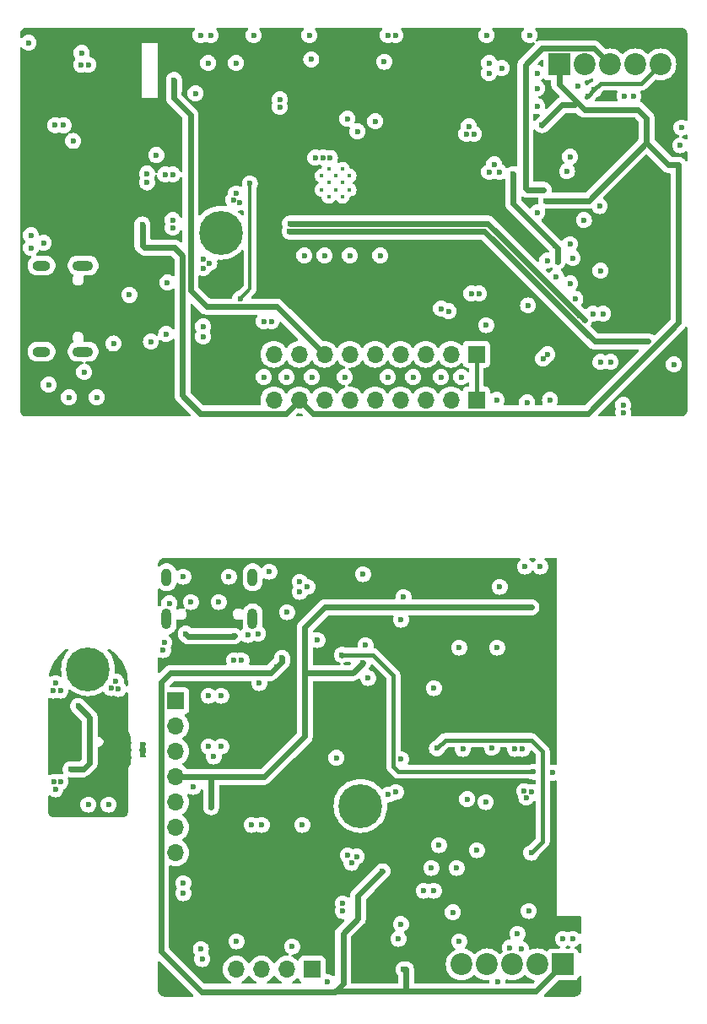
<source format=gbr>
%TF.GenerationSoftware,KiCad,Pcbnew,8.0.5*%
%TF.CreationDate,2024-10-21T18:47:46+02:00*%
%TF.ProjectId,both,626f7468-2e6b-4696-9361-645f70636258,rev?*%
%TF.SameCoordinates,Original*%
%TF.FileFunction,Copper,L2,Bot*%
%TF.FilePolarity,Positive*%
%FSLAX46Y46*%
G04 Gerber Fmt 4.6, Leading zero omitted, Abs format (unit mm)*
G04 Created by KiCad (PCBNEW 8.0.5) date 2024-10-21 18:47:46*
%MOMM*%
%LPD*%
G01*
G04 APERTURE LIST*
%TA.AperFunction,ComponentPad*%
%ADD10C,0.700000*%
%TD*%
%TA.AperFunction,ComponentPad*%
%ADD11C,4.400000*%
%TD*%
%TA.AperFunction,ComponentPad*%
%ADD12R,1.700000X1.700000*%
%TD*%
%TA.AperFunction,ComponentPad*%
%ADD13O,1.700000X1.700000*%
%TD*%
%TA.AperFunction,ComponentPad*%
%ADD14R,2.200000X2.200000*%
%TD*%
%TA.AperFunction,ComponentPad*%
%ADD15C,2.200000*%
%TD*%
%TA.AperFunction,ComponentPad*%
%ADD16O,1.000000X2.100000*%
%TD*%
%TA.AperFunction,ComponentPad*%
%ADD17O,1.000000X1.800000*%
%TD*%
%TA.AperFunction,ComponentPad*%
%ADD18O,2.100000X1.000000*%
%TD*%
%TA.AperFunction,ComponentPad*%
%ADD19O,1.800000X1.000000*%
%TD*%
%TA.AperFunction,ComponentPad*%
%ADD20C,0.400000*%
%TD*%
%TA.AperFunction,ViaPad*%
%ADD21C,0.600000*%
%TD*%
%TA.AperFunction,Conductor*%
%ADD22C,0.600000*%
%TD*%
%TA.AperFunction,Conductor*%
%ADD23C,0.400000*%
%TD*%
%TA.AperFunction,Conductor*%
%ADD24C,0.300000*%
%TD*%
G04 APERTURE END LIST*
D10*
%TO.P,H1,1,1*%
%TO.N,N/C*%
X47503000Y-41336000D03*
X47019726Y-42502726D03*
X47019726Y-40169274D03*
X45853000Y-42986000D03*
D11*
X45853000Y-41336000D03*
D10*
X45853000Y-39686000D03*
X44686274Y-42502726D03*
X44686274Y-40169274D03*
X44203000Y-41336000D03*
%TD*%
D12*
%TO.P,J3,1,Pin_1*%
%TO.N,N/C*%
X41330000Y-88279472D03*
D13*
%TO.P,J3,2,Pin_2*%
X41330000Y-90819472D03*
%TO.P,J3,3,Pin_3*%
X41330000Y-93359472D03*
%TO.P,J3,4,Pin_4*%
X41330000Y-95899472D03*
%TO.P,J3,5,Pin_5*%
X41330000Y-98439472D03*
%TO.P,J3,6,Pin_6*%
X41330000Y-100979472D03*
%TO.P,J3,7,Pin_7*%
X41330000Y-103519472D03*
%TD*%
D14*
%TO.P,J2,1,Pin_1*%
%TO.N,N/C*%
X80192000Y-114725472D03*
D15*
%TO.P,J2,2,Pin_2*%
X77652000Y-114725472D03*
%TO.P,J2,3,Pin_3*%
X75112000Y-114725472D03*
%TO.P,J2,4,Pin_4*%
X72572000Y-114725472D03*
%TO.P,J2,5,Pin_5*%
X70032000Y-114725472D03*
%TD*%
D14*
%TO.P,J2,1,Pin_1*%
%TO.N,N/C*%
X79807000Y-24462000D03*
D15*
%TO.P,J2,2,Pin_2*%
X82347000Y-24462000D03*
%TO.P,J2,3,Pin_3*%
X84887000Y-24462000D03*
%TO.P,J2,4,Pin_4*%
X87427000Y-24462000D03*
%TO.P,J2,5,Pin_5*%
X89967000Y-24462000D03*
%TD*%
D16*
%TO.P,J1,S1,SHIELD*%
%TO.N,N/C*%
X49054000Y-80084472D03*
D17*
X49054000Y-75904472D03*
D16*
X40414000Y-80084472D03*
D17*
X40414000Y-75904472D03*
%TD*%
D18*
%TO.P,J1,S1,SHIELD*%
%TO.N,N/C*%
X32035796Y-44636000D03*
D19*
X27855796Y-44636000D03*
D18*
X32035796Y-53276000D03*
D19*
X27855796Y-53276000D03*
%TD*%
D10*
%TO.P,H1,1,1*%
%TO.N,N/C*%
X58222000Y-98820472D03*
X58705274Y-97653746D03*
X58705274Y-99987198D03*
X59872000Y-97170472D03*
D11*
X59872000Y-98820472D03*
D10*
X59872000Y-100470472D03*
X61038726Y-97653746D03*
X61038726Y-99987198D03*
X61522000Y-98820472D03*
%TD*%
D12*
%TO.P,J4,1,Pin_1*%
%TO.N,N/C*%
X55036000Y-115203472D03*
D13*
%TO.P,J4,2,Pin_2*%
X52496000Y-115203472D03*
%TO.P,J4,3,Pin_3*%
X49956000Y-115203472D03*
%TO.P,J4,4,Pin_4*%
X47416000Y-115203472D03*
%TD*%
D10*
%TO.P,H2,1,1*%
%TO.N,N/C*%
X30882000Y-85105472D03*
X31365274Y-83938746D03*
X31365274Y-86272198D03*
X32532000Y-83455472D03*
D11*
X32532000Y-85105472D03*
D10*
X32532000Y-86755472D03*
X33698726Y-83938746D03*
X33698726Y-86272198D03*
X34182000Y-85105472D03*
%TD*%
D12*
%TO.P,J5,1,Pin_1*%
%TO.N,N/C*%
X71507000Y-58100000D03*
D13*
%TO.P,J5,2,Pin_2*%
X68967000Y-58100000D03*
%TO.P,J5,3,Pin_3*%
X66427000Y-58100000D03*
%TO.P,J5,4,Pin_4*%
X63887000Y-58100000D03*
%TO.P,J5,5,Pin_5*%
X61347000Y-58100000D03*
%TO.P,J5,6,Pin_6*%
X58807000Y-58100000D03*
%TO.P,J5,7,Pin_7*%
X56267000Y-58100000D03*
%TO.P,J5,8,Pin_8*%
X53727000Y-58100000D03*
%TO.P,J5,9,Pin_9*%
X51187000Y-58100000D03*
%TD*%
D12*
%TO.P,J6,1,Pin_1*%
%TO.N,N/C*%
X71507000Y-53528000D03*
D13*
%TO.P,J6,2,Pin_2*%
X68967000Y-53528000D03*
%TO.P,J6,3,Pin_3*%
X66427000Y-53528000D03*
%TO.P,J6,4,Pin_4*%
X63887000Y-53528000D03*
%TO.P,J6,5,Pin_5*%
X61347000Y-53528000D03*
%TO.P,J6,6,Pin_6*%
X58807000Y-53528000D03*
%TO.P,J6,7,Pin_7*%
X56267000Y-53528000D03*
%TO.P,J6,8,Pin_8*%
X53727000Y-53528000D03*
%TO.P,J6,9,Pin_9*%
X51187000Y-53528000D03*
%TD*%
D20*
%TO.P,U1,41_10*%
%TO.N,N/C*%
X56682000Y-34922000D03*
%TO.P,U1,41_11*%
X58082000Y-34922000D03*
%TO.P,U1,41_12*%
X55982000Y-35622000D03*
%TO.P,U1,41_13*%
X57382000Y-35622000D03*
%TO.P,U1,41_14*%
X58782000Y-35622000D03*
%TO.P,U1,41_15*%
X56682000Y-36322000D03*
%TO.P,U1,41_16*%
X58082000Y-36322000D03*
%TO.P,U1,41_17*%
X55982000Y-37022000D03*
%TO.P,U1,41_18*%
X57382000Y-37022000D03*
%TO.P,U1,41_19*%
X58782000Y-37022000D03*
%TO.P,U1,41_20*%
X56682000Y-37722000D03*
%TO.P,U1,41_21*%
X58082000Y-37722000D03*
%TD*%
D21*
%TO.N,*%
X38462000Y-35412000D03*
X30613000Y-57846000D03*
X44710000Y-44384000D03*
X74047000Y-24826000D03*
X76382000Y-74817472D03*
X88062000Y-52237000D03*
X76512000Y-97995472D03*
X81159000Y-43876000D03*
X72445000Y-98439472D03*
X48950000Y-95899472D03*
X63428000Y-97423472D03*
X51777000Y-28712000D03*
X45140000Y-93867472D03*
X35087000Y-52455999D03*
X71761000Y-47432000D03*
X46664000Y-75833472D03*
X66984000Y-105043472D03*
X84207000Y-49464000D03*
X58602000Y-103773472D03*
X76128000Y-93105472D03*
X58019978Y-83669312D03*
X54235000Y-43622000D03*
X30780000Y-95137472D03*
X48774000Y-36387000D03*
X31837000Y-24487000D03*
X67951000Y-55814000D03*
X64190000Y-77865472D03*
X50728000Y-75325472D03*
X56812000Y-33837000D03*
X59491000Y-103900472D03*
X67238000Y-78881472D03*
X47799500Y-47949500D03*
X26803000Y-41590000D03*
X72523000Y-21524000D03*
X45902000Y-87771472D03*
X80905000Y-46416000D03*
X43313000Y-27366000D03*
X30087000Y-30562000D03*
X31037000Y-32137000D03*
X79635000Y-44257000D03*
X66222000Y-107329472D03*
X33407000Y-57846000D03*
X77017000Y-103519472D03*
X54743000Y-21524000D03*
X48569000Y-81675472D03*
X47377000Y-24318000D03*
X81887000Y-49637000D03*
X80607000Y-35162000D03*
X47758000Y-38288000D03*
X53662000Y-41212000D03*
X49712000Y-86501472D03*
X58120500Y-114340972D03*
X32562000Y-24487000D03*
X70491000Y-31430000D03*
X62666000Y-97677472D03*
X52793358Y-40412000D03*
X41027000Y-40066000D03*
X57459000Y-93994472D03*
X37979000Y-41792000D03*
X41137000Y-27112000D03*
X70159000Y-93105472D03*
X77603000Y-26858000D03*
X58553000Y-29906000D03*
X76282000Y-97335472D03*
X63379000Y-21524000D03*
X35582000Y-87105472D03*
X44632000Y-87771472D03*
X40187000Y-82437472D03*
X58807000Y-43622000D03*
X32685000Y-94502472D03*
X47195500Y-81778972D03*
X42854000Y-78373472D03*
X41027000Y-40828000D03*
X62617000Y-21524000D03*
X69983000Y-55814000D03*
X73793000Y-35240000D03*
X71253000Y-31430000D03*
X68713000Y-49210000D03*
X39394000Y-33544000D03*
X67550000Y-93047472D03*
X29764000Y-96407472D03*
X53687000Y-40412000D03*
X44075000Y-44003000D03*
X40060000Y-83199472D03*
X54937000Y-23962000D03*
X88562000Y-32312000D03*
X35332000Y-86355472D03*
X34844000Y-87009472D03*
X38836796Y-52258000D03*
X92081000Y-30795000D03*
X76070000Y-78895472D03*
X40695000Y-78500472D03*
X49585000Y-81548472D03*
X53776000Y-77357472D03*
X32137000Y-55306000D03*
X82302000Y-40066000D03*
X51787000Y-27962000D03*
X43997000Y-114187472D03*
X73588000Y-82945472D03*
X83953000Y-54290000D03*
X47426000Y-112409472D03*
X40265000Y-35494000D03*
X44583000Y-24318000D03*
X43108000Y-96915472D03*
X43850436Y-113177228D03*
X56267000Y-43622000D03*
X59569000Y-31176000D03*
X61347000Y-30160000D03*
X38462000Y-36287000D03*
X75193000Y-37232000D03*
X78890000Y-58100000D03*
X44837000Y-21524000D03*
X80905000Y-33716000D03*
X28581000Y-56576000D03*
X86239000Y-58608000D03*
X78262000Y-37037000D03*
X63936000Y-80151472D03*
X91954000Y-32573000D03*
X76687000Y-48637000D03*
X44886000Y-98947472D03*
X88762000Y-52237000D03*
X84969000Y-54290000D03*
X87255000Y-27620000D03*
X56112000Y-33812000D03*
X79386936Y-42611936D03*
X69143000Y-109488472D03*
X44075000Y-50734000D03*
X80192000Y-112155472D03*
X80905000Y-42479000D03*
X37979000Y-40512000D03*
X79508000Y-45781000D03*
X60380000Y-82691472D03*
X70999000Y-47432000D03*
X69524000Y-105043472D03*
X29102000Y-96407472D03*
X74858000Y-113044472D03*
X37979000Y-41142000D03*
X77906000Y-74817472D03*
X73547000Y-58102000D03*
X67951000Y-48956000D03*
X78517000Y-38112000D03*
X53776000Y-76341472D03*
X62091000Y-105364472D03*
X44632000Y-92851472D03*
X86366000Y-27620000D03*
X78180000Y-53967500D03*
X36687000Y-47577000D03*
X26549000Y-22286000D03*
X73080000Y-92978472D03*
X42092000Y-75833472D03*
X70745000Y-30668000D03*
X77603000Y-25334000D03*
X31883000Y-23302000D03*
X58094000Y-109361472D03*
X56570000Y-116473472D03*
X78087000Y-30537000D03*
X45648000Y-78373472D03*
X32558000Y-98693472D03*
X51998000Y-83961472D03*
X29764000Y-87263472D03*
X34590000Y-98693472D03*
X58094000Y-108599472D03*
X42092000Y-107583472D03*
X79635000Y-43368000D03*
X47172000Y-84215472D03*
X50933000Y-50226000D03*
X40501296Y-46324500D03*
X77603000Y-39304000D03*
X64190000Y-115203472D03*
X77032000Y-78895472D03*
X54997000Y-55814000D03*
X44075000Y-44892000D03*
X42334000Y-81548472D03*
X50171000Y-50226000D03*
X67238000Y-107329472D03*
X62617000Y-55814000D03*
X49155000Y-21524000D03*
X86239000Y-59370000D03*
X49966000Y-95899472D03*
X71556000Y-103265472D03*
X52506000Y-79389472D03*
X69778000Y-82945472D03*
X63936000Y-110682272D03*
X41162000Y-26012000D03*
X76587000Y-58354000D03*
X77012000Y-97435472D03*
X77245600Y-95391472D03*
X73632000Y-116475472D03*
X43821000Y-21524000D03*
X81208000Y-112155472D03*
X49966000Y-100725472D03*
X61855000Y-43622000D03*
X55337000Y-33812000D03*
X48950000Y-100725472D03*
X82683000Y-27620000D03*
X44075000Y-51750000D03*
X69778000Y-112409472D03*
X55554000Y-82183472D03*
X37979000Y-42482000D03*
X78619000Y-44130000D03*
X77603000Y-28636000D03*
X29237000Y-30562000D03*
X54030000Y-100725472D03*
X52772997Y-41212000D03*
X42092000Y-106567472D03*
X50171000Y-55814000D03*
X76841000Y-21524000D03*
X60634000Y-85993472D03*
X63936000Y-94121472D03*
X75620000Y-111647472D03*
X81437000Y-47962000D03*
X63682000Y-112155472D03*
X53014000Y-112917472D03*
X58983000Y-104535472D03*
X60126000Y-75579472D03*
X67746000Y-102757472D03*
X29002000Y-87263472D03*
X45902000Y-92851472D03*
X72777000Y-25334000D03*
X52457000Y-55814000D03*
X83191000Y-49464000D03*
X40360796Y-51496000D03*
X91319000Y-54544000D03*
X41027000Y-35494000D03*
X83318000Y-26985000D03*
X81667000Y-26604000D03*
X29256000Y-86501472D03*
X29256000Y-97169472D03*
X82683000Y-38112000D03*
X70572000Y-98145472D03*
X76763000Y-109361472D03*
X73842000Y-76849472D03*
X79176000Y-95493072D03*
X58299000Y-55814000D03*
X75207000Y-36256000D03*
X47934000Y-84215472D03*
X72487000Y-50612000D03*
X82337000Y-50087000D03*
X47123000Y-38034000D03*
X62262000Y-24187000D03*
X31542000Y-88787472D03*
X72777000Y-35240000D03*
X75207000Y-35454000D03*
X54538000Y-76849472D03*
X78619000Y-53528000D03*
X67238000Y-87009472D03*
X75366000Y-93105472D03*
X60126000Y-84469472D03*
X72777000Y-24318000D03*
X76001000Y-113171472D03*
X73285000Y-34478000D03*
X83953000Y-45146000D03*
X83867000Y-38672000D03*
X51435000Y-84922472D03*
X28073000Y-42352000D03*
X26803000Y-42860000D03*
X47377000Y-37399000D03*
X65157000Y-55814000D03*
%TD*%
D22*
%TO.N,*%
X57312326Y-117440558D02*
X76717086Y-117440558D01*
X79635000Y-44257000D02*
X79635000Y-42860000D01*
X32050000Y-95137472D02*
X32685000Y-94502472D01*
X82762000Y-38112000D02*
X82683000Y-38112000D01*
X42805000Y-29505000D02*
X42805000Y-47130000D01*
X54284000Y-85485472D02*
X59110000Y-85485472D01*
X64444000Y-117412558D02*
X64444000Y-115203472D01*
X50220000Y-95899472D02*
X54284000Y-91835472D01*
X50872000Y-85485472D02*
X40822000Y-85485472D01*
X41137000Y-27837000D02*
X42805000Y-29505000D01*
X39872000Y-113425472D02*
X43901706Y-117455178D01*
X52793358Y-40412000D02*
X72662000Y-40412000D01*
X32685000Y-94502472D02*
X32685000Y-89930472D01*
D23*
X68381000Y-92216472D02*
X77017000Y-92216472D01*
D22*
X53727000Y-58100000D02*
X52377000Y-59450000D01*
X53727000Y-58100000D02*
X55077000Y-59450000D01*
X42002548Y-57651866D02*
X42002548Y-43627548D01*
X77008000Y-78881472D02*
X77012000Y-78885472D01*
D23*
X63174000Y-85739472D02*
X61104000Y-83669472D01*
D22*
X51488500Y-48749500D02*
X56267000Y-53528000D01*
X82705371Y-59450000D02*
X91787000Y-50368371D01*
D23*
X88079000Y-26350000D02*
X83953000Y-26350000D01*
D22*
X43800682Y-59450000D02*
X42002548Y-57651866D01*
X88562000Y-29812000D02*
X88562000Y-32312000D01*
X38185000Y-42812000D02*
X37979000Y-42606000D01*
X30780000Y-95137472D02*
X32050000Y-95137472D01*
X51435000Y-84922472D02*
X50872000Y-85485472D01*
X59618000Y-110123472D02*
X58120500Y-111620972D01*
D23*
X83953000Y-26350000D02*
X83318000Y-26985000D01*
X77245600Y-95391472D02*
X63682000Y-95391472D01*
D22*
X47172000Y-81802472D02*
X47195500Y-81778972D01*
D23*
X63174000Y-94883472D02*
X63174000Y-85739472D01*
D22*
X79635000Y-42860000D02*
X75207000Y-38432000D01*
X59110000Y-85485472D02*
X59237000Y-85358472D01*
D24*
X48774000Y-36387000D02*
X48774000Y-46975000D01*
D22*
X76587000Y-37018000D02*
X78243000Y-37018000D01*
X83287000Y-22862000D02*
X78037000Y-22862000D01*
X83355630Y-52237000D02*
X88762000Y-52237000D01*
X62091000Y-105364472D02*
X59618000Y-107837472D01*
X58022374Y-83669312D02*
X58022534Y-83669472D01*
X76412000Y-36843000D02*
X76587000Y-37018000D01*
X44886000Y-95899472D02*
X44886000Y-98947472D01*
X51488500Y-48749500D02*
X44424500Y-48749500D01*
X42805000Y-47130000D02*
X44424500Y-48749500D01*
X78037000Y-22862000D02*
X76412000Y-24487000D01*
X54284000Y-80913472D02*
X56316000Y-78881472D01*
X77476914Y-117440558D02*
X80192000Y-114725472D01*
X42588000Y-81802472D02*
X47172000Y-81802472D01*
X41187000Y-42812000D02*
X38185000Y-42812000D01*
X82683000Y-38112000D02*
X78517000Y-38112000D01*
X59618000Y-107837472D02*
X59618000Y-110123472D01*
D23*
X63682000Y-95391472D02*
X63174000Y-94883472D01*
D22*
X37979000Y-42606000D02*
X37979000Y-40574000D01*
X84887000Y-24462000D02*
X83287000Y-22862000D01*
X81387000Y-28512000D02*
X80112000Y-28512000D01*
X43901706Y-117455178D02*
X57297706Y-117455178D01*
D23*
X77017000Y-92216472D02*
X78160000Y-93359472D01*
D22*
X88562000Y-32312000D02*
X82762000Y-38112000D01*
D24*
X48774000Y-36387000D02*
X48749000Y-36362000D01*
D22*
X41162000Y-26012000D02*
X41162000Y-26887000D01*
X41137000Y-27112000D02*
X41137000Y-27837000D01*
X41137000Y-27112000D02*
X41162000Y-27087000D01*
X76412000Y-24487000D02*
X76412000Y-36843000D01*
X52772997Y-41212000D02*
X72330630Y-41212000D01*
X91787000Y-34537000D02*
X90787000Y-34537000D01*
X64444000Y-115203472D02*
X64190000Y-115203472D01*
X76717086Y-117440558D02*
X77476914Y-117440558D01*
X51998000Y-83961472D02*
X51998000Y-84359472D01*
X55077000Y-59450000D02*
X82705371Y-59450000D01*
X87728764Y-28978764D02*
X88562000Y-29812000D01*
X83837000Y-28978764D02*
X87728764Y-28978764D01*
X82353413Y-28978764D02*
X83837000Y-28978764D01*
X41330000Y-95899472D02*
X44886000Y-95899472D01*
X59237000Y-85358472D02*
X60126000Y-84469472D01*
X90787000Y-34537000D02*
X88562000Y-32312000D01*
X41162000Y-27087000D02*
X41162000Y-26012000D01*
X72662000Y-40412000D02*
X82337000Y-50087000D01*
X72330630Y-41212000D02*
X83355630Y-52237000D01*
D23*
X67550000Y-93047472D02*
X68381000Y-92216472D01*
D22*
X54284000Y-91835472D02*
X54284000Y-85485472D01*
D23*
X78160000Y-102376472D02*
X77017000Y-103519472D01*
D22*
X91787000Y-50368371D02*
X91787000Y-34537000D01*
X79807000Y-24462000D02*
X79807000Y-26457000D01*
X56316000Y-78881472D02*
X67238000Y-78881472D01*
D23*
X82683000Y-27620000D02*
X82556000Y-27747000D01*
D22*
X54284000Y-85485472D02*
X54284000Y-80913472D01*
X51998000Y-84359472D02*
X51435000Y-84922472D01*
X57297706Y-117455178D02*
X57312326Y-117440558D01*
D23*
X89967000Y-24462000D02*
X88079000Y-26350000D01*
D22*
X58120500Y-116632384D02*
X57297706Y-117455178D01*
D23*
X71507000Y-53528000D02*
X71507000Y-58100000D01*
D22*
X44886000Y-95899472D02*
X50220000Y-95899472D01*
X53528000Y-53528000D02*
X53727000Y-53528000D01*
X32685000Y-89930472D02*
X31542000Y-88787472D01*
X75207000Y-38432000D02*
X75207000Y-36256000D01*
X39872000Y-86435472D02*
X39872000Y-113425472D01*
D23*
X78160000Y-93359472D02*
X78160000Y-102376472D01*
D22*
X81624500Y-28274500D02*
X82312000Y-28962000D01*
X42334000Y-81548472D02*
X42588000Y-81802472D01*
D24*
X48774000Y-46975000D02*
X47799500Y-47949500D01*
D22*
X58120500Y-114340972D02*
X58120500Y-116632384D01*
X40822000Y-85485472D02*
X39872000Y-86435472D01*
X75207000Y-36256000D02*
X75207000Y-35454000D01*
X80112000Y-28512000D02*
X78087000Y-30537000D01*
X42002548Y-43627548D02*
X41187000Y-42812000D01*
X81624500Y-28274500D02*
X81387000Y-28512000D01*
D23*
X61104000Y-83669472D02*
X58022534Y-83669472D01*
D22*
X67238000Y-78881472D02*
X77008000Y-78881472D01*
X79807000Y-26457000D02*
X81624500Y-28274500D01*
X58120500Y-111620972D02*
X58120500Y-114340972D01*
D23*
X83318000Y-26985000D02*
X82683000Y-27620000D01*
D22*
X58019978Y-83669312D02*
X58022374Y-83669312D01*
X78243000Y-37018000D02*
X78262000Y-37037000D01*
X52377000Y-59450000D02*
X43800682Y-59450000D01*
%TD*%
%TA.AperFunction,NonConductor*%
G36*
X77409087Y-73975657D02*
G01*
X77454842Y-74028461D01*
X77464786Y-74097619D01*
X77435761Y-74161175D01*
X77408018Y-74184967D01*
X77403738Y-74187656D01*
X77403737Y-74187656D01*
X77276184Y-74315209D01*
X77276182Y-74315212D01*
X77248993Y-74358483D01*
X77196658Y-74404774D01*
X77127605Y-74415421D01*
X77063756Y-74387046D01*
X77039007Y-74358483D01*
X77011817Y-74315212D01*
X77011815Y-74315209D01*
X76884262Y-74187656D01*
X76879982Y-74184967D01*
X76833690Y-74132633D01*
X76823040Y-74063580D01*
X76851414Y-73999731D01*
X76909803Y-73961358D01*
X76945952Y-73955972D01*
X77342048Y-73955972D01*
X77409087Y-73975657D01*
G37*
%TD.AperFunction*%
%TA.AperFunction,NonConductor*%
G36*
X58861099Y-84389657D02*
G01*
X58906854Y-84442461D01*
X58916798Y-84511619D01*
X58887773Y-84575175D01*
X58881741Y-84581653D01*
X58814741Y-84648653D01*
X58753418Y-84682138D01*
X58727060Y-84684972D01*
X58279488Y-84684972D01*
X58212449Y-84665287D01*
X58166694Y-84612483D01*
X58156750Y-84543325D01*
X58185775Y-84479769D01*
X58244553Y-84441995D01*
X58255286Y-84439357D01*
X58256031Y-84439209D01*
X58321339Y-84412156D01*
X58327779Y-84409698D01*
X58369500Y-84395101D01*
X58374155Y-84392175D01*
X58392682Y-84382605D01*
X58396847Y-84380880D01*
X58400413Y-84379404D01*
X58447848Y-84369972D01*
X58794060Y-84369972D01*
X58861099Y-84389657D01*
G37*
%TD.AperFunction*%
%TA.AperFunction,NonConductor*%
G36*
X30526162Y-83084956D02*
G01*
X30570245Y-83139164D01*
X30578024Y-83208599D01*
X30547028Y-83271217D01*
X30543579Y-83274807D01*
X30506955Y-83311431D01*
X30305473Y-83568603D01*
X30200886Y-83741612D01*
X30163141Y-83804050D01*
X30136454Y-83848195D01*
X30136453Y-83848197D01*
X30089875Y-83951689D01*
X30021644Y-84103294D01*
X30002372Y-84146114D01*
X30002366Y-84146129D01*
X29905178Y-84458019D01*
X29846289Y-84779372D01*
X29826564Y-85105472D01*
X29846289Y-85431571D01*
X29898056Y-85714058D01*
X29890778Y-85783547D01*
X29847086Y-85838071D01*
X29780853Y-85860317D01*
X29713106Y-85843224D01*
X29710115Y-85841403D01*
X29605523Y-85775683D01*
X29435254Y-85716103D01*
X29435249Y-85716102D01*
X29256004Y-85695907D01*
X29255996Y-85695907D01*
X29076750Y-85716102D01*
X29076745Y-85716103D01*
X28906476Y-85775683D01*
X28790542Y-85848530D01*
X28723305Y-85867530D01*
X28656470Y-85847162D01*
X28611256Y-85793894D01*
X28601912Y-85725343D01*
X28608456Y-85681223D01*
X28610824Y-85669317D01*
X28703238Y-85300379D01*
X28706765Y-85288752D01*
X28834901Y-84930638D01*
X28839536Y-84919449D01*
X29002163Y-84575602D01*
X29007878Y-84564910D01*
X29203410Y-84238685D01*
X29210153Y-84228592D01*
X29436727Y-83923093D01*
X29444430Y-83913708D01*
X29699851Y-83631893D01*
X29708421Y-83623323D01*
X29990236Y-83367902D01*
X29999621Y-83360199D01*
X30305120Y-83133625D01*
X30315208Y-83126885D01*
X30392152Y-83080767D01*
X30459770Y-83063188D01*
X30526162Y-83084956D01*
G37*
%TD.AperFunction*%
%TA.AperFunction,NonConductor*%
G36*
X34667529Y-83078295D02*
G01*
X34671831Y-83080757D01*
X34748781Y-83126879D01*
X34758888Y-83133632D01*
X34984007Y-83300592D01*
X35064367Y-83360191D01*
X35073773Y-83367911D01*
X35355568Y-83623314D01*
X35364157Y-83631903D01*
X35543055Y-83829287D01*
X35619560Y-83913698D01*
X35627280Y-83923104D01*
X35853837Y-84228580D01*
X35860597Y-84238698D01*
X36053760Y-84560972D01*
X36056109Y-84564890D01*
X36061844Y-84575618D01*
X36200965Y-84869766D01*
X36224454Y-84919428D01*
X36229104Y-84930656D01*
X36318361Y-85180109D01*
X36357229Y-85288738D01*
X36360761Y-85300382D01*
X36453171Y-85669300D01*
X36455545Y-85681236D01*
X36511346Y-86057423D01*
X36512539Y-86069532D01*
X36531351Y-86452438D01*
X36531500Y-86458523D01*
X36531500Y-86681569D01*
X36511815Y-86748608D01*
X36459011Y-86794363D01*
X36389853Y-86804307D01*
X36326297Y-86775282D01*
X36302507Y-86747542D01*
X36211817Y-86603211D01*
X36162222Y-86553616D01*
X36128737Y-86492293D01*
X36126683Y-86452051D01*
X36137565Y-86355474D01*
X36137565Y-86355468D01*
X36117369Y-86176222D01*
X36117368Y-86176217D01*
X36108877Y-86151950D01*
X36057789Y-86005950D01*
X36049950Y-85993475D01*
X35970814Y-85867530D01*
X35961816Y-85853210D01*
X35834262Y-85725656D01*
X35763570Y-85681237D01*
X35681523Y-85629683D01*
X35511254Y-85570103D01*
X35511249Y-85570102D01*
X35328374Y-85549498D01*
X35263960Y-85522432D01*
X35224404Y-85464837D01*
X35218483Y-85418791D01*
X35237436Y-85105472D01*
X35217710Y-84779368D01*
X35158821Y-84458019D01*
X35139215Y-84395101D01*
X35061633Y-84146129D01*
X35061631Y-84146124D01*
X35061627Y-84146111D01*
X34927545Y-83848193D01*
X34758530Y-83568609D01*
X34758528Y-83568606D01*
X34758526Y-83568603D01*
X34557045Y-83311432D01*
X34520421Y-83274808D01*
X34486936Y-83213485D01*
X34491920Y-83143793D01*
X34533792Y-83087860D01*
X34599256Y-83063443D01*
X34667529Y-83078295D01*
G37*
%TD.AperFunction*%
%TA.AperFunction,NonConductor*%
G36*
X38275891Y-92455976D02*
G01*
X38329343Y-92500971D01*
X38349984Y-92567722D01*
X38333385Y-92631494D01*
X38315608Y-92662283D01*
X38281500Y-92789580D01*
X38281500Y-92921364D01*
X38315290Y-93047472D01*
X38315609Y-93048660D01*
X38315609Y-93048661D01*
X38384782Y-93168472D01*
X38401255Y-93236372D01*
X38384782Y-93292472D01*
X38315609Y-93412282D01*
X38315609Y-93412283D01*
X38315609Y-93412284D01*
X38315608Y-93412286D01*
X38281500Y-93539580D01*
X38281500Y-93671364D01*
X38290315Y-93704261D01*
X38317264Y-93804839D01*
X38315601Y-93874689D01*
X38276438Y-93932551D01*
X38212209Y-93960055D01*
X38178094Y-93959406D01*
X38150095Y-93954972D01*
X38150092Y-93954972D01*
X37913908Y-93954972D01*
X37913905Y-93954972D01*
X37885905Y-93959406D01*
X37816611Y-93950449D01*
X37763161Y-93905451D01*
X37742523Y-93838699D01*
X37746735Y-93804838D01*
X37748389Y-93798661D01*
X37748392Y-93798658D01*
X37782500Y-93671364D01*
X37782500Y-93539580D01*
X37748392Y-93412286D01*
X37682500Y-93298158D01*
X37682498Y-93298156D01*
X37679217Y-93292473D01*
X37662744Y-93224573D01*
X37679217Y-93168471D01*
X37682498Y-93162787D01*
X37682500Y-93162786D01*
X37748392Y-93048658D01*
X37782500Y-92921364D01*
X37782500Y-92789580D01*
X37748392Y-92662286D01*
X37748391Y-92662285D01*
X37748391Y-92662283D01*
X37730616Y-92631498D01*
X37714142Y-92563598D01*
X37736993Y-92497571D01*
X37791914Y-92454379D01*
X37857400Y-92447023D01*
X37913903Y-92455972D01*
X37913908Y-92455972D01*
X38150095Y-92455972D01*
X38176102Y-92451852D01*
X38206598Y-92447022D01*
X38275891Y-92455976D01*
G37*
%TD.AperFunction*%
%TA.AperFunction,NonConductor*%
G36*
X75885087Y-73975657D02*
G01*
X75930842Y-74028461D01*
X75940786Y-74097619D01*
X75911761Y-74161175D01*
X75884018Y-74184967D01*
X75879738Y-74187656D01*
X75879737Y-74187656D01*
X75752184Y-74315209D01*
X75656211Y-74467948D01*
X75596631Y-74638217D01*
X75596630Y-74638222D01*
X75576435Y-74817468D01*
X75576435Y-74817475D01*
X75596630Y-74996721D01*
X75596631Y-74996726D01*
X75656211Y-75166995D01*
X75711296Y-75254661D01*
X75752184Y-75319734D01*
X75879738Y-75447288D01*
X76032478Y-75543261D01*
X76135952Y-75579468D01*
X76202745Y-75602840D01*
X76202750Y-75602841D01*
X76381996Y-75623037D01*
X76382000Y-75623037D01*
X76382004Y-75623037D01*
X76561249Y-75602841D01*
X76561252Y-75602840D01*
X76561255Y-75602840D01*
X76731522Y-75543261D01*
X76884262Y-75447288D01*
X77011816Y-75319734D01*
X77039006Y-75276460D01*
X77091341Y-75230170D01*
X77160394Y-75219522D01*
X77224243Y-75247897D01*
X77248993Y-75276459D01*
X77276184Y-75319734D01*
X77403738Y-75447288D01*
X77556478Y-75543261D01*
X77659952Y-75579468D01*
X77726745Y-75602840D01*
X77726750Y-75602841D01*
X77905996Y-75623037D01*
X77906000Y-75623037D01*
X77906004Y-75623037D01*
X78085249Y-75602841D01*
X78085252Y-75602840D01*
X78085255Y-75602840D01*
X78255522Y-75543261D01*
X78408262Y-75447288D01*
X78535816Y-75319734D01*
X78631789Y-75166994D01*
X78691368Y-74996727D01*
X78693709Y-74975950D01*
X78711565Y-74817475D01*
X78711565Y-74817468D01*
X78691369Y-74638222D01*
X78691368Y-74638217D01*
X78677884Y-74599683D01*
X78631789Y-74467950D01*
X78535816Y-74315210D01*
X78408262Y-74187656D01*
X78403981Y-74184966D01*
X78357690Y-74132633D01*
X78347040Y-74063580D01*
X78375414Y-73999731D01*
X78433803Y-73961358D01*
X78469952Y-73955972D01*
X79476000Y-73955972D01*
X79543039Y-73975657D01*
X79588794Y-74028461D01*
X79600000Y-74079972D01*
X79600000Y-94618581D01*
X79580315Y-94685620D01*
X79527511Y-94731375D01*
X79458353Y-94741319D01*
X79435046Y-94735623D01*
X79355257Y-94707704D01*
X79355249Y-94707702D01*
X79176004Y-94687507D01*
X79175996Y-94687507D01*
X78998383Y-94707518D01*
X78929561Y-94695463D01*
X78878182Y-94648114D01*
X78860500Y-94584298D01*
X78860500Y-93290479D01*
X78859609Y-93286002D01*
X78859355Y-93284727D01*
X78835100Y-93162786D01*
X78833580Y-93155144D01*
X78820708Y-93124068D01*
X78780777Y-93027664D01*
X78704112Y-92912926D01*
X77463545Y-91672359D01*
X77348807Y-91595694D01*
X77221332Y-91542893D01*
X77221322Y-91542890D01*
X77085996Y-91515972D01*
X77085994Y-91515972D01*
X77085993Y-91515972D01*
X68312007Y-91515972D01*
X68312003Y-91515972D01*
X68203590Y-91537537D01*
X68203589Y-91537537D01*
X68190139Y-91540213D01*
X68176673Y-91542891D01*
X68150268Y-91553828D01*
X68123866Y-91564764D01*
X68123864Y-91564765D01*
X68123863Y-91564764D01*
X68049191Y-91595695D01*
X68049188Y-91595697D01*
X68040003Y-91601835D01*
X68035311Y-91604970D01*
X68035308Y-91604972D01*
X67934461Y-91672355D01*
X67934453Y-91672361D01*
X67350710Y-92256103D01*
X67303985Y-92285463D01*
X67200476Y-92321683D01*
X67200475Y-92321684D01*
X67047737Y-92417656D01*
X66920184Y-92545209D01*
X66824211Y-92697948D01*
X66764631Y-92868217D01*
X66764630Y-92868222D01*
X66744435Y-93047468D01*
X66744435Y-93047475D01*
X66764630Y-93226721D01*
X66764631Y-93226726D01*
X66824211Y-93396995D01*
X66884039Y-93492210D01*
X66920184Y-93549734D01*
X67047738Y-93677288D01*
X67098567Y-93709226D01*
X67198391Y-93771950D01*
X67200478Y-93773261D01*
X67320396Y-93815222D01*
X67370745Y-93832840D01*
X67370750Y-93832841D01*
X67549996Y-93853037D01*
X67550000Y-93853037D01*
X67550004Y-93853037D01*
X67729249Y-93832841D01*
X67729252Y-93832840D01*
X67729255Y-93832840D01*
X67899522Y-93773261D01*
X68052262Y-93677288D01*
X68179816Y-93549734D01*
X68275789Y-93396994D01*
X68312008Y-93293483D01*
X68341366Y-93246761D01*
X68634837Y-92953291D01*
X68696160Y-92919806D01*
X68722518Y-92916972D01*
X69235918Y-92916972D01*
X69302957Y-92936657D01*
X69348712Y-92989461D01*
X69359138Y-93054856D01*
X69353435Y-93105469D01*
X69353435Y-93105475D01*
X69373630Y-93284721D01*
X69373631Y-93284726D01*
X69433211Y-93454995D01*
X69512841Y-93581724D01*
X69529184Y-93607734D01*
X69656738Y-93735288D01*
X69702178Y-93763840D01*
X69796545Y-93823135D01*
X69809478Y-93831261D01*
X69912952Y-93867468D01*
X69979745Y-93890840D01*
X69979750Y-93890841D01*
X70158996Y-93911037D01*
X70159000Y-93911037D01*
X70159004Y-93911037D01*
X70338249Y-93890841D01*
X70338252Y-93890840D01*
X70338255Y-93890840D01*
X70508522Y-93831261D01*
X70661262Y-93735288D01*
X70788816Y-93607734D01*
X70884789Y-93454994D01*
X70944368Y-93284727D01*
X70949777Y-93236723D01*
X70964565Y-93105475D01*
X70964565Y-93105469D01*
X70958862Y-93054856D01*
X70970916Y-92986034D01*
X71018265Y-92934655D01*
X71082082Y-92916972D01*
X72156692Y-92916972D01*
X72223731Y-92936657D01*
X72269486Y-92989461D01*
X72279912Y-93027088D01*
X72294630Y-93157722D01*
X72294631Y-93157726D01*
X72354211Y-93327995D01*
X72407173Y-93412283D01*
X72450184Y-93480734D01*
X72577738Y-93608288D01*
X72656611Y-93657847D01*
X72725273Y-93700991D01*
X72730478Y-93704261D01*
X72819148Y-93735288D01*
X72900745Y-93763840D01*
X72900750Y-93763841D01*
X73079996Y-93784037D01*
X73080000Y-93784037D01*
X73080004Y-93784037D01*
X73259249Y-93763841D01*
X73259252Y-93763840D01*
X73259255Y-93763840D01*
X73429522Y-93704261D01*
X73582262Y-93608288D01*
X73709816Y-93480734D01*
X73805789Y-93327994D01*
X73865368Y-93157727D01*
X73865369Y-93157722D01*
X73880088Y-93027088D01*
X73907154Y-92962674D01*
X73964749Y-92923119D01*
X74003308Y-92916972D01*
X74442918Y-92916972D01*
X74509957Y-92936657D01*
X74555712Y-92989461D01*
X74566138Y-93054856D01*
X74560435Y-93105469D01*
X74560435Y-93105475D01*
X74580630Y-93284721D01*
X74580631Y-93284726D01*
X74640211Y-93454995D01*
X74719841Y-93581724D01*
X74736184Y-93607734D01*
X74863738Y-93735288D01*
X74909178Y-93763840D01*
X75003545Y-93823135D01*
X75016478Y-93831261D01*
X75119952Y-93867468D01*
X75186745Y-93890840D01*
X75186750Y-93890841D01*
X75365996Y-93911037D01*
X75366000Y-93911037D01*
X75366004Y-93911037D01*
X75545249Y-93890841D01*
X75545251Y-93890840D01*
X75545255Y-93890840D01*
X75545258Y-93890838D01*
X75545262Y-93890838D01*
X75706045Y-93834578D01*
X75775824Y-93831016D01*
X75787955Y-93834578D01*
X75948737Y-93890838D01*
X75948743Y-93890839D01*
X75948745Y-93890840D01*
X75948746Y-93890840D01*
X75948750Y-93890841D01*
X76127996Y-93911037D01*
X76128000Y-93911037D01*
X76128004Y-93911037D01*
X76307249Y-93890841D01*
X76307252Y-93890840D01*
X76307255Y-93890840D01*
X76477522Y-93831261D01*
X76630262Y-93735288D01*
X76757816Y-93607734D01*
X76853789Y-93454994D01*
X76895166Y-93336744D01*
X76935888Y-93279969D01*
X77000840Y-93254221D01*
X77069402Y-93267677D01*
X77099889Y-93290018D01*
X77423181Y-93613310D01*
X77456666Y-93674633D01*
X77459500Y-93700991D01*
X77459500Y-94471251D01*
X77439815Y-94538290D01*
X77387011Y-94584045D01*
X77321617Y-94594471D01*
X77245604Y-94585907D01*
X77245596Y-94585907D01*
X77066350Y-94606102D01*
X77066345Y-94606103D01*
X76896074Y-94665684D01*
X76886077Y-94671966D01*
X76820106Y-94690972D01*
X64747929Y-94690972D01*
X64680890Y-94671287D01*
X64635135Y-94618483D01*
X64625191Y-94549325D01*
X64642936Y-94500999D01*
X64661788Y-94470996D01*
X64663661Y-94465644D01*
X64721368Y-94300727D01*
X64721369Y-94300721D01*
X64741565Y-94121475D01*
X64741565Y-94121468D01*
X64721369Y-93942222D01*
X64721368Y-93942217D01*
X64695215Y-93867475D01*
X64661789Y-93771950D01*
X64565816Y-93619210D01*
X64438262Y-93491656D01*
X64285523Y-93395683D01*
X64115254Y-93336103D01*
X64115250Y-93336102D01*
X63984616Y-93321384D01*
X63920202Y-93294318D01*
X63880647Y-93236723D01*
X63874500Y-93198164D01*
X63874500Y-87009468D01*
X66432435Y-87009468D01*
X66432435Y-87009475D01*
X66452630Y-87188721D01*
X66452631Y-87188726D01*
X66512211Y-87358995D01*
X66551769Y-87421950D01*
X66608184Y-87511734D01*
X66735738Y-87639288D01*
X66888478Y-87735261D01*
X66975565Y-87765734D01*
X67058745Y-87794840D01*
X67058750Y-87794841D01*
X67237996Y-87815037D01*
X67238000Y-87815037D01*
X67238004Y-87815037D01*
X67417249Y-87794841D01*
X67417252Y-87794840D01*
X67417255Y-87794840D01*
X67587522Y-87735261D01*
X67740262Y-87639288D01*
X67867816Y-87511734D01*
X67963789Y-87358994D01*
X68023368Y-87188727D01*
X68023369Y-87188721D01*
X68043565Y-87009475D01*
X68043565Y-87009468D01*
X68023369Y-86830222D01*
X68023368Y-86830217D01*
X67963788Y-86659948D01*
X67886963Y-86537683D01*
X67867816Y-86507210D01*
X67740262Y-86379656D01*
X67713358Y-86362751D01*
X67587523Y-86283683D01*
X67417254Y-86224103D01*
X67417249Y-86224102D01*
X67238004Y-86203907D01*
X67237996Y-86203907D01*
X67058750Y-86224102D01*
X67058745Y-86224103D01*
X66888476Y-86283683D01*
X66735737Y-86379656D01*
X66608184Y-86507209D01*
X66512211Y-86659948D01*
X66452631Y-86830217D01*
X66452630Y-86830222D01*
X66432435Y-87009468D01*
X63874500Y-87009468D01*
X63874500Y-85670483D01*
X63874500Y-85670479D01*
X63874498Y-85670468D01*
X63873557Y-85665739D01*
X63873556Y-85665735D01*
X63847580Y-85535144D01*
X63805172Y-85432761D01*
X63794777Y-85407664D01*
X63718112Y-85292926D01*
X61550545Y-83125359D01*
X61435807Y-83048694D01*
X61308332Y-82995893D01*
X61308322Y-82995890D01*
X61266498Y-82987571D01*
X61204587Y-82955186D01*
X61199053Y-82945468D01*
X68972435Y-82945468D01*
X68972435Y-82945475D01*
X68992630Y-83124721D01*
X68992631Y-83124726D01*
X69052211Y-83294995D01*
X69093177Y-83360191D01*
X69148184Y-83447734D01*
X69275738Y-83575288D01*
X69299900Y-83590470D01*
X69425377Y-83669313D01*
X69428478Y-83671261D01*
X69571270Y-83721226D01*
X69598745Y-83730840D01*
X69598750Y-83730841D01*
X69777996Y-83751037D01*
X69778000Y-83751037D01*
X69778004Y-83751037D01*
X69957249Y-83730841D01*
X69957252Y-83730840D01*
X69957255Y-83730840D01*
X70127522Y-83671261D01*
X70280262Y-83575288D01*
X70407816Y-83447734D01*
X70503789Y-83294994D01*
X70563368Y-83124727D01*
X70568600Y-83078295D01*
X70583565Y-82945475D01*
X70583565Y-82945468D01*
X72782435Y-82945468D01*
X72782435Y-82945475D01*
X72802630Y-83124721D01*
X72802631Y-83124726D01*
X72862211Y-83294995D01*
X72903177Y-83360191D01*
X72958184Y-83447734D01*
X73085738Y-83575288D01*
X73109900Y-83590470D01*
X73235377Y-83669313D01*
X73238478Y-83671261D01*
X73381270Y-83721226D01*
X73408745Y-83730840D01*
X73408750Y-83730841D01*
X73587996Y-83751037D01*
X73588000Y-83751037D01*
X73588004Y-83751037D01*
X73767249Y-83730841D01*
X73767252Y-83730840D01*
X73767255Y-83730840D01*
X73937522Y-83671261D01*
X74090262Y-83575288D01*
X74217816Y-83447734D01*
X74313789Y-83294994D01*
X74373368Y-83124727D01*
X74378600Y-83078295D01*
X74393565Y-82945475D01*
X74393565Y-82945468D01*
X74373369Y-82766222D01*
X74373368Y-82766217D01*
X74347214Y-82691474D01*
X74313789Y-82595950D01*
X74303759Y-82579988D01*
X74228894Y-82460841D01*
X74217816Y-82443210D01*
X74090262Y-82315656D01*
X74085655Y-82312761D01*
X73937523Y-82219683D01*
X73767254Y-82160103D01*
X73767249Y-82160102D01*
X73588004Y-82139907D01*
X73587996Y-82139907D01*
X73408750Y-82160102D01*
X73408745Y-82160103D01*
X73238476Y-82219683D01*
X73085737Y-82315656D01*
X72958184Y-82443209D01*
X72862211Y-82595948D01*
X72802631Y-82766217D01*
X72802630Y-82766222D01*
X72782435Y-82945468D01*
X70583565Y-82945468D01*
X70563369Y-82766222D01*
X70563368Y-82766217D01*
X70537214Y-82691474D01*
X70503789Y-82595950D01*
X70493759Y-82579988D01*
X70418894Y-82460841D01*
X70407816Y-82443210D01*
X70280262Y-82315656D01*
X70275655Y-82312761D01*
X70127523Y-82219683D01*
X69957254Y-82160103D01*
X69957249Y-82160102D01*
X69778004Y-82139907D01*
X69777996Y-82139907D01*
X69598750Y-82160102D01*
X69598745Y-82160103D01*
X69428476Y-82219683D01*
X69275737Y-82315656D01*
X69148184Y-82443209D01*
X69052211Y-82595948D01*
X68992631Y-82766217D01*
X68992630Y-82766222D01*
X68972435Y-82945468D01*
X61199053Y-82945468D01*
X61170013Y-82894470D01*
X61167470Y-82852070D01*
X61185565Y-82691474D01*
X61185565Y-82691468D01*
X61165369Y-82512222D01*
X61165368Y-82512217D01*
X61139215Y-82437475D01*
X61105789Y-82341950D01*
X61089267Y-82315656D01*
X61063257Y-82274261D01*
X61009816Y-82189210D01*
X60882262Y-82061656D01*
X60809202Y-82015749D01*
X60729523Y-81965683D01*
X60559254Y-81906103D01*
X60559249Y-81906102D01*
X60380004Y-81885907D01*
X60379996Y-81885907D01*
X60200750Y-81906102D01*
X60200745Y-81906103D01*
X60030476Y-81965683D01*
X59877737Y-82061656D01*
X59750184Y-82189209D01*
X59654211Y-82341948D01*
X59594631Y-82512217D01*
X59594630Y-82512222D01*
X59574435Y-82691468D01*
X59574435Y-82691475D01*
X59590165Y-82831089D01*
X59578110Y-82899911D01*
X59530761Y-82951290D01*
X59466945Y-82968972D01*
X58448077Y-82968972D01*
X58400625Y-82959533D01*
X58393725Y-82956675D01*
X58375208Y-82947109D01*
X58369503Y-82943524D01*
X58357531Y-82939335D01*
X58324256Y-82927691D01*
X58317805Y-82925229D01*
X58255871Y-82899575D01*
X58236671Y-82895755D01*
X58219918Y-82891181D01*
X58199237Y-82883945D01*
X58199226Y-82883942D01*
X58153806Y-82878825D01*
X58143498Y-82877222D01*
X58101219Y-82868812D01*
X58101216Y-82868812D01*
X58071893Y-82868812D01*
X58058009Y-82868032D01*
X58019980Y-82863747D01*
X58019976Y-82863747D01*
X57981947Y-82868032D01*
X57968063Y-82868812D01*
X57941130Y-82868812D01*
X57901972Y-82876600D01*
X57891674Y-82878202D01*
X57840720Y-82883944D01*
X57840713Y-82883946D01*
X57816876Y-82892287D01*
X57800118Y-82896862D01*
X57786480Y-82899575D01*
X57786474Y-82899576D01*
X57737609Y-82919816D01*
X57731118Y-82922294D01*
X57670455Y-82943522D01*
X57670452Y-82943524D01*
X57660105Y-82950025D01*
X57641617Y-82959578D01*
X57640810Y-82959912D01*
X57640802Y-82959916D01*
X57586025Y-82996516D01*
X57583110Y-82998404D01*
X57517720Y-83039492D01*
X57517713Y-83039498D01*
X57390164Y-83167047D01*
X57390158Y-83167054D01*
X57349070Y-83232444D01*
X57347187Y-83235350D01*
X57346965Y-83235684D01*
X57310582Y-83290136D01*
X57310578Y-83290144D01*
X57310244Y-83290951D01*
X57300691Y-83309439D01*
X57294190Y-83319786D01*
X57294188Y-83319789D01*
X57272960Y-83380452D01*
X57270482Y-83386943D01*
X57250242Y-83435808D01*
X57250241Y-83435814D01*
X57247528Y-83449452D01*
X57242953Y-83466210D01*
X57234612Y-83490047D01*
X57234610Y-83490054D01*
X57228868Y-83541008D01*
X57227266Y-83551306D01*
X57219478Y-83590464D01*
X57219478Y-83617397D01*
X57218698Y-83631281D01*
X57214413Y-83669310D01*
X57214413Y-83669313D01*
X57218698Y-83707341D01*
X57219478Y-83721226D01*
X57219478Y-83748156D01*
X57227266Y-83787315D01*
X57228868Y-83797615D01*
X57232279Y-83827887D01*
X57234568Y-83848197D01*
X57234610Y-83848564D01*
X57234611Y-83848572D01*
X57242954Y-83872416D01*
X57247528Y-83889172D01*
X57250240Y-83902808D01*
X57270487Y-83951689D01*
X57272964Y-83958179D01*
X57274116Y-83961472D01*
X57294190Y-84018836D01*
X57300687Y-84029177D01*
X57310246Y-84047677D01*
X57310581Y-84048485D01*
X57310583Y-84048491D01*
X57347201Y-84103294D01*
X57349092Y-84106212D01*
X57390158Y-84171569D01*
X57390160Y-84171572D01*
X57390162Y-84171574D01*
X57517716Y-84299128D01*
X57520191Y-84300683D01*
X57583109Y-84340217D01*
X57586018Y-84342102D01*
X57640799Y-84378706D01*
X57641584Y-84379031D01*
X57660112Y-84388601D01*
X57670456Y-84395101D01*
X57731153Y-84416340D01*
X57737585Y-84418796D01*
X57765999Y-84430565D01*
X57786475Y-84439047D01*
X57786479Y-84439048D01*
X57786481Y-84439049D01*
X57786482Y-84439049D01*
X57786485Y-84439050D01*
X57788013Y-84439354D01*
X57788739Y-84439734D01*
X57792313Y-84440818D01*
X57792107Y-84441495D01*
X57849925Y-84471737D01*
X57884501Y-84532452D01*
X57880763Y-84602221D01*
X57839898Y-84658895D01*
X57774881Y-84684478D01*
X57763825Y-84684972D01*
X55208500Y-84684972D01*
X55141461Y-84665287D01*
X55095706Y-84612483D01*
X55084500Y-84560972D01*
X55084500Y-83042041D01*
X55104185Y-82975002D01*
X55156989Y-82929247D01*
X55226147Y-82919303D01*
X55249455Y-82925000D01*
X55374737Y-82968838D01*
X55374743Y-82968839D01*
X55374745Y-82968840D01*
X55374746Y-82968840D01*
X55374750Y-82968841D01*
X55553996Y-82989037D01*
X55554000Y-82989037D01*
X55554004Y-82989037D01*
X55733249Y-82968841D01*
X55733252Y-82968840D01*
X55733255Y-82968840D01*
X55903522Y-82909261D01*
X56056262Y-82813288D01*
X56183816Y-82685734D01*
X56279789Y-82532994D01*
X56339368Y-82362727D01*
X56341709Y-82341950D01*
X56359565Y-82183475D01*
X56359565Y-82183468D01*
X56339369Y-82004222D01*
X56339368Y-82004217D01*
X56312574Y-81927645D01*
X56279789Y-81833950D01*
X56263267Y-81807656D01*
X56238558Y-81768332D01*
X56183816Y-81681210D01*
X56056262Y-81553656D01*
X55903523Y-81457683D01*
X55733254Y-81398103D01*
X55733249Y-81398102D01*
X55554004Y-81377907D01*
X55553996Y-81377907D01*
X55374750Y-81398102D01*
X55374737Y-81398105D01*
X55249455Y-81441944D01*
X55179676Y-81445506D01*
X55119049Y-81410778D01*
X55086821Y-81348784D01*
X55084500Y-81324903D01*
X55084500Y-81296412D01*
X55104185Y-81229373D01*
X55120819Y-81208731D01*
X56611259Y-79718291D01*
X56672582Y-79684806D01*
X56698940Y-79681972D01*
X63077431Y-79681972D01*
X63144470Y-79701657D01*
X63190225Y-79754461D01*
X63200169Y-79823619D01*
X63194472Y-79846927D01*
X63150633Y-79972209D01*
X63150630Y-79972222D01*
X63130435Y-80151468D01*
X63130435Y-80151475D01*
X63150630Y-80330721D01*
X63150631Y-80330726D01*
X63210211Y-80500995D01*
X63306184Y-80653734D01*
X63433738Y-80781288D01*
X63465832Y-80801454D01*
X63583985Y-80875695D01*
X63586478Y-80877261D01*
X63743716Y-80932281D01*
X63756745Y-80936840D01*
X63756750Y-80936841D01*
X63935996Y-80957037D01*
X63936000Y-80957037D01*
X63936004Y-80957037D01*
X64115249Y-80936841D01*
X64115252Y-80936840D01*
X64115255Y-80936840D01*
X64285522Y-80877261D01*
X64438262Y-80781288D01*
X64565816Y-80653734D01*
X64661789Y-80500994D01*
X64721368Y-80330727D01*
X64725767Y-80291683D01*
X64741565Y-80151475D01*
X64741565Y-80151468D01*
X64721369Y-79972222D01*
X64721366Y-79972209D01*
X64677528Y-79846927D01*
X64673966Y-79777148D01*
X64708694Y-79716521D01*
X64770688Y-79684293D01*
X64794569Y-79681972D01*
X67159158Y-79681972D01*
X67186085Y-79681972D01*
X67199969Y-79682752D01*
X67237998Y-79687037D01*
X67238000Y-79687037D01*
X67238002Y-79687037D01*
X67276031Y-79682752D01*
X67289915Y-79681972D01*
X75893832Y-79681972D01*
X75907713Y-79682751D01*
X75925945Y-79684806D01*
X76069997Y-79701037D01*
X76070000Y-79701037D01*
X76070003Y-79701037D01*
X76214055Y-79684806D01*
X76232286Y-79682751D01*
X76246168Y-79681972D01*
X76855832Y-79681972D01*
X76869713Y-79682751D01*
X76887945Y-79684806D01*
X77031997Y-79701037D01*
X77032000Y-79701037D01*
X77032004Y-79701037D01*
X77211249Y-79680841D01*
X77211252Y-79680840D01*
X77211255Y-79680840D01*
X77381522Y-79621261D01*
X77534262Y-79525288D01*
X77661816Y-79397734D01*
X77757789Y-79244994D01*
X77817368Y-79074727D01*
X77818964Y-79060564D01*
X77837565Y-78895475D01*
X77837565Y-78895468D01*
X77817369Y-78716222D01*
X77817368Y-78716217D01*
X77800845Y-78668996D01*
X77757789Y-78545950D01*
X77661816Y-78393210D01*
X77534262Y-78265656D01*
X77417751Y-78192447D01*
X77414832Y-78190555D01*
X77387180Y-78172078D01*
X77387176Y-78172076D01*
X77385536Y-78171397D01*
X77381602Y-78169635D01*
X77377496Y-78168067D01*
X77241501Y-78111736D01*
X77241489Y-78111733D01*
X77086845Y-78080972D01*
X77086842Y-78080972D01*
X67316842Y-78080972D01*
X67289915Y-78080972D01*
X67276031Y-78080192D01*
X67238002Y-78075907D01*
X67237998Y-78075907D01*
X67199969Y-78080192D01*
X67186085Y-78080972D01*
X65110040Y-78080972D01*
X65043001Y-78061287D01*
X64997246Y-78008483D01*
X64986820Y-77943088D01*
X64995565Y-77865474D01*
X64995565Y-77865468D01*
X64975369Y-77686222D01*
X64975368Y-77686217D01*
X64936542Y-77575260D01*
X64915789Y-77515950D01*
X64819816Y-77363210D01*
X64692262Y-77235656D01*
X64539523Y-77139683D01*
X64369254Y-77080103D01*
X64369249Y-77080102D01*
X64190004Y-77059907D01*
X64189996Y-77059907D01*
X64010750Y-77080102D01*
X64010745Y-77080103D01*
X63840476Y-77139683D01*
X63687737Y-77235656D01*
X63560184Y-77363209D01*
X63464211Y-77515948D01*
X63404631Y-77686217D01*
X63404630Y-77686222D01*
X63384435Y-77865468D01*
X63384435Y-77865474D01*
X63393180Y-77943088D01*
X63381126Y-78011910D01*
X63333777Y-78063290D01*
X63269960Y-78080972D01*
X56237155Y-78080972D01*
X56082510Y-78111733D01*
X56082498Y-78111736D01*
X55936827Y-78172074D01*
X55936814Y-78172081D01*
X55805711Y-78259682D01*
X55805707Y-78259685D01*
X54263444Y-79801950D01*
X53773711Y-80291683D01*
X53734673Y-80330721D01*
X53662209Y-80403184D01*
X53574609Y-80534286D01*
X53574602Y-80534299D01*
X53514264Y-80679970D01*
X53514261Y-80679982D01*
X53483500Y-80834625D01*
X53483500Y-91452532D01*
X53463815Y-91519571D01*
X53447181Y-91540213D01*
X49924741Y-95062653D01*
X49863418Y-95096138D01*
X49837060Y-95098972D01*
X49001915Y-95098972D01*
X48988031Y-95098192D01*
X48950002Y-95093907D01*
X48949998Y-95093907D01*
X48911969Y-95098192D01*
X48898085Y-95098972D01*
X42482691Y-95098972D01*
X42415652Y-95079287D01*
X42381116Y-95046096D01*
X42368491Y-95028066D01*
X42201402Y-94860978D01*
X42201396Y-94860973D01*
X42015842Y-94731047D01*
X41972217Y-94676470D01*
X41965023Y-94606972D01*
X41996546Y-94544617D01*
X42015842Y-94527897D01*
X42052151Y-94502473D01*
X42201401Y-94397967D01*
X42368495Y-94230873D01*
X42504035Y-94037302D01*
X42603903Y-93823135D01*
X42665063Y-93594880D01*
X42685659Y-93359472D01*
X42665063Y-93124064D01*
X42608490Y-92912929D01*
X42603905Y-92895816D01*
X42603904Y-92895815D01*
X42603903Y-92895809D01*
X42583226Y-92851468D01*
X43826435Y-92851468D01*
X43826435Y-92851475D01*
X43846630Y-93030721D01*
X43846631Y-93030726D01*
X43906211Y-93200995D01*
X43964850Y-93294318D01*
X44002184Y-93353734D01*
X44129738Y-93481288D01*
X44203452Y-93527605D01*
X44282471Y-93577257D01*
X44282473Y-93577258D01*
X44282478Y-93577261D01*
X44282482Y-93577262D01*
X44283495Y-93577750D01*
X44284042Y-93578244D01*
X44288374Y-93580966D01*
X44287897Y-93581724D01*
X44335359Y-93624567D01*
X44353679Y-93691992D01*
X44352925Y-93703359D01*
X44334435Y-93867468D01*
X44334435Y-93867475D01*
X44354630Y-94046721D01*
X44354631Y-94046726D01*
X44414211Y-94216995D01*
X44489108Y-94336192D01*
X44510184Y-94369734D01*
X44637738Y-94497288D01*
X44719493Y-94548658D01*
X44771467Y-94581316D01*
X44790478Y-94593261D01*
X44910373Y-94635214D01*
X44960745Y-94652840D01*
X44960750Y-94652841D01*
X45139996Y-94673037D01*
X45140000Y-94673037D01*
X45140004Y-94673037D01*
X45319249Y-94652841D01*
X45319252Y-94652840D01*
X45319255Y-94652840D01*
X45489522Y-94593261D01*
X45642262Y-94497288D01*
X45769816Y-94369734D01*
X45865789Y-94216994D01*
X45925368Y-94046727D01*
X45925369Y-94046721D01*
X45945565Y-93867475D01*
X45945565Y-93867469D01*
X45939677Y-93815217D01*
X45935489Y-93778046D01*
X45947543Y-93709226D01*
X45994892Y-93657847D01*
X46044824Y-93640944D01*
X46081255Y-93636840D01*
X46251522Y-93577261D01*
X46404262Y-93481288D01*
X46531816Y-93353734D01*
X46627789Y-93200994D01*
X46687368Y-93030727D01*
X46687713Y-93027664D01*
X46707565Y-92851475D01*
X46707565Y-92851468D01*
X46687369Y-92672222D01*
X46687368Y-92672217D01*
X46658129Y-92588658D01*
X46627789Y-92501950D01*
X46625037Y-92497571D01*
X46575010Y-92417953D01*
X46531816Y-92349210D01*
X46404262Y-92221656D01*
X46393114Y-92214651D01*
X46251523Y-92125683D01*
X46081254Y-92066103D01*
X46081249Y-92066102D01*
X45902004Y-92045907D01*
X45901996Y-92045907D01*
X45722750Y-92066102D01*
X45722745Y-92066103D01*
X45552476Y-92125683D01*
X45399737Y-92221656D01*
X45354680Y-92266713D01*
X45293357Y-92300197D01*
X45223665Y-92295212D01*
X45179320Y-92266713D01*
X45134263Y-92221657D01*
X45134262Y-92221656D01*
X44981523Y-92125683D01*
X44811254Y-92066103D01*
X44811249Y-92066102D01*
X44632004Y-92045907D01*
X44631996Y-92045907D01*
X44452750Y-92066102D01*
X44452745Y-92066103D01*
X44282476Y-92125683D01*
X44129737Y-92221656D01*
X44002184Y-92349209D01*
X43906211Y-92501948D01*
X43846631Y-92672217D01*
X43846630Y-92672222D01*
X43826435Y-92851468D01*
X42583226Y-92851468D01*
X42504035Y-92681643D01*
X42497439Y-92672222D01*
X42368494Y-92488069D01*
X42201402Y-92320978D01*
X42201396Y-92320973D01*
X42015842Y-92191047D01*
X41972217Y-92136470D01*
X41965023Y-92066972D01*
X41996546Y-92004617D01*
X42015842Y-91987897D01*
X42099841Y-91929080D01*
X42201401Y-91857967D01*
X42368495Y-91690873D01*
X42504035Y-91497302D01*
X42603903Y-91283135D01*
X42665063Y-91054880D01*
X42685659Y-90819472D01*
X42665063Y-90584064D01*
X42603903Y-90355809D01*
X42504035Y-90141643D01*
X42368495Y-89948071D01*
X42246567Y-89826143D01*
X42213084Y-89764823D01*
X42218068Y-89695131D01*
X42259939Y-89639197D01*
X42290915Y-89622282D01*
X42422331Y-89573268D01*
X42537546Y-89487018D01*
X42623796Y-89371803D01*
X42674091Y-89236955D01*
X42680500Y-89177345D01*
X42680499Y-87771468D01*
X43826435Y-87771468D01*
X43826435Y-87771475D01*
X43846630Y-87950721D01*
X43846631Y-87950726D01*
X43906211Y-88120995D01*
X43934291Y-88165683D01*
X44002184Y-88273734D01*
X44129738Y-88401288D01*
X44282478Y-88497261D01*
X44444537Y-88553968D01*
X44452745Y-88556840D01*
X44452750Y-88556841D01*
X44631996Y-88577037D01*
X44632000Y-88577037D01*
X44632004Y-88577037D01*
X44811249Y-88556841D01*
X44811252Y-88556840D01*
X44811255Y-88556840D01*
X44981522Y-88497261D01*
X45134262Y-88401288D01*
X45179319Y-88356231D01*
X45240642Y-88322746D01*
X45310334Y-88327730D01*
X45354681Y-88356231D01*
X45399738Y-88401288D01*
X45552478Y-88497261D01*
X45714537Y-88553968D01*
X45722745Y-88556840D01*
X45722750Y-88556841D01*
X45901996Y-88577037D01*
X45902000Y-88577037D01*
X45902004Y-88577037D01*
X46081249Y-88556841D01*
X46081252Y-88556840D01*
X46081255Y-88556840D01*
X46251522Y-88497261D01*
X46404262Y-88401288D01*
X46531816Y-88273734D01*
X46627789Y-88120994D01*
X46687368Y-87950727D01*
X46687369Y-87950721D01*
X46707565Y-87771475D01*
X46707565Y-87771468D01*
X46687369Y-87592222D01*
X46687368Y-87592217D01*
X46652730Y-87493228D01*
X46627789Y-87421950D01*
X46624748Y-87417111D01*
X46564979Y-87321989D01*
X46531816Y-87269210D01*
X46404262Y-87141656D01*
X46251523Y-87045683D01*
X46081254Y-86986103D01*
X46081249Y-86986102D01*
X45902004Y-86965907D01*
X45901996Y-86965907D01*
X45722750Y-86986102D01*
X45722745Y-86986103D01*
X45552476Y-87045683D01*
X45399737Y-87141656D01*
X45354680Y-87186713D01*
X45293357Y-87220197D01*
X45223665Y-87215212D01*
X45179320Y-87186713D01*
X45134263Y-87141657D01*
X45134262Y-87141656D01*
X44981523Y-87045683D01*
X44811254Y-86986103D01*
X44811249Y-86986102D01*
X44632004Y-86965907D01*
X44631996Y-86965907D01*
X44452750Y-86986102D01*
X44452745Y-86986103D01*
X44282476Y-87045683D01*
X44129737Y-87141656D01*
X44002184Y-87269209D01*
X43906211Y-87421948D01*
X43846631Y-87592217D01*
X43846630Y-87592222D01*
X43826435Y-87771468D01*
X42680499Y-87771468D01*
X42680499Y-87381600D01*
X42674091Y-87321989D01*
X42668674Y-87307466D01*
X42623797Y-87187143D01*
X42623793Y-87187136D01*
X42537547Y-87071927D01*
X42537544Y-87071924D01*
X42422335Y-86985678D01*
X42422328Y-86985674D01*
X42287482Y-86935380D01*
X42287483Y-86935380D01*
X42227883Y-86928973D01*
X42227881Y-86928972D01*
X42227873Y-86928972D01*
X42227865Y-86928972D01*
X40809940Y-86928972D01*
X40742901Y-86909287D01*
X40697146Y-86856483D01*
X40687202Y-86787325D01*
X40716227Y-86723769D01*
X40722259Y-86717291D01*
X41117259Y-86322291D01*
X41178582Y-86288806D01*
X41204940Y-86285972D01*
X48791960Y-86285972D01*
X48858999Y-86305657D01*
X48904754Y-86358461D01*
X48915180Y-86423856D01*
X48906435Y-86501469D01*
X48906435Y-86501475D01*
X48926630Y-86680721D01*
X48926631Y-86680726D01*
X48986211Y-86850995D01*
X49039234Y-86935380D01*
X49082184Y-87003734D01*
X49209738Y-87131288D01*
X49298627Y-87187141D01*
X49351235Y-87220197D01*
X49362478Y-87227261D01*
X49505939Y-87277460D01*
X49532745Y-87286840D01*
X49532750Y-87286841D01*
X49711996Y-87307037D01*
X49712000Y-87307037D01*
X49712004Y-87307037D01*
X49891249Y-87286841D01*
X49891252Y-87286840D01*
X49891255Y-87286840D01*
X50061522Y-87227261D01*
X50214262Y-87131288D01*
X50341816Y-87003734D01*
X50437789Y-86850994D01*
X50497368Y-86680727D01*
X50499709Y-86659950D01*
X50517565Y-86501475D01*
X50517565Y-86501469D01*
X50508820Y-86423856D01*
X50520874Y-86355034D01*
X50568223Y-86303654D01*
X50632040Y-86285972D01*
X50950844Y-86285972D01*
X50950845Y-86285971D01*
X51105497Y-86255209D01*
X51251179Y-86194866D01*
X51382289Y-86107261D01*
X52056789Y-85432761D01*
X52064816Y-85424734D01*
X52619789Y-84869761D01*
X52637249Y-84843630D01*
X52707394Y-84738651D01*
X52767737Y-84592969D01*
X52772282Y-84570121D01*
X52774698Y-84557974D01*
X52774698Y-84557972D01*
X52795245Y-84454680D01*
X52798500Y-84438316D01*
X52798500Y-84013386D01*
X52799280Y-83999501D01*
X52803565Y-83961473D01*
X52803565Y-83961470D01*
X52799280Y-83923441D01*
X52798500Y-83909557D01*
X52798500Y-83882629D01*
X52791724Y-83848567D01*
X52790709Y-83843464D01*
X52789110Y-83833186D01*
X52783368Y-83782217D01*
X52775023Y-83758370D01*
X52770449Y-83741611D01*
X52767737Y-83727975D01*
X52767734Y-83727968D01*
X52756868Y-83701734D01*
X52747484Y-83679079D01*
X52745028Y-83672647D01*
X52723789Y-83611950D01*
X52717289Y-83601606D01*
X52707719Y-83583078D01*
X52707394Y-83582293D01*
X52670790Y-83527512D01*
X52668905Y-83524603D01*
X52647198Y-83490057D01*
X52627816Y-83459210D01*
X52500262Y-83331656D01*
X52500260Y-83331654D01*
X52500257Y-83331652D01*
X52434900Y-83290586D01*
X52431982Y-83288695D01*
X52377179Y-83252077D01*
X52377173Y-83252075D01*
X52376365Y-83251740D01*
X52357865Y-83242181D01*
X52347524Y-83235684D01*
X52347523Y-83235683D01*
X52347522Y-83235683D01*
X52286867Y-83214458D01*
X52280377Y-83211981D01*
X52231496Y-83191734D01*
X52217860Y-83189022D01*
X52201104Y-83184448D01*
X52177260Y-83176105D01*
X52177256Y-83176104D01*
X52177255Y-83176104D01*
X52156575Y-83173773D01*
X52126303Y-83170362D01*
X52116003Y-83168760D01*
X52076844Y-83160972D01*
X52076842Y-83160972D01*
X52049915Y-83160972D01*
X52036031Y-83160192D01*
X51998002Y-83155907D01*
X51997998Y-83155907D01*
X51959969Y-83160192D01*
X51946085Y-83160972D01*
X51919152Y-83160972D01*
X51879994Y-83168760D01*
X51869696Y-83170362D01*
X51818742Y-83176104D01*
X51818735Y-83176106D01*
X51794898Y-83184447D01*
X51778140Y-83189022D01*
X51764502Y-83191735D01*
X51764496Y-83191736D01*
X51715631Y-83211976D01*
X51709140Y-83214454D01*
X51648477Y-83235682D01*
X51648474Y-83235684D01*
X51638127Y-83242185D01*
X51619639Y-83251738D01*
X51618832Y-83252072D01*
X51618824Y-83252076D01*
X51564047Y-83288676D01*
X51561132Y-83290564D01*
X51495742Y-83331652D01*
X51495735Y-83331658D01*
X51368186Y-83459207D01*
X51368180Y-83459214D01*
X51327092Y-83524604D01*
X51325209Y-83527510D01*
X51309310Y-83551306D01*
X51288604Y-83582296D01*
X51288600Y-83582304D01*
X51288266Y-83583111D01*
X51278713Y-83601599D01*
X51272212Y-83611946D01*
X51272210Y-83611949D01*
X51250982Y-83672612D01*
X51248504Y-83679103D01*
X51228264Y-83727968D01*
X51228263Y-83727974D01*
X51225550Y-83741612D01*
X51220975Y-83758370D01*
X51212634Y-83782207D01*
X51212632Y-83782214D01*
X51206890Y-83833168D01*
X51205288Y-83843466D01*
X51197500Y-83882624D01*
X51197500Y-83909557D01*
X51196720Y-83923441D01*
X51192435Y-83961470D01*
X51192435Y-83961477D01*
X51192988Y-83966388D01*
X51180929Y-84035209D01*
X51157448Y-84067945D01*
X50932738Y-84292656D01*
X50576741Y-84648653D01*
X50515418Y-84682138D01*
X50489060Y-84684972D01*
X48792569Y-84684972D01*
X48725530Y-84665287D01*
X48679775Y-84612483D01*
X48669831Y-84543325D01*
X48675528Y-84520017D01*
X48719366Y-84394734D01*
X48719369Y-84394721D01*
X48739565Y-84215475D01*
X48739565Y-84215468D01*
X48719369Y-84036222D01*
X48719368Y-84036217D01*
X48708458Y-84005037D01*
X48659789Y-83865950D01*
X48645661Y-83843466D01*
X48574894Y-83730841D01*
X48563816Y-83713210D01*
X48436262Y-83585656D01*
X48430905Y-83582290D01*
X48283523Y-83489683D01*
X48113254Y-83430103D01*
X48113249Y-83430102D01*
X47934004Y-83409907D01*
X47933996Y-83409907D01*
X47754750Y-83430102D01*
X47754737Y-83430105D01*
X47593955Y-83486366D01*
X47524176Y-83489928D01*
X47512045Y-83486366D01*
X47351262Y-83430105D01*
X47351249Y-83430102D01*
X47172004Y-83409907D01*
X47171996Y-83409907D01*
X46992750Y-83430102D01*
X46992745Y-83430103D01*
X46822476Y-83489683D01*
X46669737Y-83585656D01*
X46542184Y-83713209D01*
X46446211Y-83865948D01*
X46386631Y-84036217D01*
X46386630Y-84036222D01*
X46366435Y-84215468D01*
X46366435Y-84215475D01*
X46386630Y-84394721D01*
X46386633Y-84394734D01*
X46430472Y-84520017D01*
X46434034Y-84589796D01*
X46399306Y-84650423D01*
X46337312Y-84682651D01*
X46313431Y-84684972D01*
X40743155Y-84684972D01*
X40588510Y-84715733D01*
X40588498Y-84715736D01*
X40442827Y-84776074D01*
X40442814Y-84776081D01*
X40311711Y-84863682D01*
X40311707Y-84863685D01*
X39744181Y-85431212D01*
X39682858Y-85464697D01*
X39613166Y-85459713D01*
X39557233Y-85417841D01*
X39532816Y-85352377D01*
X39532500Y-85343531D01*
X39532500Y-84036896D01*
X39552185Y-83969857D01*
X39604989Y-83924102D01*
X39674147Y-83914158D01*
X39703820Y-83923202D01*
X39703905Y-83922961D01*
X39709841Y-83925038D01*
X39710313Y-83925182D01*
X39710474Y-83925259D01*
X39710475Y-83925259D01*
X39710478Y-83925261D01*
X39837926Y-83969857D01*
X39880745Y-83984840D01*
X39880750Y-83984841D01*
X40059996Y-84005037D01*
X40060000Y-84005037D01*
X40060004Y-84005037D01*
X40239249Y-83984841D01*
X40239252Y-83984840D01*
X40239255Y-83984840D01*
X40409522Y-83925261D01*
X40562262Y-83829288D01*
X40689816Y-83701734D01*
X40785789Y-83548994D01*
X40845368Y-83378727D01*
X40847048Y-83363817D01*
X40865565Y-83199475D01*
X40865565Y-83199468D01*
X40845369Y-83020225D01*
X40845368Y-83020223D01*
X40845368Y-83020217D01*
X40836788Y-82995699D01*
X40833227Y-82925921D01*
X40848837Y-82888772D01*
X40851870Y-82883946D01*
X40912789Y-82786994D01*
X40972368Y-82616727D01*
X40974709Y-82595950D01*
X40992565Y-82437475D01*
X40992565Y-82437468D01*
X40972369Y-82258222D01*
X40972368Y-82258217D01*
X40946215Y-82183475D01*
X40912789Y-82087950D01*
X40896267Y-82061656D01*
X40816815Y-81935209D01*
X40689262Y-81807656D01*
X40685024Y-81804276D01*
X40644887Y-81747085D01*
X40642041Y-81677274D01*
X40677389Y-81617006D01*
X40714888Y-81592772D01*
X40821845Y-81548470D01*
X41528435Y-81548470D01*
X41528435Y-81548473D01*
X41532720Y-81586501D01*
X41533500Y-81600386D01*
X41533500Y-81627316D01*
X41541288Y-81666475D01*
X41542890Y-81676775D01*
X41543390Y-81681209D01*
X41548631Y-81727721D01*
X41548632Y-81727724D01*
X41548633Y-81727732D01*
X41556976Y-81751576D01*
X41561550Y-81768332D01*
X41564262Y-81781968D01*
X41584509Y-81830849D01*
X41586986Y-81837339D01*
X41603981Y-81885907D01*
X41608212Y-81897996D01*
X41614709Y-81908337D01*
X41624268Y-81926837D01*
X41624603Y-81927645D01*
X41624605Y-81927651D01*
X41661223Y-81982454D01*
X41663114Y-81985372D01*
X41704180Y-82050729D01*
X41704182Y-82050732D01*
X41704184Y-82050734D01*
X41712211Y-82058761D01*
X41966211Y-82312761D01*
X42054710Y-82401260D01*
X42077712Y-82424262D01*
X42208814Y-82511862D01*
X42208827Y-82511869D01*
X42354498Y-82572207D01*
X42354503Y-82572209D01*
X42354507Y-82572209D01*
X42354508Y-82572210D01*
X42509154Y-82602972D01*
X42509157Y-82602972D01*
X47250844Y-82602972D01*
X47250845Y-82602971D01*
X47405497Y-82572209D01*
X47551179Y-82511866D01*
X47682289Y-82424261D01*
X47817289Y-82289261D01*
X47825316Y-82281234D01*
X47826466Y-82279402D01*
X47827517Y-82278472D01*
X47829659Y-82275788D01*
X47830129Y-82276162D01*
X47878797Y-82233112D01*
X47947850Y-82222461D01*
X48011700Y-82250833D01*
X48019142Y-82257692D01*
X48066738Y-82305288D01*
X48219478Y-82401261D01*
X48389745Y-82460840D01*
X48389750Y-82460841D01*
X48568996Y-82481037D01*
X48569000Y-82481037D01*
X48569004Y-82481037D01*
X48748249Y-82460841D01*
X48748252Y-82460840D01*
X48748255Y-82460840D01*
X48918522Y-82401261D01*
X49071262Y-82305288D01*
X49083758Y-82292790D01*
X49145079Y-82259306D01*
X49214771Y-82264288D01*
X49229131Y-82271384D01*
X49229202Y-82271239D01*
X49235474Y-82274259D01*
X49235478Y-82274261D01*
X49235481Y-82274262D01*
X49405737Y-82333838D01*
X49405743Y-82333839D01*
X49405745Y-82333840D01*
X49405746Y-82333840D01*
X49405750Y-82333841D01*
X49584996Y-82354037D01*
X49585000Y-82354037D01*
X49585004Y-82354037D01*
X49764249Y-82333841D01*
X49764252Y-82333840D01*
X49764255Y-82333840D01*
X49934522Y-82274261D01*
X50087262Y-82178288D01*
X50214816Y-82050734D01*
X50310789Y-81897994D01*
X50370368Y-81727727D01*
X50375609Y-81681210D01*
X50390565Y-81548475D01*
X50390565Y-81548468D01*
X50370369Y-81369222D01*
X50370368Y-81369217D01*
X50351388Y-81314975D01*
X50310789Y-81198950D01*
X50310786Y-81198946D01*
X50255906Y-81111604D01*
X50214816Y-81046210D01*
X50087262Y-80918656D01*
X50087260Y-80918654D01*
X50086150Y-80917769D01*
X50085620Y-80917014D01*
X50082338Y-80913732D01*
X50082912Y-80913157D01*
X50046009Y-80860581D01*
X50041845Y-80796631D01*
X50054500Y-80733013D01*
X50054500Y-79435931D01*
X50054500Y-79435928D01*
X50045258Y-79389468D01*
X51700435Y-79389468D01*
X51700435Y-79389475D01*
X51720630Y-79568721D01*
X51720631Y-79568726D01*
X51780211Y-79738995D01*
X51833384Y-79823619D01*
X51876184Y-79891734D01*
X52003738Y-80019288D01*
X52044633Y-80044984D01*
X52155739Y-80114797D01*
X52156478Y-80115261D01*
X52252230Y-80148766D01*
X52326745Y-80174840D01*
X52326750Y-80174841D01*
X52505996Y-80195037D01*
X52506000Y-80195037D01*
X52506004Y-80195037D01*
X52685249Y-80174841D01*
X52685252Y-80174840D01*
X52685255Y-80174840D01*
X52855522Y-80115261D01*
X53008262Y-80019288D01*
X53135816Y-79891734D01*
X53231789Y-79738994D01*
X53291368Y-79568727D01*
X53291369Y-79568721D01*
X53311565Y-79389475D01*
X53311565Y-79389468D01*
X53291369Y-79210222D01*
X53291368Y-79210217D01*
X53261184Y-79123957D01*
X53231789Y-79039950D01*
X53226736Y-79031909D01*
X53156325Y-78919850D01*
X53135816Y-78887210D01*
X53008262Y-78759656D01*
X53004560Y-78757330D01*
X52855523Y-78663683D01*
X52685254Y-78604103D01*
X52685249Y-78604102D01*
X52506004Y-78583907D01*
X52505996Y-78583907D01*
X52326750Y-78604102D01*
X52326745Y-78604103D01*
X52156476Y-78663683D01*
X52003737Y-78759656D01*
X51876184Y-78887209D01*
X51780211Y-79039948D01*
X51720631Y-79210217D01*
X51720630Y-79210222D01*
X51700435Y-79389468D01*
X50045258Y-79389468D01*
X50016052Y-79242642D01*
X50016051Y-79242641D01*
X50016051Y-79242637D01*
X50011274Y-79231104D01*
X49940635Y-79060564D01*
X49940628Y-79060551D01*
X49831139Y-78896690D01*
X49831136Y-78896686D01*
X49691785Y-78757335D01*
X49691781Y-78757332D01*
X49527920Y-78647843D01*
X49527907Y-78647836D01*
X49345839Y-78572422D01*
X49345829Y-78572419D01*
X49152543Y-78533972D01*
X49152541Y-78533972D01*
X48955459Y-78533972D01*
X48955457Y-78533972D01*
X48762170Y-78572419D01*
X48762160Y-78572422D01*
X48580092Y-78647836D01*
X48580079Y-78647843D01*
X48416218Y-78757332D01*
X48416214Y-78757335D01*
X48276863Y-78896686D01*
X48276860Y-78896690D01*
X48167371Y-79060551D01*
X48167363Y-79060566D01*
X48163456Y-79070000D01*
X48119615Y-79124403D01*
X48053320Y-79146467D01*
X47985621Y-79129187D01*
X47980968Y-79126038D01*
X47977366Y-79123958D01*
X47977365Y-79123957D01*
X47883909Y-79070000D01*
X47846136Y-79048191D01*
X47772950Y-79028581D01*
X47699766Y-79008972D01*
X47548234Y-79008972D01*
X47401863Y-79048191D01*
X47270635Y-79123957D01*
X47270632Y-79123959D01*
X47163487Y-79231104D01*
X47163485Y-79231107D01*
X47087719Y-79362335D01*
X47068000Y-79435931D01*
X47048500Y-79508706D01*
X47048500Y-79660238D01*
X47055083Y-79684806D01*
X47087719Y-79806608D01*
X47110998Y-79846927D01*
X47163485Y-79937837D01*
X47270635Y-80044987D01*
X47353912Y-80093067D01*
X47401861Y-80120751D01*
X47401865Y-80120753D01*
X47548234Y-80159972D01*
X47548236Y-80159972D01*
X47699764Y-80159972D01*
X47699766Y-80159972D01*
X47846135Y-80120753D01*
X47849711Y-80118687D01*
X47867499Y-80108419D01*
X47935398Y-80091945D01*
X48001426Y-80114797D01*
X48044617Y-80169717D01*
X48053500Y-80215805D01*
X48053500Y-80733013D01*
X48053500Y-80733015D01*
X48053499Y-80733015D01*
X48091947Y-80926303D01*
X48092286Y-80927418D01*
X48092291Y-80928030D01*
X48093137Y-80932281D01*
X48092330Y-80932441D01*
X48092905Y-80997285D01*
X48061305Y-81051088D01*
X47939179Y-81173215D01*
X47939177Y-81173218D01*
X47938028Y-81175047D01*
X47936977Y-81175975D01*
X47934837Y-81178660D01*
X47934366Y-81178285D01*
X47885692Y-81221336D01*
X47816638Y-81231981D01*
X47752791Y-81203602D01*
X47745357Y-81196751D01*
X47697760Y-81149154D01*
X47697757Y-81149152D01*
X47632887Y-81108392D01*
X47632394Y-81108082D01*
X47629482Y-81106195D01*
X47574679Y-81069577D01*
X47574673Y-81069575D01*
X47573865Y-81069240D01*
X47555365Y-81059681D01*
X47545024Y-81053184D01*
X47545023Y-81053183D01*
X47545022Y-81053183D01*
X47484367Y-81031958D01*
X47477877Y-81029481D01*
X47428996Y-81009234D01*
X47415360Y-81006522D01*
X47398604Y-81001948D01*
X47374760Y-80993605D01*
X47374756Y-80993604D01*
X47374755Y-80993604D01*
X47354075Y-80991273D01*
X47323803Y-80987862D01*
X47313503Y-80986260D01*
X47274344Y-80978472D01*
X47274342Y-80978472D01*
X47247415Y-80978472D01*
X47233531Y-80977692D01*
X47195502Y-80973407D01*
X47195498Y-80973407D01*
X47157469Y-80977692D01*
X47143585Y-80978472D01*
X47116652Y-80978472D01*
X47077494Y-80986260D01*
X47067195Y-80987862D01*
X47016245Y-80993604D01*
X47012216Y-80995013D01*
X46971263Y-81001972D01*
X42970940Y-81001972D01*
X42903901Y-80982287D01*
X42883259Y-80965653D01*
X42836260Y-80918654D01*
X42836257Y-80918652D01*
X42770900Y-80877586D01*
X42767982Y-80875695D01*
X42713179Y-80839077D01*
X42713173Y-80839075D01*
X42712365Y-80838740D01*
X42693865Y-80829181D01*
X42683524Y-80822684D01*
X42683523Y-80822683D01*
X42683522Y-80822683D01*
X42622867Y-80801458D01*
X42616377Y-80798981D01*
X42567496Y-80778734D01*
X42553860Y-80776022D01*
X42537104Y-80771448D01*
X42513260Y-80763105D01*
X42513256Y-80763104D01*
X42513255Y-80763104D01*
X42492575Y-80760773D01*
X42462303Y-80757362D01*
X42452003Y-80755760D01*
X42412844Y-80747972D01*
X42412842Y-80747972D01*
X42385915Y-80747972D01*
X42372031Y-80747192D01*
X42334002Y-80742907D01*
X42333998Y-80742907D01*
X42295969Y-80747192D01*
X42282085Y-80747972D01*
X42255152Y-80747972D01*
X42215994Y-80755760D01*
X42205696Y-80757362D01*
X42154742Y-80763104D01*
X42154735Y-80763106D01*
X42130898Y-80771447D01*
X42114140Y-80776022D01*
X42100502Y-80778735D01*
X42100496Y-80778736D01*
X42051631Y-80798976D01*
X42045140Y-80801454D01*
X41984477Y-80822682D01*
X41984474Y-80822684D01*
X41974127Y-80829185D01*
X41955639Y-80838738D01*
X41954832Y-80839072D01*
X41954824Y-80839076D01*
X41900047Y-80875676D01*
X41897132Y-80877564D01*
X41831742Y-80918652D01*
X41831735Y-80918658D01*
X41704186Y-81046207D01*
X41704180Y-81046214D01*
X41663092Y-81111604D01*
X41661204Y-81114519D01*
X41624604Y-81169296D01*
X41624600Y-81169304D01*
X41624266Y-81170111D01*
X41614713Y-81188599D01*
X41608212Y-81198946D01*
X41608210Y-81198949D01*
X41586982Y-81259612D01*
X41584504Y-81266103D01*
X41564264Y-81314968D01*
X41564263Y-81314974D01*
X41561550Y-81328612D01*
X41556975Y-81345370D01*
X41548634Y-81369207D01*
X41548632Y-81369214D01*
X41542890Y-81420168D01*
X41541288Y-81430466D01*
X41533500Y-81469624D01*
X41533500Y-81496557D01*
X41532720Y-81510441D01*
X41528435Y-81548470D01*
X40821845Y-81548470D01*
X40887914Y-81521104D01*
X41051782Y-81411611D01*
X41191139Y-81272254D01*
X41300632Y-81108386D01*
X41301147Y-81107144D01*
X41351218Y-80986260D01*
X41376051Y-80926307D01*
X41401846Y-80796629D01*
X41414500Y-80733015D01*
X41414500Y-80215805D01*
X41434185Y-80148766D01*
X41486989Y-80103011D01*
X41556147Y-80093067D01*
X41600501Y-80108419D01*
X41621859Y-80120750D01*
X41621860Y-80120750D01*
X41621865Y-80120753D01*
X41768234Y-80159972D01*
X41768236Y-80159972D01*
X41919764Y-80159972D01*
X41919766Y-80159972D01*
X42066135Y-80120753D01*
X42197365Y-80044987D01*
X42304515Y-79937837D01*
X42380281Y-79806607D01*
X42419500Y-79660238D01*
X42419500Y-79508706D01*
X42380281Y-79362337D01*
X42321214Y-79260031D01*
X42304742Y-79192133D01*
X42327594Y-79126105D01*
X42382515Y-79082915D01*
X42452068Y-79076273D01*
X42494575Y-79093039D01*
X42504475Y-79099260D01*
X42674745Y-79158840D01*
X42674750Y-79158841D01*
X42853996Y-79179037D01*
X42854000Y-79179037D01*
X42854004Y-79179037D01*
X43033249Y-79158841D01*
X43033252Y-79158840D01*
X43033255Y-79158840D01*
X43203522Y-79099261D01*
X43356262Y-79003288D01*
X43483816Y-78875734D01*
X43579789Y-78722994D01*
X43639368Y-78552727D01*
X43641481Y-78533972D01*
X43659565Y-78373475D01*
X43659565Y-78373468D01*
X44842435Y-78373468D01*
X44842435Y-78373475D01*
X44862630Y-78552721D01*
X44862631Y-78552726D01*
X44922211Y-78722995D01*
X44984957Y-78822854D01*
X45018184Y-78875734D01*
X45145738Y-79003288D01*
X45191288Y-79031909D01*
X45288575Y-79093039D01*
X45298478Y-79099261D01*
X45375194Y-79126105D01*
X45468745Y-79158840D01*
X45468750Y-79158841D01*
X45647996Y-79179037D01*
X45648000Y-79179037D01*
X45648004Y-79179037D01*
X45827249Y-79158841D01*
X45827252Y-79158840D01*
X45827255Y-79158840D01*
X45997522Y-79099261D01*
X46150262Y-79003288D01*
X46277816Y-78875734D01*
X46373789Y-78722994D01*
X46433368Y-78552727D01*
X46435481Y-78533972D01*
X46453565Y-78373475D01*
X46453565Y-78373468D01*
X46433369Y-78194222D01*
X46433368Y-78194217D01*
X46425621Y-78172078D01*
X46373789Y-78023950D01*
X46364070Y-78008483D01*
X46277815Y-77871209D01*
X46150262Y-77743656D01*
X45997523Y-77647683D01*
X45827254Y-77588103D01*
X45827249Y-77588102D01*
X45648004Y-77567907D01*
X45647996Y-77567907D01*
X45468750Y-77588102D01*
X45468745Y-77588103D01*
X45298476Y-77647683D01*
X45145737Y-77743656D01*
X45018184Y-77871209D01*
X44922211Y-78023948D01*
X44862631Y-78194217D01*
X44862630Y-78194222D01*
X44842435Y-78373468D01*
X43659565Y-78373468D01*
X43639369Y-78194222D01*
X43639368Y-78194217D01*
X43631621Y-78172078D01*
X43579789Y-78023950D01*
X43570070Y-78008483D01*
X43483815Y-77871209D01*
X43356262Y-77743656D01*
X43203523Y-77647683D01*
X43033254Y-77588103D01*
X43033249Y-77588102D01*
X42854004Y-77567907D01*
X42853996Y-77567907D01*
X42674750Y-77588102D01*
X42674745Y-77588103D01*
X42504476Y-77647683D01*
X42351737Y-77743656D01*
X42224184Y-77871209D01*
X42128211Y-78023948D01*
X42068631Y-78194217D01*
X42068630Y-78194222D01*
X42048435Y-78373468D01*
X42048435Y-78373475D01*
X42068630Y-78552721D01*
X42068631Y-78552726D01*
X42128211Y-78722995D01*
X42190957Y-78822854D01*
X42208010Y-78849994D01*
X42219295Y-78867953D01*
X42238295Y-78935189D01*
X42217927Y-79002025D01*
X42164660Y-79047239D01*
X42095403Y-79056477D01*
X42066856Y-79048489D01*
X42066141Y-79048193D01*
X42066136Y-79048191D01*
X42066135Y-79048191D01*
X41919766Y-79008972D01*
X41768234Y-79008972D01*
X41621865Y-79048191D01*
X41621864Y-79048191D01*
X41621862Y-79048192D01*
X41621861Y-79048192D01*
X41543888Y-79093210D01*
X41475987Y-79109683D01*
X41409961Y-79086830D01*
X41366770Y-79031909D01*
X41360129Y-78962355D01*
X41376894Y-78919852D01*
X41420789Y-78849994D01*
X41480368Y-78679727D01*
X41482277Y-78662784D01*
X41500565Y-78500475D01*
X41500565Y-78500468D01*
X41480369Y-78321222D01*
X41480368Y-78321217D01*
X41458836Y-78259682D01*
X41420789Y-78150950D01*
X41324816Y-77998210D01*
X41197262Y-77870656D01*
X41179880Y-77859734D01*
X41044523Y-77774683D01*
X40874254Y-77715103D01*
X40874249Y-77715102D01*
X40695004Y-77694907D01*
X40694996Y-77694907D01*
X40515750Y-77715102D01*
X40515745Y-77715103D01*
X40345476Y-77774683D01*
X40192737Y-77870656D01*
X40065184Y-77998209D01*
X39969211Y-78150948D01*
X39909631Y-78321217D01*
X39909630Y-78321222D01*
X39889435Y-78500467D01*
X39889435Y-78500468D01*
X39889435Y-78500472D01*
X39897353Y-78570758D01*
X39899968Y-78593962D01*
X39887912Y-78662784D01*
X39845639Y-78710945D01*
X39776220Y-78757330D01*
X39776214Y-78757335D01*
X39744181Y-78789369D01*
X39682858Y-78822854D01*
X39613166Y-78817870D01*
X39557233Y-78775998D01*
X39532816Y-78710534D01*
X39532500Y-78701688D01*
X39532500Y-77137256D01*
X39552185Y-77070217D01*
X39604989Y-77024462D01*
X39674147Y-77014518D01*
X39737703Y-77043543D01*
X39744181Y-77049575D01*
X39776214Y-77081608D01*
X39776218Y-77081611D01*
X39940079Y-77191100D01*
X39940092Y-77191107D01*
X40122160Y-77266521D01*
X40122165Y-77266523D01*
X40122169Y-77266523D01*
X40122170Y-77266524D01*
X40315456Y-77304972D01*
X40315459Y-77304972D01*
X40512543Y-77304972D01*
X40642582Y-77279104D01*
X40705835Y-77266523D01*
X40887914Y-77191104D01*
X41051782Y-77081611D01*
X41191139Y-76942254D01*
X41300632Y-76778386D01*
X41376051Y-76596307D01*
X41388418Y-76534133D01*
X41420801Y-76472227D01*
X41481516Y-76437652D01*
X41551285Y-76441391D01*
X41587347Y-76461381D01*
X41589737Y-76463287D01*
X41589738Y-76463288D01*
X41742478Y-76559261D01*
X41848361Y-76596311D01*
X41912745Y-76618840D01*
X41912750Y-76618841D01*
X42091996Y-76639037D01*
X42092000Y-76639037D01*
X42092004Y-76639037D01*
X42271249Y-76618841D01*
X42271252Y-76618840D01*
X42271255Y-76618840D01*
X42441522Y-76559261D01*
X42594262Y-76463288D01*
X42721816Y-76335734D01*
X42817789Y-76182994D01*
X42877368Y-76012727D01*
X42879709Y-75991950D01*
X42897565Y-75833475D01*
X42897565Y-75833468D01*
X45858435Y-75833468D01*
X45858435Y-75833475D01*
X45878630Y-76012721D01*
X45878631Y-76012726D01*
X45938211Y-76182995D01*
X46034184Y-76335734D01*
X46161738Y-76463288D01*
X46314478Y-76559261D01*
X46420361Y-76596311D01*
X46484745Y-76618840D01*
X46484750Y-76618841D01*
X46663996Y-76639037D01*
X46664000Y-76639037D01*
X46664004Y-76639037D01*
X46843249Y-76618841D01*
X46843252Y-76618840D01*
X46843255Y-76618840D01*
X47013522Y-76559261D01*
X47166262Y-76463288D01*
X47226535Y-76403015D01*
X48053499Y-76403015D01*
X48091947Y-76596301D01*
X48091950Y-76596311D01*
X48167364Y-76778379D01*
X48167371Y-76778392D01*
X48276860Y-76942253D01*
X48276863Y-76942257D01*
X48416214Y-77081608D01*
X48416218Y-77081611D01*
X48580079Y-77191100D01*
X48580092Y-77191107D01*
X48762160Y-77266521D01*
X48762165Y-77266523D01*
X48762169Y-77266523D01*
X48762170Y-77266524D01*
X48955456Y-77304972D01*
X48955459Y-77304972D01*
X49152543Y-77304972D01*
X49282582Y-77279104D01*
X49345835Y-77266523D01*
X49527914Y-77191104D01*
X49691782Y-77081611D01*
X49831139Y-76942254D01*
X49940632Y-76778386D01*
X50016051Y-76596307D01*
X50035218Y-76499948D01*
X50054500Y-76403015D01*
X50054500Y-76341468D01*
X52970435Y-76341468D01*
X52970435Y-76341475D01*
X52990630Y-76520721D01*
X52990631Y-76520726D01*
X53050211Y-76690995D01*
X53108336Y-76783500D01*
X53127336Y-76850737D01*
X53108336Y-76915444D01*
X53050211Y-77007948D01*
X52990631Y-77178217D01*
X52990630Y-77178222D01*
X52970435Y-77357468D01*
X52970435Y-77357475D01*
X52990630Y-77536721D01*
X52990631Y-77536726D01*
X53050211Y-77706995D01*
X53073247Y-77743656D01*
X53146184Y-77859734D01*
X53273738Y-77987288D01*
X53307470Y-78008483D01*
X53421593Y-78080192D01*
X53426478Y-78083261D01*
X53507852Y-78111735D01*
X53596745Y-78142840D01*
X53596750Y-78142841D01*
X53775996Y-78163037D01*
X53776000Y-78163037D01*
X53776004Y-78163037D01*
X53955249Y-78142841D01*
X53955252Y-78142840D01*
X53955255Y-78142840D01*
X54125522Y-78083261D01*
X54278262Y-77987288D01*
X54405816Y-77859734D01*
X54501789Y-77706994D01*
X54501790Y-77706990D01*
X54502393Y-77706031D01*
X54554727Y-77659740D01*
X54593502Y-77648783D01*
X54639611Y-77643588D01*
X54717250Y-77634841D01*
X54717253Y-77634840D01*
X54717255Y-77634840D01*
X54887522Y-77575261D01*
X55040262Y-77479288D01*
X55167816Y-77351734D01*
X55263789Y-77198994D01*
X55323368Y-77028727D01*
X55325709Y-77007950D01*
X55343565Y-76849475D01*
X55343565Y-76849468D01*
X73036435Y-76849468D01*
X73036435Y-76849475D01*
X73056630Y-77028721D01*
X73056631Y-77028726D01*
X73116211Y-77198995D01*
X73139247Y-77235656D01*
X73212184Y-77351734D01*
X73339738Y-77479288D01*
X73492478Y-77575261D01*
X73662745Y-77634840D01*
X73662750Y-77634841D01*
X73841996Y-77655037D01*
X73842000Y-77655037D01*
X73842004Y-77655037D01*
X74021249Y-77634841D01*
X74021252Y-77634840D01*
X74021255Y-77634840D01*
X74191522Y-77575261D01*
X74344262Y-77479288D01*
X74471816Y-77351734D01*
X74567789Y-77198994D01*
X74627368Y-77028727D01*
X74629709Y-77007950D01*
X74647565Y-76849475D01*
X74647565Y-76849468D01*
X74627369Y-76670222D01*
X74627368Y-76670217D01*
X74567788Y-76499948D01*
X74528582Y-76437552D01*
X74471816Y-76347210D01*
X74344262Y-76219656D01*
X74191523Y-76123683D01*
X74021254Y-76064103D01*
X74021249Y-76064102D01*
X73842004Y-76043907D01*
X73841996Y-76043907D01*
X73662750Y-76064102D01*
X73662745Y-76064103D01*
X73492476Y-76123683D01*
X73339737Y-76219656D01*
X73212184Y-76347209D01*
X73116211Y-76499948D01*
X73056631Y-76670217D01*
X73056630Y-76670222D01*
X73036435Y-76849468D01*
X55343565Y-76849468D01*
X55323369Y-76670222D01*
X55323368Y-76670217D01*
X55263788Y-76499948D01*
X55224582Y-76437552D01*
X55167816Y-76347210D01*
X55040262Y-76219656D01*
X54887523Y-76123683D01*
X54717254Y-76064103D01*
X54717250Y-76064102D01*
X54593503Y-76050160D01*
X54529090Y-76023094D01*
X54502393Y-75992912D01*
X54501787Y-75991948D01*
X54405816Y-75839210D01*
X54278262Y-75711656D01*
X54125523Y-75615683D01*
X54022027Y-75579468D01*
X59320435Y-75579468D01*
X59320435Y-75579475D01*
X59340630Y-75758721D01*
X59340631Y-75758726D01*
X59400211Y-75928995D01*
X59485105Y-76064102D01*
X59496184Y-76081734D01*
X59623738Y-76209288D01*
X59776478Y-76305261D01*
X59946745Y-76364840D01*
X59946750Y-76364841D01*
X60125996Y-76385037D01*
X60126000Y-76385037D01*
X60126004Y-76385037D01*
X60305249Y-76364841D01*
X60305252Y-76364840D01*
X60305255Y-76364840D01*
X60475522Y-76305261D01*
X60628262Y-76209288D01*
X60755816Y-76081734D01*
X60851789Y-75928994D01*
X60911368Y-75758727D01*
X60916672Y-75711656D01*
X60931565Y-75579475D01*
X60931565Y-75579468D01*
X60911369Y-75400222D01*
X60911368Y-75400217D01*
X60885215Y-75325475D01*
X60851789Y-75229950D01*
X60849409Y-75226163D01*
X60755815Y-75077209D01*
X60628262Y-74949656D01*
X60475523Y-74853683D01*
X60305254Y-74794103D01*
X60305249Y-74794102D01*
X60126004Y-74773907D01*
X60125996Y-74773907D01*
X59946750Y-74794102D01*
X59946745Y-74794103D01*
X59776476Y-74853683D01*
X59623737Y-74949656D01*
X59496184Y-75077209D01*
X59400211Y-75229948D01*
X59340631Y-75400217D01*
X59340630Y-75400222D01*
X59320435Y-75579468D01*
X54022027Y-75579468D01*
X53955254Y-75556103D01*
X53955249Y-75556102D01*
X53776004Y-75535907D01*
X53775996Y-75535907D01*
X53596750Y-75556102D01*
X53596745Y-75556103D01*
X53426476Y-75615683D01*
X53273737Y-75711656D01*
X53146184Y-75839209D01*
X53050211Y-75991948D01*
X52990631Y-76162217D01*
X52990630Y-76162222D01*
X52970435Y-76341468D01*
X50054500Y-76341468D01*
X50054500Y-76072053D01*
X50074185Y-76005014D01*
X50126989Y-75959259D01*
X50196147Y-75949315D01*
X50244470Y-75967058D01*
X50378478Y-76051261D01*
X50548745Y-76110840D01*
X50548750Y-76110841D01*
X50727996Y-76131037D01*
X50728000Y-76131037D01*
X50728004Y-76131037D01*
X50907249Y-76110841D01*
X50907252Y-76110840D01*
X50907255Y-76110840D01*
X51077522Y-76051261D01*
X51230262Y-75955288D01*
X51357816Y-75827734D01*
X51453789Y-75674994D01*
X51513368Y-75504727D01*
X51515709Y-75483950D01*
X51533565Y-75325475D01*
X51533565Y-75325468D01*
X51513369Y-75146222D01*
X51513368Y-75146217D01*
X51472895Y-75030551D01*
X51453789Y-74975950D01*
X51437267Y-74949656D01*
X51414582Y-74913552D01*
X51357816Y-74823210D01*
X51230262Y-74695656D01*
X51077523Y-74599683D01*
X50907254Y-74540103D01*
X50907249Y-74540102D01*
X50728004Y-74519907D01*
X50727996Y-74519907D01*
X50548750Y-74540102D01*
X50548745Y-74540103D01*
X50378476Y-74599683D01*
X50225737Y-74695656D01*
X50098184Y-74823209D01*
X50098182Y-74823212D01*
X50056479Y-74889581D01*
X50004144Y-74935872D01*
X49935090Y-74946519D01*
X49871242Y-74918143D01*
X49848383Y-74892498D01*
X49831137Y-74866687D01*
X49691785Y-74727335D01*
X49691781Y-74727332D01*
X49527920Y-74617843D01*
X49527907Y-74617836D01*
X49345839Y-74542422D01*
X49345829Y-74542419D01*
X49152543Y-74503972D01*
X49152541Y-74503972D01*
X48955459Y-74503972D01*
X48955457Y-74503972D01*
X48762170Y-74542419D01*
X48762160Y-74542422D01*
X48580092Y-74617836D01*
X48580079Y-74617843D01*
X48416218Y-74727332D01*
X48416214Y-74727335D01*
X48276863Y-74866686D01*
X48276860Y-74866690D01*
X48167371Y-75030551D01*
X48167364Y-75030564D01*
X48091950Y-75212632D01*
X48091947Y-75212642D01*
X48053500Y-75405928D01*
X48053500Y-75405931D01*
X48053500Y-76403013D01*
X48053500Y-76403015D01*
X48053499Y-76403015D01*
X47226535Y-76403015D01*
X47293816Y-76335734D01*
X47389789Y-76182994D01*
X47449368Y-76012727D01*
X47451709Y-75991950D01*
X47469565Y-75833475D01*
X47469565Y-75833468D01*
X47449369Y-75654222D01*
X47449368Y-75654217D01*
X47423215Y-75579475D01*
X47389789Y-75483950D01*
X47293816Y-75331210D01*
X47166262Y-75203656D01*
X47166260Y-75203655D01*
X47013523Y-75107683D01*
X46843254Y-75048103D01*
X46843249Y-75048102D01*
X46664004Y-75027907D01*
X46663996Y-75027907D01*
X46484750Y-75048102D01*
X46484745Y-75048103D01*
X46314476Y-75107683D01*
X46161737Y-75203656D01*
X46034184Y-75331209D01*
X45938211Y-75483948D01*
X45878631Y-75654217D01*
X45878630Y-75654222D01*
X45858435Y-75833468D01*
X42897565Y-75833468D01*
X42877369Y-75654222D01*
X42877368Y-75654217D01*
X42851215Y-75579475D01*
X42817789Y-75483950D01*
X42721816Y-75331210D01*
X42594262Y-75203656D01*
X42594260Y-75203655D01*
X42441523Y-75107683D01*
X42271254Y-75048103D01*
X42271249Y-75048102D01*
X42092004Y-75027907D01*
X42091996Y-75027907D01*
X41912750Y-75048102D01*
X41912745Y-75048103D01*
X41742476Y-75107683D01*
X41589739Y-75203655D01*
X41567231Y-75226163D01*
X41505907Y-75259647D01*
X41436215Y-75254661D01*
X41380283Y-75212789D01*
X41364990Y-75185932D01*
X41300635Y-75030564D01*
X41300628Y-75030551D01*
X41191139Y-74866690D01*
X41191136Y-74866686D01*
X41051785Y-74727335D01*
X41051781Y-74727332D01*
X40887920Y-74617843D01*
X40887907Y-74617836D01*
X40705839Y-74542422D01*
X40705829Y-74542419D01*
X40512543Y-74503972D01*
X40512541Y-74503972D01*
X40315459Y-74503972D01*
X40315457Y-74503972D01*
X40122170Y-74542419D01*
X40122160Y-74542422D01*
X39940092Y-74617836D01*
X39940079Y-74617843D01*
X39776218Y-74727332D01*
X39776214Y-74727335D01*
X39744181Y-74759369D01*
X39682858Y-74792854D01*
X39613166Y-74787870D01*
X39557233Y-74745998D01*
X39532816Y-74680534D01*
X39532500Y-74671688D01*
X39532500Y-74661579D01*
X39533097Y-74649423D01*
X39536208Y-74617840D01*
X39544746Y-74531167D01*
X39549486Y-74507340D01*
X39582208Y-74399480D01*
X39591504Y-74377038D01*
X39644638Y-74277633D01*
X39658137Y-74257432D01*
X39729639Y-74170309D01*
X39746818Y-74153130D01*
X39833950Y-74081625D01*
X39854148Y-74068130D01*
X39953547Y-74015001D01*
X39976002Y-74005701D01*
X40075041Y-73975657D01*
X40083851Y-73972984D01*
X40107684Y-73968243D01*
X40198971Y-73959252D01*
X40226225Y-73956569D01*
X40238378Y-73955972D01*
X40297892Y-73955972D01*
X75818048Y-73955972D01*
X75885087Y-73975657D01*
G37*
%TD.AperFunction*%
%TA.AperFunction,NonConductor*%
G36*
X30763347Y-87150719D02*
G01*
X30769636Y-87155334D01*
X30995131Y-87331998D01*
X30995134Y-87332000D01*
X30995137Y-87332002D01*
X31274721Y-87501017D01*
X31572639Y-87635099D01*
X31572652Y-87635103D01*
X31572657Y-87635105D01*
X31884547Y-87732293D01*
X32205896Y-87791182D01*
X32532000Y-87810908D01*
X32858104Y-87791182D01*
X33179453Y-87732293D01*
X33491361Y-87635099D01*
X33789279Y-87501017D01*
X33988037Y-87380862D01*
X34055587Y-87363028D01*
X34122061Y-87384545D01*
X34157176Y-87421008D01*
X34214182Y-87511732D01*
X34214184Y-87511734D01*
X34341738Y-87639288D01*
X34494478Y-87735261D01*
X34581565Y-87765734D01*
X34664745Y-87794840D01*
X34664750Y-87794841D01*
X34843996Y-87815037D01*
X34844000Y-87815037D01*
X34844004Y-87815037D01*
X35023248Y-87794841D01*
X35023248Y-87794840D01*
X35023255Y-87794840D01*
X35064047Y-87780565D01*
X35133822Y-87777003D01*
X35170971Y-87792613D01*
X35232478Y-87831261D01*
X35402745Y-87890840D01*
X35402750Y-87890841D01*
X35581996Y-87911037D01*
X35582000Y-87911037D01*
X35582004Y-87911037D01*
X35761249Y-87890841D01*
X35761252Y-87890840D01*
X35761255Y-87890840D01*
X35931522Y-87831261D01*
X36084262Y-87735288D01*
X36211816Y-87607734D01*
X36302506Y-87463402D01*
X36354841Y-87417111D01*
X36423895Y-87406463D01*
X36487743Y-87434838D01*
X36526115Y-87493228D01*
X36531500Y-87529374D01*
X36531500Y-91073569D01*
X36568446Y-91306840D01*
X36641433Y-91531468D01*
X36713221Y-91672358D01*
X36722655Y-91690874D01*
X36748659Y-91741908D01*
X36796157Y-91807284D01*
X36819637Y-91873090D01*
X36815614Y-91912262D01*
X36793452Y-91994974D01*
X36781500Y-92039580D01*
X36781500Y-92171364D01*
X36812072Y-92285463D01*
X36815609Y-92298660D01*
X36815609Y-92298661D01*
X36884782Y-92418472D01*
X36901255Y-92486372D01*
X36884782Y-92542472D01*
X36815609Y-92662282D01*
X36815609Y-92662283D01*
X36815608Y-92662285D01*
X36815608Y-92662286D01*
X36781500Y-92789580D01*
X36781500Y-92921364D01*
X36815290Y-93047472D01*
X36815609Y-93048660D01*
X36815609Y-93048661D01*
X36884782Y-93168472D01*
X36901255Y-93236372D01*
X36884782Y-93292472D01*
X36815609Y-93412282D01*
X36815609Y-93412283D01*
X36815609Y-93412284D01*
X36815608Y-93412286D01*
X36781500Y-93539580D01*
X36781500Y-93671364D01*
X36811690Y-93784037D01*
X36815609Y-93798660D01*
X36815609Y-93798661D01*
X36884782Y-93918472D01*
X36901255Y-93986372D01*
X36884782Y-94042472D01*
X36815609Y-94162282D01*
X36815609Y-94162283D01*
X36815608Y-94162285D01*
X36815608Y-94162286D01*
X36809101Y-94186571D01*
X36781500Y-94289580D01*
X36781500Y-94421365D01*
X36805826Y-94512153D01*
X36804163Y-94582002D01*
X36786370Y-94617129D01*
X36748658Y-94669035D01*
X36641433Y-94879475D01*
X36568446Y-95104103D01*
X36531500Y-95337374D01*
X36531500Y-99381976D01*
X36531498Y-99382010D01*
X36531499Y-99448448D01*
X36530704Y-99462471D01*
X36520318Y-99553734D01*
X36514013Y-99581069D01*
X36485744Y-99660976D01*
X36473456Y-99686195D01*
X36427943Y-99757711D01*
X36410304Y-99779520D01*
X36349888Y-99838972D01*
X36327795Y-99856260D01*
X36255556Y-99900613D01*
X36230145Y-99912492D01*
X36149787Y-99939473D01*
X36122355Y-99945336D01*
X36031196Y-99954227D01*
X36017160Y-99954797D01*
X35958061Y-99953844D01*
X35958060Y-99953844D01*
X35958059Y-99953844D01*
X35955346Y-99954157D01*
X35941149Y-99954972D01*
X29038961Y-99954972D01*
X29025077Y-99954192D01*
X29024766Y-99954157D01*
X29017304Y-99953316D01*
X28934739Y-99944013D01*
X28907667Y-99937834D01*
X28828470Y-99910121D01*
X28803453Y-99898073D01*
X28732409Y-99853432D01*
X28710705Y-99836123D01*
X28651368Y-99776785D01*
X28634059Y-99755079D01*
X28589419Y-99684032D01*
X28577372Y-99659014D01*
X28549663Y-99579821D01*
X28543484Y-99552750D01*
X28539968Y-99521536D01*
X28533278Y-99462147D01*
X28532500Y-99448273D01*
X28532502Y-99389594D01*
X28532500Y-99389589D01*
X28532501Y-99382010D01*
X28532500Y-99381976D01*
X28532500Y-98693468D01*
X31752435Y-98693468D01*
X31752435Y-98693475D01*
X31772630Y-98872721D01*
X31772631Y-98872726D01*
X31832211Y-99042995D01*
X31918907Y-99180970D01*
X31928184Y-99195734D01*
X32055738Y-99323288D01*
X32146080Y-99380054D01*
X32161250Y-99389586D01*
X32208478Y-99419261D01*
X32295565Y-99449734D01*
X32378745Y-99478840D01*
X32378750Y-99478841D01*
X32557996Y-99499037D01*
X32558000Y-99499037D01*
X32558004Y-99499037D01*
X32737249Y-99478841D01*
X32737252Y-99478840D01*
X32737255Y-99478840D01*
X32907522Y-99419261D01*
X33060262Y-99323288D01*
X33187816Y-99195734D01*
X33283789Y-99042994D01*
X33343368Y-98872727D01*
X33343369Y-98872721D01*
X33363565Y-98693475D01*
X33363565Y-98693468D01*
X33784435Y-98693468D01*
X33784435Y-98693475D01*
X33804630Y-98872721D01*
X33804631Y-98872726D01*
X33864211Y-99042995D01*
X33950907Y-99180970D01*
X33960184Y-99195734D01*
X34087738Y-99323288D01*
X34178080Y-99380054D01*
X34193250Y-99389586D01*
X34240478Y-99419261D01*
X34327565Y-99449734D01*
X34410745Y-99478840D01*
X34410750Y-99478841D01*
X34589996Y-99499037D01*
X34590000Y-99499037D01*
X34590004Y-99499037D01*
X34769249Y-99478841D01*
X34769252Y-99478840D01*
X34769255Y-99478840D01*
X34939522Y-99419261D01*
X35092262Y-99323288D01*
X35219816Y-99195734D01*
X35315789Y-99042994D01*
X35375368Y-98872727D01*
X35375369Y-98872721D01*
X35395565Y-98693475D01*
X35395565Y-98693468D01*
X35375369Y-98514222D01*
X35375368Y-98514217D01*
X35368424Y-98494372D01*
X35315789Y-98343950D01*
X35303710Y-98324727D01*
X35237528Y-98219399D01*
X35219816Y-98191210D01*
X35092262Y-98063656D01*
X34939523Y-97967683D01*
X34769254Y-97908103D01*
X34769249Y-97908102D01*
X34590004Y-97887907D01*
X34589996Y-97887907D01*
X34410750Y-97908102D01*
X34410745Y-97908103D01*
X34240476Y-97967683D01*
X34087737Y-98063656D01*
X33960184Y-98191209D01*
X33864211Y-98343948D01*
X33804631Y-98514217D01*
X33804630Y-98514222D01*
X33784435Y-98693468D01*
X33363565Y-98693468D01*
X33343369Y-98514222D01*
X33343368Y-98514217D01*
X33336424Y-98494372D01*
X33283789Y-98343950D01*
X33271710Y-98324727D01*
X33205528Y-98219399D01*
X33187816Y-98191210D01*
X33060262Y-98063656D01*
X32907523Y-97967683D01*
X32737254Y-97908103D01*
X32737249Y-97908102D01*
X32558004Y-97887907D01*
X32557996Y-97887907D01*
X32378750Y-97908102D01*
X32378745Y-97908103D01*
X32208476Y-97967683D01*
X32055737Y-98063656D01*
X31928184Y-98191209D01*
X31832211Y-98343948D01*
X31772631Y-98514217D01*
X31772630Y-98514222D01*
X31752435Y-98693468D01*
X28532500Y-98693468D01*
X28532500Y-97877412D01*
X28552185Y-97810373D01*
X28604989Y-97764618D01*
X28674147Y-97754674D01*
X28737703Y-97783699D01*
X28744181Y-97789731D01*
X28753738Y-97799288D01*
X28844080Y-97856054D01*
X28878071Y-97877412D01*
X28906478Y-97895261D01*
X29076745Y-97954840D01*
X29076750Y-97954841D01*
X29255996Y-97975037D01*
X29256000Y-97975037D01*
X29256004Y-97975037D01*
X29435249Y-97954841D01*
X29435252Y-97954840D01*
X29435255Y-97954840D01*
X29605522Y-97895261D01*
X29758262Y-97799288D01*
X29885816Y-97671734D01*
X29981789Y-97518994D01*
X30041368Y-97348727D01*
X30042862Y-97335472D01*
X30050802Y-97264993D01*
X30055311Y-97224975D01*
X30082377Y-97160562D01*
X30112559Y-97133865D01*
X30113518Y-97133262D01*
X30113522Y-97133261D01*
X30266262Y-97037288D01*
X30393816Y-96909734D01*
X30489789Y-96756994D01*
X30549368Y-96586727D01*
X30549369Y-96586721D01*
X30569565Y-96407475D01*
X30569565Y-96407468D01*
X30549369Y-96228222D01*
X30549366Y-96228209D01*
X30501197Y-96090550D01*
X30497635Y-96020771D01*
X30532363Y-95960144D01*
X30594357Y-95927916D01*
X30632120Y-95926375D01*
X30651695Y-95928580D01*
X30661992Y-95930181D01*
X30689140Y-95935581D01*
X30701157Y-95937972D01*
X30701158Y-95937972D01*
X30728085Y-95937972D01*
X30741969Y-95938752D01*
X30779998Y-95943037D01*
X30780000Y-95943037D01*
X30780002Y-95943037D01*
X30818031Y-95938752D01*
X30831915Y-95937972D01*
X32128844Y-95937972D01*
X32128845Y-95937971D01*
X32283497Y-95907209D01*
X32429179Y-95846866D01*
X32560289Y-95759261D01*
X33306789Y-95012761D01*
X33314816Y-95004734D01*
X33355931Y-94939297D01*
X33357777Y-94936451D01*
X33394394Y-94881651D01*
X33394720Y-94880862D01*
X33404287Y-94862340D01*
X33410789Y-94851994D01*
X33432022Y-94791309D01*
X33434477Y-94784879D01*
X33454738Y-94735969D01*
X33457449Y-94722332D01*
X33462025Y-94705568D01*
X33470368Y-94681727D01*
X33476109Y-94630759D01*
X33477709Y-94620476D01*
X33483124Y-94593260D01*
X33485500Y-94581316D01*
X33485500Y-94554386D01*
X33486280Y-94540501D01*
X33490565Y-94502473D01*
X33490565Y-94502470D01*
X33486280Y-94464441D01*
X33485500Y-94450557D01*
X33485500Y-93019972D01*
X33505185Y-92952933D01*
X33557989Y-92907178D01*
X33609500Y-92895972D01*
X33639890Y-92895972D01*
X33639892Y-92895972D01*
X33767186Y-92861864D01*
X33881314Y-92795972D01*
X33974500Y-92702786D01*
X34040392Y-92588658D01*
X34074500Y-92461364D01*
X34074500Y-92329580D01*
X34040392Y-92202286D01*
X33974500Y-92088158D01*
X33881314Y-91994972D01*
X33824250Y-91962026D01*
X33767187Y-91929080D01*
X33662497Y-91901029D01*
X33639892Y-91894972D01*
X33609500Y-91894972D01*
X33542461Y-91875287D01*
X33496706Y-91822483D01*
X33485500Y-91770972D01*
X33485500Y-89851627D01*
X33485499Y-89851625D01*
X33454738Y-89696982D01*
X33454737Y-89696975D01*
X33453973Y-89695131D01*
X33394397Y-89551299D01*
X33394390Y-89551286D01*
X33306790Y-89420184D01*
X33258406Y-89371800D01*
X33195289Y-89308683D01*
X32052289Y-88165683D01*
X32044262Y-88157656D01*
X32044260Y-88157654D01*
X32044257Y-88157652D01*
X31978900Y-88116586D01*
X31975982Y-88114695D01*
X31921179Y-88078077D01*
X31921173Y-88078075D01*
X31920365Y-88077740D01*
X31901865Y-88068181D01*
X31891524Y-88061684D01*
X31891523Y-88061683D01*
X31891522Y-88061683D01*
X31830867Y-88040458D01*
X31824377Y-88037981D01*
X31775496Y-88017734D01*
X31761860Y-88015022D01*
X31745104Y-88010448D01*
X31721260Y-88002105D01*
X31721256Y-88002104D01*
X31721255Y-88002104D01*
X31700575Y-87999773D01*
X31670303Y-87996362D01*
X31660003Y-87994760D01*
X31620844Y-87986972D01*
X31620842Y-87986972D01*
X31593915Y-87986972D01*
X31580031Y-87986192D01*
X31542002Y-87981907D01*
X31541998Y-87981907D01*
X31503969Y-87986192D01*
X31490085Y-87986972D01*
X31463152Y-87986972D01*
X31423994Y-87994760D01*
X31413696Y-87996362D01*
X31362742Y-88002104D01*
X31362735Y-88002106D01*
X31338898Y-88010447D01*
X31322140Y-88015022D01*
X31308502Y-88017735D01*
X31308496Y-88017736D01*
X31259631Y-88037976D01*
X31253140Y-88040454D01*
X31192477Y-88061682D01*
X31192474Y-88061684D01*
X31182127Y-88068185D01*
X31163639Y-88077738D01*
X31162832Y-88078072D01*
X31162824Y-88078076D01*
X31108047Y-88114676D01*
X31105132Y-88116564D01*
X31039742Y-88157652D01*
X31039735Y-88157658D01*
X30912186Y-88285207D01*
X30912180Y-88285214D01*
X30871092Y-88350604D01*
X30869204Y-88353519D01*
X30832604Y-88408296D01*
X30832600Y-88408304D01*
X30832266Y-88409111D01*
X30822713Y-88427599D01*
X30816212Y-88437946D01*
X30816210Y-88437949D01*
X30794982Y-88498612D01*
X30792504Y-88505103D01*
X30772264Y-88553968D01*
X30772263Y-88553974D01*
X30769550Y-88567612D01*
X30764975Y-88584370D01*
X30756634Y-88608207D01*
X30756632Y-88608214D01*
X30750890Y-88659168D01*
X30749288Y-88669466D01*
X30741500Y-88708624D01*
X30741500Y-88735557D01*
X30740720Y-88749441D01*
X30736435Y-88787470D01*
X30736435Y-88787473D01*
X30740720Y-88825501D01*
X30741500Y-88839386D01*
X30741500Y-88866316D01*
X30749288Y-88905475D01*
X30750890Y-88915775D01*
X30756632Y-88966724D01*
X30756633Y-88966732D01*
X30764976Y-88990576D01*
X30769550Y-89007332D01*
X30772262Y-89020968D01*
X30792509Y-89069849D01*
X30794988Y-89076344D01*
X30816212Y-89136996D01*
X30822709Y-89147337D01*
X30832268Y-89165837D01*
X30832603Y-89166645D01*
X30832605Y-89166651D01*
X30869223Y-89221454D01*
X30871114Y-89224372D01*
X30912180Y-89289729D01*
X30912182Y-89289732D01*
X31848181Y-90225731D01*
X31881666Y-90287054D01*
X31884500Y-90313412D01*
X31884500Y-94119532D01*
X31864815Y-94186571D01*
X31848181Y-94207213D01*
X31754741Y-94300653D01*
X31693418Y-94334138D01*
X31667060Y-94336972D01*
X30831915Y-94336972D01*
X30818031Y-94336192D01*
X30780002Y-94331907D01*
X30779998Y-94331907D01*
X30741969Y-94336192D01*
X30728085Y-94336972D01*
X30701152Y-94336972D01*
X30661994Y-94344760D01*
X30651696Y-94346362D01*
X30600742Y-94352104D01*
X30600735Y-94352106D01*
X30576898Y-94360447D01*
X30560140Y-94365022D01*
X30546502Y-94367735D01*
X30546496Y-94367736D01*
X30497631Y-94387976D01*
X30491140Y-94390454D01*
X30430477Y-94411682D01*
X30430474Y-94411684D01*
X30420127Y-94418185D01*
X30401639Y-94427738D01*
X30400832Y-94428072D01*
X30400824Y-94428076D01*
X30400821Y-94428077D01*
X30400821Y-94428078D01*
X30346399Y-94464441D01*
X30346047Y-94464676D01*
X30343132Y-94466564D01*
X30277742Y-94507652D01*
X30277735Y-94507658D01*
X30150186Y-94635207D01*
X30150180Y-94635214D01*
X30109092Y-94700604D01*
X30107209Y-94703510D01*
X30094631Y-94722336D01*
X30070604Y-94758296D01*
X30070600Y-94758304D01*
X30070266Y-94759111D01*
X30060713Y-94777599D01*
X30054212Y-94787946D01*
X30054210Y-94787949D01*
X30032982Y-94848612D01*
X30030504Y-94855103D01*
X30010264Y-94903968D01*
X30010263Y-94903974D01*
X30007550Y-94917612D01*
X30002975Y-94934370D01*
X29994634Y-94958207D01*
X29994632Y-94958214D01*
X29988890Y-95009168D01*
X29987288Y-95019466D01*
X29979500Y-95058624D01*
X29979500Y-95085557D01*
X29978720Y-95099441D01*
X29974435Y-95137470D01*
X29974435Y-95137473D01*
X29978720Y-95175501D01*
X29979500Y-95189386D01*
X29979500Y-95216316D01*
X29987288Y-95255475D01*
X29988890Y-95265775D01*
X29994632Y-95316724D01*
X29994633Y-95316732D01*
X30002976Y-95340576D01*
X30007550Y-95357332D01*
X30010262Y-95370968D01*
X30030509Y-95419849D01*
X30032989Y-95426347D01*
X30042803Y-95454395D01*
X30046364Y-95524174D01*
X30011634Y-95584801D01*
X29949640Y-95617027D01*
X29911878Y-95618568D01*
X29764004Y-95601907D01*
X29763996Y-95601907D01*
X29584746Y-95622103D01*
X29584745Y-95622103D01*
X29473953Y-95660870D01*
X29404174Y-95664431D01*
X29392047Y-95660870D01*
X29281253Y-95622103D01*
X29102004Y-95601907D01*
X29101996Y-95601907D01*
X28922750Y-95622102D01*
X28922745Y-95622103D01*
X28752475Y-95681683D01*
X28722470Y-95700537D01*
X28655233Y-95719536D01*
X28588399Y-95699167D01*
X28543185Y-95645899D01*
X28532500Y-95595542D01*
X28532500Y-88122041D01*
X28552185Y-88055002D01*
X28604989Y-88009247D01*
X28674147Y-87999303D01*
X28697455Y-88005000D01*
X28822737Y-88048838D01*
X28822743Y-88048839D01*
X28822745Y-88048840D01*
X28822746Y-88048840D01*
X28822750Y-88048841D01*
X29001996Y-88069037D01*
X29002000Y-88069037D01*
X29002004Y-88069037D01*
X29181249Y-88048841D01*
X29181251Y-88048840D01*
X29181255Y-88048840D01*
X29181258Y-88048838D01*
X29181262Y-88048838D01*
X29342045Y-87992578D01*
X29411824Y-87989016D01*
X29423955Y-87992578D01*
X29584737Y-88048838D01*
X29584743Y-88048839D01*
X29584745Y-88048840D01*
X29584746Y-88048840D01*
X29584750Y-88048841D01*
X29763996Y-88069037D01*
X29764000Y-88069037D01*
X29764004Y-88069037D01*
X29943249Y-88048841D01*
X29943252Y-88048840D01*
X29943255Y-88048840D01*
X30113522Y-87989261D01*
X30266262Y-87893288D01*
X30393816Y-87765734D01*
X30489789Y-87612994D01*
X30549368Y-87442727D01*
X30551709Y-87421950D01*
X30569565Y-87263475D01*
X30569565Y-87256508D01*
X30571754Y-87256508D01*
X30581989Y-87198024D01*
X30629330Y-87146637D01*
X30696938Y-87129002D01*
X30763347Y-87150719D01*
G37*
%TD.AperFunction*%
%TA.AperFunction,NonConductor*%
G36*
X80765972Y-112823135D02*
G01*
X80858478Y-112881261D01*
X80863079Y-112882871D01*
X80866105Y-112883930D01*
X80922881Y-112924651D01*
X80948629Y-112989604D01*
X80935173Y-113058165D01*
X80886787Y-113108569D01*
X80825151Y-113124972D01*
X80574848Y-113124972D01*
X80507809Y-113105287D01*
X80462054Y-113052483D01*
X80452110Y-112983325D01*
X80481135Y-112919769D01*
X80533897Y-112883929D01*
X80541522Y-112881261D01*
X80634027Y-112823135D01*
X80701264Y-112804135D01*
X80765972Y-112823135D01*
G37*
%TD.AperFunction*%
%TA.AperFunction,NonConductor*%
G36*
X81950834Y-112647230D02*
G01*
X82006767Y-112689102D01*
X82031184Y-112754566D01*
X82031500Y-112763412D01*
X82031500Y-113492571D01*
X82011815Y-113559610D01*
X81959011Y-113605365D01*
X81889853Y-113615309D01*
X81826297Y-113586284D01*
X81788523Y-113527506D01*
X81786824Y-113521088D01*
X81786092Y-113517992D01*
X81735797Y-113383143D01*
X81735793Y-113383136D01*
X81649547Y-113267927D01*
X81649544Y-113267924D01*
X81534335Y-113181678D01*
X81534328Y-113181674D01*
X81451458Y-113150766D01*
X81395524Y-113108895D01*
X81371107Y-113043431D01*
X81385959Y-112975158D01*
X81435364Y-112925752D01*
X81453837Y-112917542D01*
X81549894Y-112883930D01*
X81557522Y-112881261D01*
X81710262Y-112785288D01*
X81819819Y-112675731D01*
X81881142Y-112642246D01*
X81950834Y-112647230D01*
G37*
%TD.AperFunction*%
%TA.AperFunction,NonConductor*%
G36*
X76475130Y-115811954D02*
G01*
X76476235Y-115813228D01*
X76502223Y-115843656D01*
X76516776Y-115860696D01*
X76708343Y-116024310D01*
X76708346Y-116024311D01*
X76923140Y-116155938D01*
X77012957Y-116193141D01*
X77155889Y-116252345D01*
X77244730Y-116273673D01*
X77305321Y-116308463D01*
X77337486Y-116370489D01*
X77331010Y-116440058D01*
X77303465Y-116481928D01*
X77272363Y-116513031D01*
X77181653Y-116603740D01*
X77120333Y-116637224D01*
X77093974Y-116640058D01*
X74557777Y-116640058D01*
X74490738Y-116620373D01*
X74444983Y-116567569D01*
X74434557Y-116502175D01*
X74437565Y-116475476D01*
X74437565Y-116475469D01*
X74426000Y-116372831D01*
X74438054Y-116304009D01*
X74485403Y-116252630D01*
X74553013Y-116235005D01*
X74596671Y-116244385D01*
X74615889Y-116252345D01*
X74860852Y-116311155D01*
X75112000Y-116330921D01*
X75363148Y-116311155D01*
X75608111Y-116252345D01*
X75840859Y-116155938D01*
X76055659Y-116024308D01*
X76247224Y-115860696D01*
X76287710Y-115813291D01*
X76346216Y-115775099D01*
X76416084Y-115774600D01*
X76475130Y-115811954D01*
G37*
%TD.AperFunction*%
%TA.AperFunction,NonConductor*%
G36*
X53620340Y-116091540D02*
G01*
X53676274Y-116133411D01*
X53693189Y-116164389D01*
X53742202Y-116295800D01*
X53742206Y-116295807D01*
X53828452Y-116411016D01*
X53828453Y-116411016D01*
X53828454Y-116411018D01*
X53855697Y-116431412D01*
X53897567Y-116487346D01*
X53902551Y-116557038D01*
X53869065Y-116618360D01*
X53807742Y-116651845D01*
X53781385Y-116654678D01*
X53138762Y-116654678D01*
X53071723Y-116634993D01*
X53025968Y-116582189D01*
X53016024Y-116513031D01*
X53045049Y-116449475D01*
X53086355Y-116418297D01*
X53173830Y-116377507D01*
X53367401Y-116241967D01*
X53489329Y-116120038D01*
X53550648Y-116086556D01*
X53620340Y-116091540D01*
G37*
%TD.AperFunction*%
%TA.AperFunction,NonConductor*%
G36*
X51310855Y-115870018D02*
G01*
X51327575Y-115889314D01*
X51457500Y-116074867D01*
X51457505Y-116074873D01*
X51624599Y-116241967D01*
X51702076Y-116296217D01*
X51818165Y-116377504D01*
X51818167Y-116377505D01*
X51818170Y-116377507D01*
X51905644Y-116418296D01*
X51958082Y-116464468D01*
X51977234Y-116531662D01*
X51957018Y-116598543D01*
X51903853Y-116643877D01*
X51853238Y-116654678D01*
X50598762Y-116654678D01*
X50531723Y-116634993D01*
X50485968Y-116582189D01*
X50476024Y-116513031D01*
X50505049Y-116449475D01*
X50546355Y-116418297D01*
X50633830Y-116377507D01*
X50827401Y-116241967D01*
X50994495Y-116074873D01*
X51124425Y-115889314D01*
X51179002Y-115845689D01*
X51248500Y-115838495D01*
X51310855Y-115870018D01*
G37*
%TD.AperFunction*%
%TA.AperFunction,NonConductor*%
G36*
X48770855Y-115870018D02*
G01*
X48787575Y-115889314D01*
X48917500Y-116074867D01*
X48917505Y-116074873D01*
X49084599Y-116241967D01*
X49162076Y-116296217D01*
X49278165Y-116377504D01*
X49278167Y-116377505D01*
X49278170Y-116377507D01*
X49365644Y-116418296D01*
X49418082Y-116464468D01*
X49437234Y-116531662D01*
X49417018Y-116598543D01*
X49363853Y-116643877D01*
X49313238Y-116654678D01*
X48058762Y-116654678D01*
X47991723Y-116634993D01*
X47945968Y-116582189D01*
X47936024Y-116513031D01*
X47965049Y-116449475D01*
X48006355Y-116418297D01*
X48093830Y-116377507D01*
X48287401Y-116241967D01*
X48454495Y-116074873D01*
X48584425Y-115889314D01*
X48639002Y-115845689D01*
X48708500Y-115838495D01*
X48770855Y-115870018D01*
G37*
%TD.AperFunction*%
%TA.AperFunction,NonConductor*%
G36*
X61065197Y-84631898D02*
G01*
X61100467Y-84656596D01*
X62437181Y-85993310D01*
X62470666Y-86054633D01*
X62473500Y-86080991D01*
X62473500Y-94814478D01*
X62473500Y-94952466D01*
X62473500Y-94952468D01*
X62473499Y-94952468D01*
X62500418Y-95087794D01*
X62500421Y-95087804D01*
X62553222Y-95215279D01*
X62629887Y-95330017D01*
X62629888Y-95330018D01*
X63137886Y-95838014D01*
X63205082Y-95905210D01*
X63235459Y-95935587D01*
X63350182Y-96012243D01*
X63350189Y-96012247D01*
X63421951Y-96041971D01*
X63421953Y-96041973D01*
X63477666Y-96065050D01*
X63477671Y-96065052D01*
X63477680Y-96065053D01*
X63477681Y-96065054D01*
X63504545Y-96070397D01*
X63504551Y-96070398D01*
X63504591Y-96070406D01*
X63594937Y-96088377D01*
X63613006Y-96091972D01*
X63613007Y-96091972D01*
X76820106Y-96091972D01*
X76886077Y-96110978D01*
X76896074Y-96117259D01*
X76896075Y-96117259D01*
X76896078Y-96117261D01*
X77052693Y-96172063D01*
X77066345Y-96176840D01*
X77066350Y-96176841D01*
X77245596Y-96197037D01*
X77245600Y-96197037D01*
X77245602Y-96197037D01*
X77293342Y-96191657D01*
X77321616Y-96188472D01*
X77390438Y-96200526D01*
X77441817Y-96247875D01*
X77459500Y-96311692D01*
X77459500Y-96569204D01*
X77439815Y-96636243D01*
X77387011Y-96681998D01*
X77317853Y-96691942D01*
X77294546Y-96686246D01*
X77191257Y-96650104D01*
X77191249Y-96650102D01*
X77012004Y-96629907D01*
X77011996Y-96629907D01*
X76832748Y-96650102D01*
X76801178Y-96661149D01*
X76731399Y-96664709D01*
X76694254Y-96649100D01*
X76631523Y-96609683D01*
X76461254Y-96550103D01*
X76461249Y-96550102D01*
X76282004Y-96529907D01*
X76281996Y-96529907D01*
X76102750Y-96550102D01*
X76102745Y-96550103D01*
X75932476Y-96609683D01*
X75779737Y-96705656D01*
X75652184Y-96833209D01*
X75556211Y-96985948D01*
X75496631Y-97156217D01*
X75496630Y-97156222D01*
X75476435Y-97335468D01*
X75476435Y-97335475D01*
X75496630Y-97514721D01*
X75496631Y-97514726D01*
X75556211Y-97684995D01*
X75652184Y-97837734D01*
X75674689Y-97860239D01*
X75708174Y-97921562D01*
X75710228Y-97961803D01*
X75706435Y-97995468D01*
X75706435Y-97995475D01*
X75726630Y-98174721D01*
X75726631Y-98174726D01*
X75786211Y-98344995D01*
X75880462Y-98494994D01*
X75882184Y-98497734D01*
X76009738Y-98625288D01*
X76162478Y-98721261D01*
X76316878Y-98775288D01*
X76332745Y-98780840D01*
X76332750Y-98780841D01*
X76511996Y-98801037D01*
X76512000Y-98801037D01*
X76512004Y-98801037D01*
X76691249Y-98780841D01*
X76691252Y-98780840D01*
X76691255Y-98780840D01*
X76861522Y-98721261D01*
X77014262Y-98625288D01*
X77141816Y-98497734D01*
X77230506Y-98356585D01*
X77282841Y-98310294D01*
X77351895Y-98299646D01*
X77415743Y-98328021D01*
X77454115Y-98386411D01*
X77459500Y-98422557D01*
X77459500Y-102034952D01*
X77439815Y-102101991D01*
X77423181Y-102122633D01*
X76817709Y-102728104D01*
X76770984Y-102757464D01*
X76667476Y-102793683D01*
X76667475Y-102793684D01*
X76514737Y-102889656D01*
X76387184Y-103017209D01*
X76291211Y-103169948D01*
X76231631Y-103340217D01*
X76231630Y-103340222D01*
X76211435Y-103519468D01*
X76211435Y-103519475D01*
X76231630Y-103698721D01*
X76231631Y-103698726D01*
X76291211Y-103868995D01*
X76387184Y-104021734D01*
X76514738Y-104149288D01*
X76667478Y-104245261D01*
X76754565Y-104275734D01*
X76837745Y-104304840D01*
X76837750Y-104304841D01*
X77016996Y-104325037D01*
X77017000Y-104325037D01*
X77017004Y-104325037D01*
X77196249Y-104304841D01*
X77196252Y-104304840D01*
X77196255Y-104304840D01*
X77366522Y-104245261D01*
X77519262Y-104149288D01*
X77646816Y-104021734D01*
X77742789Y-103868994D01*
X77779007Y-103765485D01*
X77808365Y-103718762D01*
X78704114Y-102823015D01*
X78780775Y-102708283D01*
X78833580Y-102580800D01*
X78853436Y-102480978D01*
X78860500Y-102445468D01*
X78860500Y-96401845D01*
X78880185Y-96334806D01*
X78932989Y-96289051D01*
X78998383Y-96278625D01*
X79175996Y-96298637D01*
X79176000Y-96298637D01*
X79176004Y-96298637D01*
X79355249Y-96278441D01*
X79355251Y-96278440D01*
X79355255Y-96278440D01*
X79355258Y-96278438D01*
X79355262Y-96278438D01*
X79435045Y-96250521D01*
X79504824Y-96246959D01*
X79565451Y-96281687D01*
X79597679Y-96343681D01*
X79600000Y-96367562D01*
X79600000Y-109851472D01*
X81907500Y-109851472D01*
X81974539Y-109871157D01*
X82020294Y-109923961D01*
X82031500Y-109975472D01*
X82031500Y-111547532D01*
X82011815Y-111614571D01*
X81959011Y-111660326D01*
X81889853Y-111670270D01*
X81826297Y-111641245D01*
X81819819Y-111635213D01*
X81710262Y-111525656D01*
X81557523Y-111429683D01*
X81387254Y-111370103D01*
X81387249Y-111370102D01*
X81208004Y-111349907D01*
X81207996Y-111349907D01*
X81028750Y-111370102D01*
X81028745Y-111370103D01*
X80858476Y-111429683D01*
X80765972Y-111487808D01*
X80698735Y-111506808D01*
X80634028Y-111487808D01*
X80541523Y-111429683D01*
X80371254Y-111370103D01*
X80371249Y-111370102D01*
X80192004Y-111349907D01*
X80191996Y-111349907D01*
X80012750Y-111370102D01*
X80012745Y-111370103D01*
X79842476Y-111429683D01*
X79689737Y-111525656D01*
X79562184Y-111653209D01*
X79466211Y-111805948D01*
X79406631Y-111976217D01*
X79406630Y-111976222D01*
X79386435Y-112155468D01*
X79386435Y-112155475D01*
X79406630Y-112334721D01*
X79406631Y-112334726D01*
X79466211Y-112504995D01*
X79505769Y-112567950D01*
X79562184Y-112657734D01*
X79689738Y-112785288D01*
X79719733Y-112804135D01*
X79842477Y-112881261D01*
X79850103Y-112883929D01*
X79906880Y-112924649D01*
X79932630Y-112989601D01*
X79919176Y-113058163D01*
X79870790Y-113108567D01*
X79809152Y-113124972D01*
X79044129Y-113124972D01*
X79044123Y-113124973D01*
X78984516Y-113131380D01*
X78849671Y-113181674D01*
X78849664Y-113181678D01*
X78734455Y-113267924D01*
X78677072Y-113344577D01*
X78621138Y-113386448D01*
X78551446Y-113391431D01*
X78513016Y-113375992D01*
X78380859Y-113295005D01*
X78148110Y-113198598D01*
X77903151Y-113139789D01*
X77652000Y-113120023D01*
X77400848Y-113139789D01*
X77155887Y-113198599D01*
X77155885Y-113198599D01*
X76977285Y-113272577D01*
X76907816Y-113280046D01*
X76845337Y-113248770D01*
X76809685Y-113188681D01*
X76806613Y-113171899D01*
X76786369Y-112992222D01*
X76786368Y-112992217D01*
X76760215Y-112917475D01*
X76726789Y-112821950D01*
X76630816Y-112669210D01*
X76503262Y-112541656D01*
X76350522Y-112445683D01*
X76350519Y-112445681D01*
X76242955Y-112408042D01*
X76186179Y-112367320D01*
X76160432Y-112302368D01*
X76173889Y-112233806D01*
X76196227Y-112203322D01*
X76249816Y-112149734D01*
X76345789Y-111996994D01*
X76405368Y-111826727D01*
X76407709Y-111805950D01*
X76425565Y-111647475D01*
X76425565Y-111647468D01*
X76405369Y-111468222D01*
X76405368Y-111468217D01*
X76384922Y-111409786D01*
X76345789Y-111297950D01*
X76249816Y-111145210D01*
X76122262Y-111017656D01*
X76092864Y-110999184D01*
X75969523Y-110921683D01*
X75799254Y-110862103D01*
X75799249Y-110862102D01*
X75620004Y-110841907D01*
X75619996Y-110841907D01*
X75440750Y-110862102D01*
X75440745Y-110862103D01*
X75270476Y-110921683D01*
X75117737Y-111017656D01*
X74990184Y-111145209D01*
X74894211Y-111297948D01*
X74834631Y-111468217D01*
X74834630Y-111468222D01*
X74814435Y-111647468D01*
X74814435Y-111647475D01*
X74834630Y-111826721D01*
X74834631Y-111826726D01*
X74894211Y-111996996D01*
X74928776Y-112052004D01*
X74947777Y-112119241D01*
X74927410Y-112186076D01*
X74874142Y-112231291D01*
X74837667Y-112241197D01*
X74678749Y-112259102D01*
X74678745Y-112259103D01*
X74508476Y-112318683D01*
X74355737Y-112414656D01*
X74228184Y-112542209D01*
X74132211Y-112694948D01*
X74072631Y-112865217D01*
X74072630Y-112865222D01*
X74052435Y-113044468D01*
X74052435Y-113044475D01*
X74072630Y-113223721D01*
X74072631Y-113223726D01*
X74121283Y-113362764D01*
X74124844Y-113432543D01*
X74090115Y-113493171D01*
X74084773Y-113498009D01*
X73976776Y-113590248D01*
X73936290Y-113637651D01*
X73877783Y-113675844D01*
X73807915Y-113676342D01*
X73748869Y-113638988D01*
X73747710Y-113637651D01*
X73728628Y-113615309D01*
X73707224Y-113590248D01*
X73543206Y-113450163D01*
X73515656Y-113426633D01*
X73515653Y-113426632D01*
X73300859Y-113295005D01*
X73068110Y-113198598D01*
X72823151Y-113139789D01*
X72572000Y-113120023D01*
X72320848Y-113139789D01*
X72075889Y-113198598D01*
X71843140Y-113295005D01*
X71628346Y-113426632D01*
X71628343Y-113426633D01*
X71436776Y-113590248D01*
X71396290Y-113637651D01*
X71337783Y-113675844D01*
X71267915Y-113676342D01*
X71208869Y-113638988D01*
X71207710Y-113637651D01*
X71188628Y-113615309D01*
X71167224Y-113590248D01*
X71003206Y-113450163D01*
X70975656Y-113426633D01*
X70975653Y-113426632D01*
X70760859Y-113295005D01*
X70528110Y-113198598D01*
X70429587Y-113174945D01*
X70415075Y-113171461D01*
X70354484Y-113136672D01*
X70322320Y-113074645D01*
X70328796Y-113005076D01*
X70356341Y-112963208D01*
X70407816Y-112911734D01*
X70503789Y-112758994D01*
X70563368Y-112588727D01*
X70565709Y-112567950D01*
X70583565Y-112409475D01*
X70583565Y-112409468D01*
X70563369Y-112230222D01*
X70563368Y-112230217D01*
X70537215Y-112155475D01*
X70503789Y-112059950D01*
X70407816Y-111907210D01*
X70280262Y-111779656D01*
X70127523Y-111683683D01*
X69957254Y-111624103D01*
X69957249Y-111624102D01*
X69778004Y-111603907D01*
X69777996Y-111603907D01*
X69598750Y-111624102D01*
X69598745Y-111624103D01*
X69428476Y-111683683D01*
X69275737Y-111779656D01*
X69148184Y-111907209D01*
X69052211Y-112059948D01*
X68992631Y-112230217D01*
X68992630Y-112230222D01*
X68972435Y-112409468D01*
X68972435Y-112409475D01*
X68992630Y-112588721D01*
X68992631Y-112588726D01*
X69052211Y-112758995D01*
X69148184Y-112911734D01*
X69275739Y-113039289D01*
X69328670Y-113072548D01*
X69374960Y-113124882D01*
X69385608Y-113193936D01*
X69357233Y-113257784D01*
X69310153Y-113292101D01*
X69303140Y-113295005D01*
X69088346Y-113426632D01*
X69088343Y-113426633D01*
X68896776Y-113590248D01*
X68733161Y-113781815D01*
X68733160Y-113781818D01*
X68601533Y-113996612D01*
X68505126Y-114229361D01*
X68446317Y-114474320D01*
X68426551Y-114725472D01*
X68446317Y-114976623D01*
X68505126Y-115221582D01*
X68601533Y-115454331D01*
X68733160Y-115669125D01*
X68733161Y-115669128D01*
X68764424Y-115705732D01*
X68896776Y-115860696D01*
X69003362Y-115951729D01*
X69088343Y-116024310D01*
X69088346Y-116024311D01*
X69303140Y-116155938D01*
X69392957Y-116193141D01*
X69535889Y-116252345D01*
X69780852Y-116311155D01*
X70032000Y-116330921D01*
X70283148Y-116311155D01*
X70528111Y-116252345D01*
X70760859Y-116155938D01*
X70975659Y-116024308D01*
X71167224Y-115860696D01*
X71207710Y-115813291D01*
X71266216Y-115775099D01*
X71336084Y-115774600D01*
X71395130Y-115811954D01*
X71396235Y-115813228D01*
X71422223Y-115843656D01*
X71436776Y-115860696D01*
X71628343Y-116024310D01*
X71628346Y-116024311D01*
X71843140Y-116155938D01*
X71932957Y-116193141D01*
X72075889Y-116252345D01*
X72320852Y-116311155D01*
X72572000Y-116330921D01*
X72695377Y-116321210D01*
X72763750Y-116335574D01*
X72813508Y-116384625D01*
X72828847Y-116452790D01*
X72828323Y-116458711D01*
X72826435Y-116475468D01*
X72826435Y-116475476D01*
X72829443Y-116502175D01*
X72817388Y-116570997D01*
X72770039Y-116622376D01*
X72706223Y-116640058D01*
X65368500Y-116640058D01*
X65301461Y-116620373D01*
X65255706Y-116567569D01*
X65244500Y-116516058D01*
X65244500Y-115124627D01*
X65244499Y-115124625D01*
X65218324Y-114993037D01*
X65213737Y-114969975D01*
X65212947Y-114968068D01*
X65153397Y-114824299D01*
X65153390Y-114824286D01*
X65065789Y-114693183D01*
X65065786Y-114693179D01*
X64954292Y-114581685D01*
X64954288Y-114581682D01*
X64823185Y-114494081D01*
X64823172Y-114494074D01*
X64677501Y-114433736D01*
X64677489Y-114433733D01*
X64522845Y-114402972D01*
X64522842Y-114402972D01*
X64241915Y-114402972D01*
X64228031Y-114402192D01*
X64190002Y-114397907D01*
X64189998Y-114397907D01*
X64151969Y-114402192D01*
X64138085Y-114402972D01*
X64111152Y-114402972D01*
X64071994Y-114410760D01*
X64061696Y-114412362D01*
X64010742Y-114418104D01*
X64010735Y-114418106D01*
X63986898Y-114426447D01*
X63970140Y-114431022D01*
X63956502Y-114433735D01*
X63956496Y-114433736D01*
X63907631Y-114453976D01*
X63901140Y-114456454D01*
X63840477Y-114477682D01*
X63840474Y-114477684D01*
X63830127Y-114484185D01*
X63811639Y-114493738D01*
X63810832Y-114494072D01*
X63810824Y-114494076D01*
X63810821Y-114494077D01*
X63810821Y-114494078D01*
X63763580Y-114525643D01*
X63756047Y-114530676D01*
X63753132Y-114532564D01*
X63687742Y-114573652D01*
X63687735Y-114573658D01*
X63560186Y-114701207D01*
X63560180Y-114701214D01*
X63519092Y-114766604D01*
X63517204Y-114769519D01*
X63480604Y-114824296D01*
X63480600Y-114824304D01*
X63480266Y-114825111D01*
X63470713Y-114843599D01*
X63464212Y-114853946D01*
X63464210Y-114853949D01*
X63442982Y-114914612D01*
X63440504Y-114921103D01*
X63420264Y-114969968D01*
X63420263Y-114969974D01*
X63417550Y-114983612D01*
X63412975Y-115000370D01*
X63404634Y-115024207D01*
X63404632Y-115024214D01*
X63398890Y-115075168D01*
X63397288Y-115085466D01*
X63389500Y-115124624D01*
X63389500Y-115151557D01*
X63388720Y-115165441D01*
X63384435Y-115203470D01*
X63384435Y-115203473D01*
X63388720Y-115241501D01*
X63389500Y-115255386D01*
X63389500Y-115282316D01*
X63397288Y-115321475D01*
X63398890Y-115331775D01*
X63404632Y-115382724D01*
X63404633Y-115382732D01*
X63412976Y-115406576D01*
X63417550Y-115423332D01*
X63420262Y-115436968D01*
X63440509Y-115485849D01*
X63442986Y-115492339D01*
X63463102Y-115549826D01*
X63464212Y-115552996D01*
X63470709Y-115563337D01*
X63480268Y-115581837D01*
X63480603Y-115582645D01*
X63480605Y-115582651D01*
X63517223Y-115637454D01*
X63519114Y-115640372D01*
X63560180Y-115705729D01*
X63560182Y-115705732D01*
X63607181Y-115752731D01*
X63640666Y-115814054D01*
X63643500Y-115840412D01*
X63643500Y-116516058D01*
X63623815Y-116583097D01*
X63571011Y-116628852D01*
X63519500Y-116640058D01*
X59045000Y-116640058D01*
X58977961Y-116620373D01*
X58932206Y-116567569D01*
X58921000Y-116516058D01*
X58921000Y-114392886D01*
X58921780Y-114379001D01*
X58926065Y-114340973D01*
X58926065Y-114340970D01*
X58921780Y-114302941D01*
X58921000Y-114289057D01*
X58921000Y-112155468D01*
X62876435Y-112155468D01*
X62876435Y-112155475D01*
X62896630Y-112334721D01*
X62896631Y-112334726D01*
X62956211Y-112504995D01*
X62995769Y-112567950D01*
X63052184Y-112657734D01*
X63179738Y-112785288D01*
X63332478Y-112881261D01*
X63459626Y-112925752D01*
X63502745Y-112940840D01*
X63502750Y-112940841D01*
X63681996Y-112961037D01*
X63682000Y-112961037D01*
X63682004Y-112961037D01*
X63861249Y-112940841D01*
X63861252Y-112940840D01*
X63861255Y-112940840D01*
X64031522Y-112881261D01*
X64184262Y-112785288D01*
X64311816Y-112657734D01*
X64407789Y-112504994D01*
X64467368Y-112334727D01*
X64475889Y-112259102D01*
X64487565Y-112155475D01*
X64487565Y-112155468D01*
X64467369Y-111976222D01*
X64467368Y-111976217D01*
X64407788Y-111805948D01*
X64330963Y-111683683D01*
X64311816Y-111653210D01*
X64261067Y-111602461D01*
X64227582Y-111541138D01*
X64232566Y-111471446D01*
X64274438Y-111415513D01*
X64282776Y-111409786D01*
X64285520Y-111408061D01*
X64285522Y-111408061D01*
X64438262Y-111312088D01*
X64565816Y-111184534D01*
X64661789Y-111031794D01*
X64721368Y-110861527D01*
X64741565Y-110682272D01*
X64736099Y-110633761D01*
X64721369Y-110503022D01*
X64721368Y-110503017D01*
X64670265Y-110356973D01*
X64661789Y-110332750D01*
X64634609Y-110289494D01*
X64622582Y-110270352D01*
X64565816Y-110180010D01*
X64438262Y-110052456D01*
X64340914Y-109991288D01*
X64285523Y-109956483D01*
X64115254Y-109896903D01*
X64115249Y-109896902D01*
X63936004Y-109876707D01*
X63935996Y-109876707D01*
X63756750Y-109896902D01*
X63756745Y-109896903D01*
X63586476Y-109956483D01*
X63433737Y-110052456D01*
X63306184Y-110180009D01*
X63210211Y-110332748D01*
X63150631Y-110503017D01*
X63150630Y-110503022D01*
X63130435Y-110682268D01*
X63130435Y-110682275D01*
X63150630Y-110861521D01*
X63150631Y-110861526D01*
X63210211Y-111031795D01*
X63306184Y-111184534D01*
X63356932Y-111235282D01*
X63390417Y-111296605D01*
X63385433Y-111366297D01*
X63343561Y-111422230D01*
X63335224Y-111427956D01*
X63179739Y-111525654D01*
X63052184Y-111653209D01*
X62956211Y-111805948D01*
X62896631Y-111976217D01*
X62896630Y-111976222D01*
X62876435Y-112155468D01*
X58921000Y-112155468D01*
X58921000Y-112003912D01*
X58940685Y-111936873D01*
X58957319Y-111916231D01*
X60239786Y-110633764D01*
X60239789Y-110633761D01*
X60327394Y-110502651D01*
X60387737Y-110356969D01*
X60418500Y-110202314D01*
X60418500Y-110044629D01*
X60418500Y-109488468D01*
X68337435Y-109488468D01*
X68337435Y-109488475D01*
X68357630Y-109667721D01*
X68357631Y-109667726D01*
X68417211Y-109837995D01*
X68491663Y-109956483D01*
X68513184Y-109990734D01*
X68640738Y-110118288D01*
X68686178Y-110146840D01*
X68774467Y-110202316D01*
X68793478Y-110214261D01*
X68963745Y-110273840D01*
X68963750Y-110273841D01*
X69142996Y-110294037D01*
X69143000Y-110294037D01*
X69143004Y-110294037D01*
X69322249Y-110273841D01*
X69322252Y-110273840D01*
X69322255Y-110273840D01*
X69492522Y-110214261D01*
X69645262Y-110118288D01*
X69772816Y-109990734D01*
X69868789Y-109837994D01*
X69928368Y-109667727D01*
X69928369Y-109667721D01*
X69948565Y-109488475D01*
X69948565Y-109488468D01*
X69934256Y-109361468D01*
X75957435Y-109361468D01*
X75957435Y-109361475D01*
X75977630Y-109540721D01*
X75977631Y-109540726D01*
X76037211Y-109710995D01*
X76039499Y-109714636D01*
X76133184Y-109863734D01*
X76260738Y-109991288D01*
X76413478Y-110087261D01*
X76502148Y-110118288D01*
X76583745Y-110146840D01*
X76583750Y-110146841D01*
X76762996Y-110167037D01*
X76763000Y-110167037D01*
X76763004Y-110167037D01*
X76942249Y-110146841D01*
X76942252Y-110146840D01*
X76942255Y-110146840D01*
X77112522Y-110087261D01*
X77265262Y-109991288D01*
X77392816Y-109863734D01*
X77488789Y-109710994D01*
X77548368Y-109540727D01*
X77548369Y-109540721D01*
X77568565Y-109361475D01*
X77568565Y-109361468D01*
X77548369Y-109182222D01*
X77548368Y-109182217D01*
X77533228Y-109138950D01*
X77488789Y-109011950D01*
X77487121Y-109009296D01*
X77392815Y-108859209D01*
X77265262Y-108731656D01*
X77112523Y-108635683D01*
X76942254Y-108576103D01*
X76942249Y-108576102D01*
X76763004Y-108555907D01*
X76762996Y-108555907D01*
X76583750Y-108576102D01*
X76583745Y-108576103D01*
X76413476Y-108635683D01*
X76260737Y-108731656D01*
X76133184Y-108859209D01*
X76037211Y-109011948D01*
X75977631Y-109182217D01*
X75977630Y-109182222D01*
X75957435Y-109361468D01*
X69934256Y-109361468D01*
X69928369Y-109309222D01*
X69928368Y-109309217D01*
X69868789Y-109138950D01*
X69772816Y-108986210D01*
X69645262Y-108858656D01*
X69492523Y-108762683D01*
X69322254Y-108703103D01*
X69322249Y-108703102D01*
X69143004Y-108682907D01*
X69142996Y-108682907D01*
X68963750Y-108703102D01*
X68963745Y-108703103D01*
X68793476Y-108762683D01*
X68640737Y-108858656D01*
X68513184Y-108986209D01*
X68417211Y-109138948D01*
X68357631Y-109309217D01*
X68357630Y-109309222D01*
X68337435Y-109488468D01*
X60418500Y-109488468D01*
X60418500Y-108220412D01*
X60438185Y-108153373D01*
X60454819Y-108132731D01*
X61258082Y-107329468D01*
X65416435Y-107329468D01*
X65416435Y-107329475D01*
X65436630Y-107508721D01*
X65436631Y-107508726D01*
X65496211Y-107678995D01*
X65548820Y-107762721D01*
X65592184Y-107831734D01*
X65719738Y-107959288D01*
X65872478Y-108055261D01*
X66042745Y-108114840D01*
X66042750Y-108114841D01*
X66221996Y-108135037D01*
X66222000Y-108135037D01*
X66222004Y-108135037D01*
X66401249Y-108114841D01*
X66401252Y-108114840D01*
X66401255Y-108114840D01*
X66571522Y-108055261D01*
X66664027Y-107997135D01*
X66731264Y-107978135D01*
X66795972Y-107997135D01*
X66812835Y-108007731D01*
X66888475Y-108055260D01*
X67058745Y-108114840D01*
X67058750Y-108114841D01*
X67237996Y-108135037D01*
X67238000Y-108135037D01*
X67238004Y-108135037D01*
X67417249Y-108114841D01*
X67417252Y-108114840D01*
X67417255Y-108114840D01*
X67587522Y-108055261D01*
X67740262Y-107959288D01*
X67867816Y-107831734D01*
X67963789Y-107678994D01*
X68023368Y-107508727D01*
X68029050Y-107458299D01*
X68043565Y-107329475D01*
X68043565Y-107329468D01*
X68023369Y-107150222D01*
X68023368Y-107150217D01*
X67997656Y-107076737D01*
X67963789Y-106979950D01*
X67867816Y-106827210D01*
X67740262Y-106699656D01*
X67710266Y-106680808D01*
X67587523Y-106603683D01*
X67417254Y-106544103D01*
X67417249Y-106544102D01*
X67238004Y-106523907D01*
X67237996Y-106523907D01*
X67058750Y-106544102D01*
X67058745Y-106544103D01*
X66888476Y-106603683D01*
X66795972Y-106661808D01*
X66728735Y-106680808D01*
X66664028Y-106661808D01*
X66571523Y-106603683D01*
X66401254Y-106544103D01*
X66401249Y-106544102D01*
X66222004Y-106523907D01*
X66221996Y-106523907D01*
X66042750Y-106544102D01*
X66042745Y-106544103D01*
X65872476Y-106603683D01*
X65719737Y-106699656D01*
X65592184Y-106827209D01*
X65496211Y-106979948D01*
X65436631Y-107150217D01*
X65436630Y-107150222D01*
X65416435Y-107329468D01*
X61258082Y-107329468D01*
X61578051Y-107009499D01*
X62712789Y-105874761D01*
X62720816Y-105866734D01*
X62761921Y-105801314D01*
X62763778Y-105798448D01*
X62800393Y-105743651D01*
X62800719Y-105742861D01*
X62810293Y-105724331D01*
X62816789Y-105713994D01*
X62838017Y-105653324D01*
X62840493Y-105646840D01*
X62860737Y-105597969D01*
X62863450Y-105584324D01*
X62868020Y-105567579D01*
X62876368Y-105543727D01*
X62882110Y-105492757D01*
X62883708Y-105482483D01*
X62891500Y-105443315D01*
X62891500Y-105416386D01*
X62892280Y-105402501D01*
X62896565Y-105364473D01*
X62896565Y-105364470D01*
X62892280Y-105326441D01*
X62891500Y-105312557D01*
X62891500Y-105285629D01*
X62889109Y-105273612D01*
X62883709Y-105246464D01*
X62882110Y-105236186D01*
X62876368Y-105185217D01*
X62868023Y-105161370D01*
X62863449Y-105144611D01*
X62860737Y-105130975D01*
X62860735Y-105130970D01*
X62860734Y-105130966D01*
X62840492Y-105082099D01*
X62838022Y-105075632D01*
X62826768Y-105043468D01*
X66178435Y-105043468D01*
X66178435Y-105043475D01*
X66198630Y-105222721D01*
X66198631Y-105222726D01*
X66258211Y-105392995D01*
X66314431Y-105482468D01*
X66354184Y-105545734D01*
X66481738Y-105673288D01*
X66634478Y-105769261D01*
X66717770Y-105798406D01*
X66804745Y-105828840D01*
X66804750Y-105828841D01*
X66983996Y-105849037D01*
X66984000Y-105849037D01*
X66984004Y-105849037D01*
X67163249Y-105828841D01*
X67163252Y-105828840D01*
X67163255Y-105828840D01*
X67333522Y-105769261D01*
X67486262Y-105673288D01*
X67613816Y-105545734D01*
X67709789Y-105392994D01*
X67769368Y-105222727D01*
X67769369Y-105222721D01*
X67789565Y-105043475D01*
X67789565Y-105043468D01*
X68718435Y-105043468D01*
X68718435Y-105043475D01*
X68738630Y-105222721D01*
X68738631Y-105222726D01*
X68798211Y-105392995D01*
X68854431Y-105482468D01*
X68894184Y-105545734D01*
X69021738Y-105673288D01*
X69174478Y-105769261D01*
X69257770Y-105798406D01*
X69344745Y-105828840D01*
X69344750Y-105828841D01*
X69523996Y-105849037D01*
X69524000Y-105849037D01*
X69524004Y-105849037D01*
X69703249Y-105828841D01*
X69703252Y-105828840D01*
X69703255Y-105828840D01*
X69873522Y-105769261D01*
X70026262Y-105673288D01*
X70153816Y-105545734D01*
X70249789Y-105392994D01*
X70309368Y-105222727D01*
X70309369Y-105222721D01*
X70329565Y-105043475D01*
X70329565Y-105043468D01*
X70309369Y-104864222D01*
X70309368Y-104864217D01*
X70284579Y-104793374D01*
X70249789Y-104693950D01*
X70153816Y-104541210D01*
X70026262Y-104413656D01*
X70009765Y-104403290D01*
X69873523Y-104317683D01*
X69703254Y-104258103D01*
X69703249Y-104258102D01*
X69524004Y-104237907D01*
X69523996Y-104237907D01*
X69344750Y-104258102D01*
X69344745Y-104258103D01*
X69174476Y-104317683D01*
X69021737Y-104413656D01*
X68894184Y-104541209D01*
X68798211Y-104693948D01*
X68738631Y-104864217D01*
X68738630Y-104864222D01*
X68718435Y-105043468D01*
X67789565Y-105043468D01*
X67769369Y-104864222D01*
X67769368Y-104864217D01*
X67744579Y-104793374D01*
X67709789Y-104693950D01*
X67613816Y-104541210D01*
X67486262Y-104413656D01*
X67469765Y-104403290D01*
X67333523Y-104317683D01*
X67163254Y-104258103D01*
X67163249Y-104258102D01*
X66984004Y-104237907D01*
X66983996Y-104237907D01*
X66804750Y-104258102D01*
X66804745Y-104258103D01*
X66634476Y-104317683D01*
X66481737Y-104413656D01*
X66354184Y-104541209D01*
X66258211Y-104693948D01*
X66198631Y-104864217D01*
X66198630Y-104864222D01*
X66178435Y-105043468D01*
X62826768Y-105043468D01*
X62816789Y-105014950D01*
X62810288Y-105004604D01*
X62800720Y-104986083D01*
X62800393Y-104985293D01*
X62763794Y-104930518D01*
X62761909Y-104927609D01*
X62720816Y-104862210D01*
X62593260Y-104734654D01*
X62593257Y-104734652D01*
X62540637Y-104701589D01*
X62527843Y-104693550D01*
X62524962Y-104691683D01*
X62486011Y-104665657D01*
X62470184Y-104655082D01*
X62470181Y-104655080D01*
X62470179Y-104655079D01*
X62470175Y-104655077D01*
X62470165Y-104655072D01*
X62469375Y-104654745D01*
X62450868Y-104645184D01*
X62440522Y-104638683D01*
X62405020Y-104626260D01*
X62379856Y-104617454D01*
X62373363Y-104614975D01*
X62324497Y-104594735D01*
X62324493Y-104594734D01*
X62310860Y-104592022D01*
X62294104Y-104587448D01*
X62270260Y-104579105D01*
X62270256Y-104579104D01*
X62270255Y-104579104D01*
X62249575Y-104576773D01*
X62219303Y-104573362D01*
X62209003Y-104571760D01*
X62169844Y-104563972D01*
X62169842Y-104563972D01*
X62142915Y-104563972D01*
X62129031Y-104563192D01*
X62091002Y-104558907D01*
X62090998Y-104558907D01*
X62052969Y-104563192D01*
X62039085Y-104563972D01*
X62012153Y-104563972D01*
X61972995Y-104571760D01*
X61962695Y-104573362D01*
X61911741Y-104579104D01*
X61887900Y-104587447D01*
X61871139Y-104592022D01*
X61857504Y-104594734D01*
X61808627Y-104614979D01*
X61802133Y-104617458D01*
X61741475Y-104638684D01*
X61731127Y-104645186D01*
X61712627Y-104654744D01*
X61711825Y-104655076D01*
X61711824Y-104655076D01*
X61657035Y-104691683D01*
X61654123Y-104693570D01*
X61588738Y-104734655D01*
X61588735Y-104734658D01*
X60258185Y-106065209D01*
X59107711Y-107215683D01*
X59051960Y-107271434D01*
X58996209Y-107327184D01*
X58908609Y-107458286D01*
X58908602Y-107458299D01*
X58848264Y-107603970D01*
X58848261Y-107603982D01*
X58817500Y-107758625D01*
X58817500Y-107891532D01*
X58797815Y-107958571D01*
X58745011Y-108004326D01*
X58675853Y-108014270D01*
X58612297Y-107985245D01*
X58605819Y-107979213D01*
X58596262Y-107969656D01*
X58443523Y-107873683D01*
X58273254Y-107814103D01*
X58273249Y-107814102D01*
X58094004Y-107793907D01*
X58093996Y-107793907D01*
X57914750Y-107814102D01*
X57914745Y-107814103D01*
X57744476Y-107873683D01*
X57591737Y-107969656D01*
X57464184Y-108097209D01*
X57368211Y-108249948D01*
X57308631Y-108420217D01*
X57308630Y-108420222D01*
X57288435Y-108599468D01*
X57288435Y-108599475D01*
X57308630Y-108778721D01*
X57308633Y-108778734D01*
X57364894Y-108939517D01*
X57368456Y-109009296D01*
X57364894Y-109021427D01*
X57308633Y-109182209D01*
X57308630Y-109182222D01*
X57288435Y-109361468D01*
X57288435Y-109361475D01*
X57308630Y-109540721D01*
X57308631Y-109540726D01*
X57368211Y-109710995D01*
X57370499Y-109714636D01*
X57464184Y-109863734D01*
X57591738Y-109991288D01*
X57744478Y-110087261D01*
X57833148Y-110118288D01*
X57914745Y-110146840D01*
X57914750Y-110146841D01*
X58093996Y-110167037D01*
X58094000Y-110167037D01*
X58094003Y-110167037D01*
X58134447Y-110162480D01*
X58203269Y-110174534D01*
X58254649Y-110221883D01*
X58272273Y-110289494D01*
X58250547Y-110355900D01*
X58236012Y-110373381D01*
X57767487Y-110841907D01*
X57610211Y-110999183D01*
X57577600Y-111031794D01*
X57498709Y-111110684D01*
X57411109Y-111241786D01*
X57411102Y-111241799D01*
X57350764Y-111387470D01*
X57350761Y-111387482D01*
X57320000Y-111542125D01*
X57320000Y-114289057D01*
X57319220Y-114302941D01*
X57314935Y-114340970D01*
X57314935Y-114340973D01*
X57319220Y-114379001D01*
X57320000Y-114392886D01*
X57320000Y-115792032D01*
X57300315Y-115859071D01*
X57247511Y-115904826D01*
X57178353Y-115914770D01*
X57114797Y-115885745D01*
X57108319Y-115879713D01*
X57072262Y-115843656D01*
X56919523Y-115747683D01*
X56749254Y-115688103D01*
X56749249Y-115688102D01*
X56570004Y-115667907D01*
X56569995Y-115667907D01*
X56524381Y-115673046D01*
X56455560Y-115660991D01*
X56404181Y-115613642D01*
X56386499Y-115549826D01*
X56386499Y-114305601D01*
X56386498Y-114305595D01*
X56384720Y-114289057D01*
X56380091Y-114245989D01*
X56378810Y-114242555D01*
X56329797Y-114111143D01*
X56329793Y-114111136D01*
X56243547Y-113995927D01*
X56243544Y-113995924D01*
X56128335Y-113909678D01*
X56128328Y-113909674D01*
X55993482Y-113859380D01*
X55993483Y-113859380D01*
X55933883Y-113852973D01*
X55933881Y-113852972D01*
X55933873Y-113852972D01*
X55933864Y-113852972D01*
X54138129Y-113852972D01*
X54138123Y-113852973D01*
X54078516Y-113859380D01*
X53943671Y-113909674D01*
X53943664Y-113909678D01*
X53828455Y-113995924D01*
X53828452Y-113995927D01*
X53742206Y-114111136D01*
X53742203Y-114111141D01*
X53693189Y-114242555D01*
X53651317Y-114298488D01*
X53585853Y-114322905D01*
X53517580Y-114308053D01*
X53489326Y-114286902D01*
X53367402Y-114164978D01*
X53367395Y-114164973D01*
X53173834Y-114029439D01*
X53173830Y-114029437D01*
X53012950Y-113954417D01*
X52960511Y-113908244D01*
X52941359Y-113841051D01*
X52961575Y-113774170D01*
X53014740Y-113728835D01*
X53051472Y-113718815D01*
X53193249Y-113702841D01*
X53193252Y-113702840D01*
X53193255Y-113702840D01*
X53363522Y-113643261D01*
X53516262Y-113547288D01*
X53643816Y-113419734D01*
X53739789Y-113266994D01*
X53799368Y-113096727D01*
X53799369Y-113096721D01*
X53819565Y-112917475D01*
X53819565Y-112917468D01*
X53799369Y-112738222D01*
X53799368Y-112738217D01*
X53784228Y-112694950D01*
X53739789Y-112567950D01*
X53723615Y-112542210D01*
X53662962Y-112445681D01*
X53643816Y-112415210D01*
X53516262Y-112287656D01*
X53363523Y-112191683D01*
X53193254Y-112132103D01*
X53193249Y-112132102D01*
X53014004Y-112111907D01*
X53013996Y-112111907D01*
X52834750Y-112132102D01*
X52834745Y-112132103D01*
X52664476Y-112191683D01*
X52511737Y-112287656D01*
X52384184Y-112415209D01*
X52288211Y-112567948D01*
X52228631Y-112738217D01*
X52228630Y-112738222D01*
X52208435Y-112917468D01*
X52208435Y-112917475D01*
X52228630Y-113096721D01*
X52228631Y-113096726D01*
X52288211Y-113266995D01*
X52344443Y-113356487D01*
X52384184Y-113419734D01*
X52511738Y-113547288D01*
X52634993Y-113624734D01*
X52681283Y-113677068D01*
X52691931Y-113746121D01*
X52663556Y-113809969D01*
X52605167Y-113848342D01*
X52558214Y-113853255D01*
X52496004Y-113847813D01*
X52495999Y-113847813D01*
X52260596Y-113868408D01*
X52260586Y-113868410D01*
X52032344Y-113929566D01*
X52032335Y-113929570D01*
X51818171Y-114029436D01*
X51818169Y-114029437D01*
X51624597Y-114164977D01*
X51457505Y-114332069D01*
X51327575Y-114517630D01*
X51272998Y-114561255D01*
X51203500Y-114568449D01*
X51141145Y-114536926D01*
X51124425Y-114517630D01*
X50994494Y-114332069D01*
X50827402Y-114164978D01*
X50827395Y-114164973D01*
X50633834Y-114029439D01*
X50633830Y-114029437D01*
X50588334Y-114008222D01*
X50419663Y-113929569D01*
X50419659Y-113929568D01*
X50419655Y-113929566D01*
X50191413Y-113868410D01*
X50191403Y-113868408D01*
X49956001Y-113847813D01*
X49955999Y-113847813D01*
X49720596Y-113868408D01*
X49720586Y-113868410D01*
X49492344Y-113929566D01*
X49492335Y-113929570D01*
X49278171Y-114029436D01*
X49278169Y-114029437D01*
X49084597Y-114164977D01*
X48917505Y-114332069D01*
X48787575Y-114517630D01*
X48732998Y-114561255D01*
X48663500Y-114568449D01*
X48601145Y-114536926D01*
X48584425Y-114517630D01*
X48454494Y-114332069D01*
X48287402Y-114164978D01*
X48287395Y-114164973D01*
X48093834Y-114029439D01*
X48093830Y-114029437D01*
X48048334Y-114008222D01*
X47879663Y-113929569D01*
X47879659Y-113929568D01*
X47879655Y-113929566D01*
X47651413Y-113868410D01*
X47651403Y-113868408D01*
X47416001Y-113847813D01*
X47415999Y-113847813D01*
X47180596Y-113868408D01*
X47180586Y-113868410D01*
X46952344Y-113929566D01*
X46952335Y-113929570D01*
X46738171Y-114029436D01*
X46738169Y-114029437D01*
X46544597Y-114164977D01*
X46377505Y-114332069D01*
X46241965Y-114525641D01*
X46241964Y-114525643D01*
X46142098Y-114739807D01*
X46142094Y-114739816D01*
X46080938Y-114968058D01*
X46080936Y-114968068D01*
X46060341Y-115203471D01*
X46060341Y-115203472D01*
X46080936Y-115438875D01*
X46080938Y-115438885D01*
X46142094Y-115667127D01*
X46142096Y-115667131D01*
X46142097Y-115667135D01*
X46232356Y-115860695D01*
X46241965Y-115881302D01*
X46241967Y-115881306D01*
X46295929Y-115958371D01*
X46377505Y-116074873D01*
X46544599Y-116241967D01*
X46622076Y-116296217D01*
X46738165Y-116377504D01*
X46738167Y-116377505D01*
X46738170Y-116377507D01*
X46825644Y-116418296D01*
X46878082Y-116464468D01*
X46897234Y-116531662D01*
X46877018Y-116598543D01*
X46823853Y-116643877D01*
X46773238Y-116654678D01*
X44284646Y-116654678D01*
X44217607Y-116634993D01*
X44196965Y-116618359D01*
X40755830Y-113177224D01*
X43044871Y-113177224D01*
X43044871Y-113177231D01*
X43065066Y-113356477D01*
X43065067Y-113356482D01*
X43124647Y-113526751D01*
X43220620Y-113679490D01*
X43244077Y-113702947D01*
X43277562Y-113764270D01*
X43273438Y-113831582D01*
X43211632Y-114008214D01*
X43211630Y-114008222D01*
X43191435Y-114187468D01*
X43191435Y-114187475D01*
X43211630Y-114366721D01*
X43211631Y-114366726D01*
X43271211Y-114536995D01*
X43299290Y-114581682D01*
X43367184Y-114689734D01*
X43494738Y-114817288D01*
X43647478Y-114913261D01*
X43804079Y-114968058D01*
X43817745Y-114972840D01*
X43817750Y-114972841D01*
X43996996Y-114993037D01*
X43997000Y-114993037D01*
X43997004Y-114993037D01*
X44176249Y-114972841D01*
X44176252Y-114972840D01*
X44176255Y-114972840D01*
X44346522Y-114913261D01*
X44499262Y-114817288D01*
X44626816Y-114689734D01*
X44722789Y-114536994D01*
X44782368Y-114366727D01*
X44788979Y-114308053D01*
X44802565Y-114187475D01*
X44802565Y-114187468D01*
X44782369Y-114008222D01*
X44782368Y-114008217D01*
X44778066Y-113995924D01*
X44722789Y-113837950D01*
X44626816Y-113685210D01*
X44603357Y-113661751D01*
X44569872Y-113600428D01*
X44573997Y-113533114D01*
X44576224Y-113526751D01*
X44576225Y-113526750D01*
X44623575Y-113391431D01*
X44635803Y-113356487D01*
X44635805Y-113356477D01*
X44656001Y-113177231D01*
X44656001Y-113177224D01*
X44635805Y-112997978D01*
X44635804Y-112997973D01*
X44632876Y-112989604D01*
X44576225Y-112827706D01*
X44573353Y-112823136D01*
X44492809Y-112694950D01*
X44480252Y-112674966D01*
X44352698Y-112547412D01*
X44344419Y-112542210D01*
X44199959Y-112451439D01*
X44080013Y-112409468D01*
X46620435Y-112409468D01*
X46620435Y-112409475D01*
X46640630Y-112588721D01*
X46640631Y-112588726D01*
X46700211Y-112758995D01*
X46796184Y-112911734D01*
X46923738Y-113039288D01*
X47010643Y-113093894D01*
X47065558Y-113128400D01*
X47076478Y-113135261D01*
X47229144Y-113188681D01*
X47246745Y-113194840D01*
X47246750Y-113194841D01*
X47425996Y-113215037D01*
X47426000Y-113215037D01*
X47426004Y-113215037D01*
X47605249Y-113194841D01*
X47605252Y-113194840D01*
X47605255Y-113194840D01*
X47775522Y-113135261D01*
X47928262Y-113039288D01*
X48055816Y-112911734D01*
X48151789Y-112758994D01*
X48211368Y-112588727D01*
X48213709Y-112567950D01*
X48231565Y-112409475D01*
X48231565Y-112409468D01*
X48211369Y-112230222D01*
X48211368Y-112230217D01*
X48185215Y-112155475D01*
X48151789Y-112059950D01*
X48055816Y-111907210D01*
X47928262Y-111779656D01*
X47775523Y-111683683D01*
X47605254Y-111624103D01*
X47605249Y-111624102D01*
X47426004Y-111603907D01*
X47425996Y-111603907D01*
X47246750Y-111624102D01*
X47246745Y-111624103D01*
X47076476Y-111683683D01*
X46923737Y-111779656D01*
X46796184Y-111907209D01*
X46700211Y-112059948D01*
X46640631Y-112230217D01*
X46640630Y-112230222D01*
X46620435Y-112409468D01*
X44080013Y-112409468D01*
X44029690Y-112391859D01*
X44029685Y-112391858D01*
X43850440Y-112371663D01*
X43850432Y-112371663D01*
X43671186Y-112391858D01*
X43671181Y-112391859D01*
X43500912Y-112451439D01*
X43348173Y-112547412D01*
X43220620Y-112674965D01*
X43124647Y-112827704D01*
X43065067Y-112997973D01*
X43065066Y-112997978D01*
X43044871Y-113177224D01*
X40755830Y-113177224D01*
X40708819Y-113130213D01*
X40675334Y-113068890D01*
X40672500Y-113042532D01*
X40672500Y-106567468D01*
X41286435Y-106567468D01*
X41286435Y-106567475D01*
X41306630Y-106746721D01*
X41306631Y-106746726D01*
X41366211Y-106916995D01*
X41424336Y-107009500D01*
X41443336Y-107076737D01*
X41424336Y-107141444D01*
X41366211Y-107233948D01*
X41306631Y-107404217D01*
X41306630Y-107404222D01*
X41286435Y-107583468D01*
X41286435Y-107583475D01*
X41306630Y-107762721D01*
X41306631Y-107762726D01*
X41366211Y-107932995D01*
X41462184Y-108085734D01*
X41589738Y-108213288D01*
X41742478Y-108309261D01*
X41912745Y-108368840D01*
X41912750Y-108368841D01*
X42091996Y-108389037D01*
X42092000Y-108389037D01*
X42092004Y-108389037D01*
X42271249Y-108368841D01*
X42271252Y-108368840D01*
X42271255Y-108368840D01*
X42441522Y-108309261D01*
X42594262Y-108213288D01*
X42721816Y-108085734D01*
X42817789Y-107932994D01*
X42877368Y-107762727D01*
X42877830Y-107758630D01*
X42897565Y-107583475D01*
X42897565Y-107583468D01*
X42877369Y-107404222D01*
X42877368Y-107404217D01*
X42817788Y-107233947D01*
X42759664Y-107141445D01*
X42740663Y-107074208D01*
X42759664Y-107009499D01*
X42817788Y-106916996D01*
X42817789Y-106916994D01*
X42877368Y-106746727D01*
X42882672Y-106699656D01*
X42897565Y-106567475D01*
X42897565Y-106567468D01*
X42877369Y-106388222D01*
X42877368Y-106388217D01*
X42817788Y-106217948D01*
X42721815Y-106065209D01*
X42594262Y-105937656D01*
X42441523Y-105841683D01*
X42271254Y-105782103D01*
X42271249Y-105782102D01*
X42092004Y-105761907D01*
X42091996Y-105761907D01*
X41912750Y-105782102D01*
X41912745Y-105782103D01*
X41742476Y-105841683D01*
X41589737Y-105937656D01*
X41462184Y-106065209D01*
X41366211Y-106217948D01*
X41306631Y-106388217D01*
X41306630Y-106388222D01*
X41286435Y-106567468D01*
X40672500Y-106567468D01*
X40672500Y-104897628D01*
X40692185Y-104830589D01*
X40744989Y-104784834D01*
X40814147Y-104774890D01*
X40848903Y-104785245D01*
X40866337Y-104793375D01*
X41094592Y-104854535D01*
X41282918Y-104871011D01*
X41329999Y-104875131D01*
X41330000Y-104875131D01*
X41330001Y-104875131D01*
X41369234Y-104871698D01*
X41565408Y-104854535D01*
X41793663Y-104793375D01*
X42007830Y-104693507D01*
X42201401Y-104557967D01*
X42368495Y-104390873D01*
X42504035Y-104197302D01*
X42603903Y-103983135D01*
X42660082Y-103773468D01*
X57796435Y-103773468D01*
X57796435Y-103773475D01*
X57816630Y-103952721D01*
X57816631Y-103952726D01*
X57876211Y-104122995D01*
X57972184Y-104275734D01*
X58099740Y-104403290D01*
X58120233Y-104416166D01*
X58166525Y-104468500D01*
X58176410Y-104528509D01*
X58177435Y-104528509D01*
X58177435Y-104534728D01*
X58177484Y-104535026D01*
X58177435Y-104535461D01*
X58177435Y-104535475D01*
X58197630Y-104714721D01*
X58197631Y-104714726D01*
X58257211Y-104884995D01*
X58338868Y-105014950D01*
X58353184Y-105037734D01*
X58480738Y-105165288D01*
X58633478Y-105261261D01*
X58703118Y-105285629D01*
X58803745Y-105320840D01*
X58803750Y-105320841D01*
X58982996Y-105341037D01*
X58983000Y-105341037D01*
X58983004Y-105341037D01*
X59162249Y-105320841D01*
X59162252Y-105320840D01*
X59162255Y-105320840D01*
X59332522Y-105261261D01*
X59485262Y-105165288D01*
X59612816Y-105037734D01*
X59708789Y-104884994D01*
X59768368Y-104714727D01*
X59768369Y-104714717D01*
X59768852Y-104712603D01*
X59769544Y-104711364D01*
X59770668Y-104708154D01*
X59771230Y-104708350D01*
X59802956Y-104651622D01*
X59835953Y-104628461D01*
X59840514Y-104626263D01*
X59840522Y-104626261D01*
X59993262Y-104530288D01*
X60120816Y-104402734D01*
X60216789Y-104249994D01*
X60276368Y-104079727D01*
X60279623Y-104050840D01*
X60296565Y-103900475D01*
X60296565Y-103900468D01*
X60276369Y-103721222D01*
X60276368Y-103721217D01*
X60239199Y-103614994D01*
X60216789Y-103550950D01*
X60197009Y-103519471D01*
X60174257Y-103483261D01*
X60120816Y-103398210D01*
X59993262Y-103270656D01*
X59840523Y-103174683D01*
X59670254Y-103115103D01*
X59670249Y-103115102D01*
X59491004Y-103094907D01*
X59490996Y-103094907D01*
X59311750Y-103115102D01*
X59311742Y-103115104D01*
X59205653Y-103152226D01*
X59135874Y-103155787D01*
X59098727Y-103140178D01*
X58951523Y-103047683D01*
X58781254Y-102988103D01*
X58781249Y-102988102D01*
X58602004Y-102967907D01*
X58601996Y-102967907D01*
X58422750Y-102988102D01*
X58422745Y-102988103D01*
X58252476Y-103047683D01*
X58099737Y-103143656D01*
X57972184Y-103271209D01*
X57876211Y-103423948D01*
X57816631Y-103594217D01*
X57816630Y-103594222D01*
X57796435Y-103773468D01*
X42660082Y-103773468D01*
X42665063Y-103754880D01*
X42685659Y-103519472D01*
X42665063Y-103284064D01*
X42603903Y-103055809D01*
X42504035Y-102841643D01*
X42470454Y-102793683D01*
X42445093Y-102757464D01*
X66940435Y-102757464D01*
X66940435Y-102757475D01*
X66960630Y-102936721D01*
X66960631Y-102936726D01*
X67020211Y-103106995D01*
X67059769Y-103169950D01*
X67116184Y-103259734D01*
X67243738Y-103387288D01*
X67396478Y-103483261D01*
X67499963Y-103519472D01*
X67566745Y-103542840D01*
X67566750Y-103542841D01*
X67745996Y-103563037D01*
X67746000Y-103563037D01*
X67746004Y-103563037D01*
X67925249Y-103542841D01*
X67925252Y-103542840D01*
X67925255Y-103542840D01*
X68095522Y-103483261D01*
X68248262Y-103387288D01*
X68370082Y-103265468D01*
X70750435Y-103265468D01*
X70750435Y-103265475D01*
X70770630Y-103444721D01*
X70770631Y-103444726D01*
X70830211Y-103614995D01*
X70907987Y-103738774D01*
X70926184Y-103767734D01*
X71053738Y-103895288D01*
X71144080Y-103952054D01*
X71193545Y-103983135D01*
X71206478Y-103991261D01*
X71293565Y-104021734D01*
X71376745Y-104050840D01*
X71376750Y-104050841D01*
X71555996Y-104071037D01*
X71556000Y-104071037D01*
X71556004Y-104071037D01*
X71735249Y-104050841D01*
X71735252Y-104050840D01*
X71735255Y-104050840D01*
X71905522Y-103991261D01*
X72058262Y-103895288D01*
X72185816Y-103767734D01*
X72281789Y-103614994D01*
X72341368Y-103444727D01*
X72343709Y-103423950D01*
X72361565Y-103265475D01*
X72361565Y-103265468D01*
X72341369Y-103086222D01*
X72341368Y-103086217D01*
X72307036Y-102988102D01*
X72281789Y-102915950D01*
X72265267Y-102889656D01*
X72235099Y-102841643D01*
X72185816Y-102763210D01*
X72058262Y-102635656D01*
X71970966Y-102580804D01*
X71905523Y-102539683D01*
X71735254Y-102480103D01*
X71735249Y-102480102D01*
X71556004Y-102459907D01*
X71555996Y-102459907D01*
X71376750Y-102480102D01*
X71376745Y-102480103D01*
X71206476Y-102539683D01*
X71053737Y-102635656D01*
X70926184Y-102763209D01*
X70830211Y-102915948D01*
X70770631Y-103086217D01*
X70770630Y-103086222D01*
X70750435Y-103265468D01*
X68370082Y-103265468D01*
X68375816Y-103259734D01*
X68471789Y-103106994D01*
X68531368Y-102936727D01*
X68533709Y-102915950D01*
X68551565Y-102757475D01*
X68551565Y-102757464D01*
X68531369Y-102578222D01*
X68531368Y-102578217D01*
X68517884Y-102539683D01*
X68471789Y-102407950D01*
X68375816Y-102255210D01*
X68248262Y-102127656D01*
X68240268Y-102122633D01*
X68095523Y-102031683D01*
X67925254Y-101972103D01*
X67925249Y-101972102D01*
X67746004Y-101951907D01*
X67745996Y-101951907D01*
X67566750Y-101972102D01*
X67566745Y-101972103D01*
X67396476Y-102031683D01*
X67243737Y-102127656D01*
X67116184Y-102255209D01*
X67020211Y-102407948D01*
X66960631Y-102578217D01*
X66960630Y-102578222D01*
X66940435Y-102757464D01*
X42445093Y-102757464D01*
X42368494Y-102648069D01*
X42201402Y-102480978D01*
X42201396Y-102480973D01*
X42015842Y-102351047D01*
X41972217Y-102296470D01*
X41965023Y-102226972D01*
X41996546Y-102164617D01*
X42015842Y-102147897D01*
X42103790Y-102086315D01*
X42201401Y-102017967D01*
X42368495Y-101850873D01*
X42504035Y-101657302D01*
X42603903Y-101443135D01*
X42665063Y-101214880D01*
X42685659Y-100979472D01*
X42683734Y-100957475D01*
X42680930Y-100925426D01*
X42665063Y-100744064D01*
X42660080Y-100725468D01*
X48144435Y-100725468D01*
X48144435Y-100725475D01*
X48164630Y-100904721D01*
X48164631Y-100904726D01*
X48224211Y-101074995D01*
X48312104Y-101214875D01*
X48320184Y-101227734D01*
X48447738Y-101355288D01*
X48477733Y-101374135D01*
X48587545Y-101443135D01*
X48600478Y-101451261D01*
X48757433Y-101506182D01*
X48770745Y-101510840D01*
X48770750Y-101510841D01*
X48949996Y-101531037D01*
X48950000Y-101531037D01*
X48950004Y-101531037D01*
X49129249Y-101510841D01*
X49129252Y-101510840D01*
X49129255Y-101510840D01*
X49299522Y-101451261D01*
X49312455Y-101443135D01*
X49392027Y-101393136D01*
X49459264Y-101374135D01*
X49523973Y-101393136D01*
X49616475Y-101451260D01*
X49786745Y-101510840D01*
X49786750Y-101510841D01*
X49965996Y-101531037D01*
X49966000Y-101531037D01*
X49966004Y-101531037D01*
X50145249Y-101510841D01*
X50145252Y-101510840D01*
X50145255Y-101510840D01*
X50315522Y-101451261D01*
X50468262Y-101355288D01*
X50595816Y-101227734D01*
X50691789Y-101074994D01*
X50751368Y-100904727D01*
X50751369Y-100904721D01*
X50771565Y-100725475D01*
X50771565Y-100725468D01*
X53224435Y-100725468D01*
X53224435Y-100725475D01*
X53244630Y-100904721D01*
X53244631Y-100904726D01*
X53304211Y-101074995D01*
X53392104Y-101214875D01*
X53400184Y-101227734D01*
X53527738Y-101355288D01*
X53557733Y-101374135D01*
X53667545Y-101443135D01*
X53680478Y-101451261D01*
X53837433Y-101506182D01*
X53850745Y-101510840D01*
X53850750Y-101510841D01*
X54029996Y-101531037D01*
X54030000Y-101531037D01*
X54030004Y-101531037D01*
X54209249Y-101510841D01*
X54209252Y-101510840D01*
X54209255Y-101510840D01*
X54379522Y-101451261D01*
X54532262Y-101355288D01*
X54659816Y-101227734D01*
X54755789Y-101074994D01*
X54815368Y-100904727D01*
X54815369Y-100904721D01*
X54835565Y-100725475D01*
X54835565Y-100725468D01*
X54815369Y-100546222D01*
X54815368Y-100546217D01*
X54755789Y-100375950D01*
X54744092Y-100357335D01*
X54709099Y-100301643D01*
X54659816Y-100223210D01*
X54532262Y-100095656D01*
X54379523Y-99999683D01*
X54209254Y-99940103D01*
X54209249Y-99940102D01*
X54030004Y-99919907D01*
X54029996Y-99919907D01*
X53850750Y-99940102D01*
X53850745Y-99940103D01*
X53680476Y-99999683D01*
X53527737Y-100095656D01*
X53400184Y-100223209D01*
X53304211Y-100375948D01*
X53244631Y-100546217D01*
X53244630Y-100546222D01*
X53224435Y-100725468D01*
X50771565Y-100725468D01*
X50751369Y-100546222D01*
X50751368Y-100546217D01*
X50691789Y-100375950D01*
X50680092Y-100357335D01*
X50645099Y-100301643D01*
X50595816Y-100223210D01*
X50468262Y-100095656D01*
X50315523Y-99999683D01*
X50145254Y-99940103D01*
X50145249Y-99940102D01*
X49966004Y-99919907D01*
X49965996Y-99919907D01*
X49786750Y-99940102D01*
X49786745Y-99940103D01*
X49616476Y-99999683D01*
X49523972Y-100057808D01*
X49456735Y-100076808D01*
X49392028Y-100057808D01*
X49299523Y-99999683D01*
X49129254Y-99940103D01*
X49129249Y-99940102D01*
X48950004Y-99919907D01*
X48949996Y-99919907D01*
X48770750Y-99940102D01*
X48770745Y-99940103D01*
X48600476Y-99999683D01*
X48447737Y-100095656D01*
X48320184Y-100223209D01*
X48224211Y-100375948D01*
X48164631Y-100546217D01*
X48164630Y-100546222D01*
X48144435Y-100725468D01*
X42660080Y-100725468D01*
X42603903Y-100515809D01*
X42504035Y-100301643D01*
X42449116Y-100223209D01*
X42368494Y-100108069D01*
X42201402Y-99940978D01*
X42201396Y-99940973D01*
X42015842Y-99811047D01*
X41972217Y-99756470D01*
X41965023Y-99686972D01*
X41996546Y-99624617D01*
X42015842Y-99607897D01*
X42054156Y-99581069D01*
X42201401Y-99477967D01*
X42368495Y-99310873D01*
X42504035Y-99117302D01*
X42603903Y-98903135D01*
X42665063Y-98674880D01*
X42685659Y-98439472D01*
X42665063Y-98204064D01*
X42618626Y-98030757D01*
X42603905Y-97975816D01*
X42603904Y-97975815D01*
X42603903Y-97975809D01*
X42504035Y-97761643D01*
X42501329Y-97756956D01*
X42502885Y-97756057D01*
X42483126Y-97697460D01*
X42500139Y-97629693D01*
X42551088Y-97581882D01*
X42619798Y-97569205D01*
X42673000Y-97587551D01*
X42758478Y-97641261D01*
X42883460Y-97684994D01*
X42928745Y-97700840D01*
X42928750Y-97700841D01*
X43107996Y-97721037D01*
X43108000Y-97721037D01*
X43108004Y-97721037D01*
X43287249Y-97700841D01*
X43287252Y-97700840D01*
X43287255Y-97700840D01*
X43457522Y-97641261D01*
X43610262Y-97545288D01*
X43737816Y-97417734D01*
X43833789Y-97264994D01*
X43844458Y-97234504D01*
X43885180Y-97177728D01*
X43950132Y-97151980D01*
X44018694Y-97165436D01*
X44069097Y-97213823D01*
X44085500Y-97275458D01*
X44085500Y-98895557D01*
X44084720Y-98909441D01*
X44080435Y-98947470D01*
X44080435Y-98947473D01*
X44084720Y-98985501D01*
X44085500Y-98999386D01*
X44085500Y-99026316D01*
X44093288Y-99065475D01*
X44094890Y-99075775D01*
X44099570Y-99117306D01*
X44100632Y-99126724D01*
X44100633Y-99126732D01*
X44108976Y-99150576D01*
X44113550Y-99167332D01*
X44116262Y-99180968D01*
X44136509Y-99229849D01*
X44138988Y-99236344D01*
X44160212Y-99296996D01*
X44166709Y-99307337D01*
X44176268Y-99325837D01*
X44176603Y-99326645D01*
X44176605Y-99326651D01*
X44213223Y-99381454D01*
X44215114Y-99384372D01*
X44256180Y-99449729D01*
X44256182Y-99449732D01*
X44256184Y-99449734D01*
X44383738Y-99577288D01*
X44432452Y-99607897D01*
X44449131Y-99618377D01*
X44452040Y-99620262D01*
X44506821Y-99656866D01*
X44507606Y-99657191D01*
X44526134Y-99666761D01*
X44536478Y-99673261D01*
X44597175Y-99694500D01*
X44603607Y-99696956D01*
X44632021Y-99708725D01*
X44652497Y-99717207D01*
X44652498Y-99717207D01*
X44652503Y-99717209D01*
X44666139Y-99719921D01*
X44682898Y-99724495D01*
X44706745Y-99732840D01*
X44757714Y-99738582D01*
X44767992Y-99740181D01*
X44795140Y-99745581D01*
X44807157Y-99747972D01*
X44807158Y-99747972D01*
X44834085Y-99747972D01*
X44847969Y-99748752D01*
X44885998Y-99753037D01*
X44886000Y-99753037D01*
X44886002Y-99753037D01*
X44924031Y-99748752D01*
X44937915Y-99747972D01*
X44964841Y-99747972D01*
X44964842Y-99747972D01*
X45004017Y-99740179D01*
X45014283Y-99738582D01*
X45065255Y-99732840D01*
X45089100Y-99724495D01*
X45105862Y-99719920D01*
X45119497Y-99717209D01*
X45168389Y-99696956D01*
X45174837Y-99694495D01*
X45235522Y-99673261D01*
X45245868Y-99666759D01*
X45264390Y-99657192D01*
X45265179Y-99656866D01*
X45319987Y-99620243D01*
X45322825Y-99618403D01*
X45388262Y-99577288D01*
X45515816Y-99449734D01*
X45556931Y-99384297D01*
X45558777Y-99381451D01*
X45595389Y-99326658D01*
X45595394Y-99326651D01*
X45595720Y-99325862D01*
X45605287Y-99307340D01*
X45611789Y-99296994D01*
X45633023Y-99236309D01*
X45635490Y-99229849D01*
X45655737Y-99180969D01*
X45658449Y-99167332D01*
X45663023Y-99150572D01*
X45671368Y-99126727D01*
X45677110Y-99075755D01*
X45678707Y-99065489D01*
X45686500Y-99026314D01*
X45686500Y-98999386D01*
X45687280Y-98985501D01*
X45691565Y-98947473D01*
X45691565Y-98947470D01*
X45687280Y-98909441D01*
X45686500Y-98895557D01*
X45686500Y-98820472D01*
X57166564Y-98820472D01*
X57186289Y-99146571D01*
X57245178Y-99467924D01*
X57342366Y-99779814D01*
X57342370Y-99779826D01*
X57342373Y-99779833D01*
X57476455Y-100077751D01*
X57611802Y-100301641D01*
X57645473Y-100357340D01*
X57846954Y-100614511D01*
X58077960Y-100845517D01*
X58335131Y-101046998D01*
X58335134Y-101047000D01*
X58335137Y-101047002D01*
X58614721Y-101216017D01*
X58912639Y-101350099D01*
X58912652Y-101350103D01*
X58912657Y-101350105D01*
X59050750Y-101393136D01*
X59224547Y-101447293D01*
X59545896Y-101506182D01*
X59872000Y-101525908D01*
X60198104Y-101506182D01*
X60519453Y-101447293D01*
X60831361Y-101350099D01*
X61129279Y-101216017D01*
X61408863Y-101047002D01*
X61666036Y-100845520D01*
X61897048Y-100614508D01*
X62098530Y-100357335D01*
X62267545Y-100077751D01*
X62401627Y-99779833D01*
X62408521Y-99757711D01*
X62428223Y-99694482D01*
X62498821Y-99467925D01*
X62557710Y-99146576D01*
X62577436Y-98820472D01*
X62564871Y-98612753D01*
X62580471Y-98544652D01*
X62630415Y-98495792D01*
X62674761Y-98482050D01*
X62845249Y-98462841D01*
X62845252Y-98462840D01*
X62845255Y-98462840D01*
X63015522Y-98403261D01*
X63168262Y-98307288D01*
X63222665Y-98252883D01*
X63283988Y-98219399D01*
X63324230Y-98217345D01*
X63342460Y-98219399D01*
X63427998Y-98229037D01*
X63428000Y-98229037D01*
X63428004Y-98229037D01*
X63607249Y-98208841D01*
X63607252Y-98208840D01*
X63607255Y-98208840D01*
X63777522Y-98149261D01*
X63783559Y-98145468D01*
X69766435Y-98145468D01*
X69766435Y-98145475D01*
X69786630Y-98324721D01*
X69786631Y-98324726D01*
X69846211Y-98494995D01*
X69877413Y-98544652D01*
X69942184Y-98647734D01*
X70069738Y-98775288D01*
X70222478Y-98871261D01*
X70313546Y-98903127D01*
X70392745Y-98930840D01*
X70392750Y-98930841D01*
X70571996Y-98951037D01*
X70572000Y-98951037D01*
X70572004Y-98951037D01*
X70751249Y-98930841D01*
X70751252Y-98930840D01*
X70751255Y-98930840D01*
X70921522Y-98871261D01*
X71074262Y-98775288D01*
X71201816Y-98647734D01*
X71297789Y-98494994D01*
X71317218Y-98439468D01*
X71639435Y-98439468D01*
X71639435Y-98439475D01*
X71659630Y-98618721D01*
X71659631Y-98618726D01*
X71719211Y-98788995D01*
X71790931Y-98903136D01*
X71815184Y-98941734D01*
X71942738Y-99069288D01*
X72095478Y-99165261D01*
X72140372Y-99180970D01*
X72265745Y-99224840D01*
X72265750Y-99224841D01*
X72444996Y-99245037D01*
X72445000Y-99245037D01*
X72445004Y-99245037D01*
X72624249Y-99224841D01*
X72624252Y-99224840D01*
X72624255Y-99224840D01*
X72794522Y-99165261D01*
X72947262Y-99069288D01*
X73074816Y-98941734D01*
X73170789Y-98788994D01*
X73230368Y-98618727D01*
X73231041Y-98612758D01*
X73250565Y-98439475D01*
X73250565Y-98439468D01*
X73230369Y-98260222D01*
X73230368Y-98260217D01*
X73190217Y-98145472D01*
X73170789Y-98089950D01*
X73154267Y-98063656D01*
X73085894Y-97954841D01*
X73074816Y-97937210D01*
X72947262Y-97809656D01*
X72794523Y-97713683D01*
X72624254Y-97654103D01*
X72624249Y-97654102D01*
X72445004Y-97633907D01*
X72444996Y-97633907D01*
X72265750Y-97654102D01*
X72265745Y-97654103D01*
X72095476Y-97713683D01*
X71942737Y-97809656D01*
X71815184Y-97937209D01*
X71719211Y-98089948D01*
X71659631Y-98260217D01*
X71659630Y-98260222D01*
X71639435Y-98439468D01*
X71317218Y-98439468D01*
X71357368Y-98324727D01*
X71357369Y-98324721D01*
X71377565Y-98145475D01*
X71377565Y-98145468D01*
X71357369Y-97966222D01*
X71357368Y-97966217D01*
X71343202Y-97925734D01*
X71297789Y-97795950D01*
X71293881Y-97789731D01*
X71238027Y-97700840D01*
X71201816Y-97643210D01*
X71074262Y-97515656D01*
X71072774Y-97514721D01*
X70921523Y-97419683D01*
X70751254Y-97360103D01*
X70751249Y-97360102D01*
X70572004Y-97339907D01*
X70571996Y-97339907D01*
X70392750Y-97360102D01*
X70392745Y-97360103D01*
X70222476Y-97419683D01*
X70069737Y-97515656D01*
X69942184Y-97643209D01*
X69846211Y-97795948D01*
X69786631Y-97966217D01*
X69786630Y-97966222D01*
X69766435Y-98145468D01*
X63783559Y-98145468D01*
X63930262Y-98053288D01*
X64057816Y-97925734D01*
X64153789Y-97772994D01*
X64213368Y-97602727D01*
X64217822Y-97563195D01*
X64233565Y-97423475D01*
X64233565Y-97423468D01*
X64213369Y-97244222D01*
X64213368Y-97244217D01*
X64189221Y-97175210D01*
X64153789Y-97073950D01*
X64137267Y-97047656D01*
X64057815Y-96921209D01*
X63930262Y-96793656D01*
X63777523Y-96697683D01*
X63607254Y-96638103D01*
X63607249Y-96638102D01*
X63428004Y-96617907D01*
X63427996Y-96617907D01*
X63248750Y-96638102D01*
X63248745Y-96638103D01*
X63078476Y-96697683D01*
X62925737Y-96793656D01*
X62871333Y-96848060D01*
X62810009Y-96881544D01*
X62769769Y-96883598D01*
X62666003Y-96871907D01*
X62665996Y-96871907D01*
X62486750Y-96892102D01*
X62486745Y-96892103D01*
X62316476Y-96951683D01*
X62163737Y-97047656D01*
X62122494Y-97088899D01*
X62061171Y-97122383D01*
X61991479Y-97117398D01*
X61937204Y-97077691D01*
X61921754Y-97057971D01*
X61897048Y-97026436D01*
X61897041Y-97026429D01*
X61897035Y-97026422D01*
X61666039Y-96795426D01*
X61408868Y-96593945D01*
X61336346Y-96550104D01*
X61129279Y-96424927D01*
X60831361Y-96290845D01*
X60831354Y-96290842D01*
X60831342Y-96290838D01*
X60519452Y-96193650D01*
X60198099Y-96134761D01*
X59872000Y-96115036D01*
X59545900Y-96134761D01*
X59224547Y-96193650D01*
X58912657Y-96290838D01*
X58912641Y-96290844D01*
X58912639Y-96290845D01*
X58742181Y-96367562D01*
X58614725Y-96424925D01*
X58614723Y-96424926D01*
X58335131Y-96593945D01*
X58077960Y-96795426D01*
X57846954Y-97026432D01*
X57645473Y-97283603D01*
X57560918Y-97423475D01*
X57505758Y-97514721D01*
X57476454Y-97563195D01*
X57476453Y-97563197D01*
X57473749Y-97569205D01*
X57342766Y-97860239D01*
X57342372Y-97861114D01*
X57342366Y-97861129D01*
X57245178Y-98173019D01*
X57186289Y-98494372D01*
X57166564Y-98820472D01*
X45686500Y-98820472D01*
X45686500Y-96823972D01*
X45706185Y-96756933D01*
X45758989Y-96711178D01*
X45810500Y-96699972D01*
X48898085Y-96699972D01*
X48911969Y-96700752D01*
X48949998Y-96705037D01*
X48950000Y-96705037D01*
X48950002Y-96705037D01*
X48988031Y-96700752D01*
X49001915Y-96699972D01*
X49914085Y-96699972D01*
X49927969Y-96700752D01*
X49965998Y-96705037D01*
X49966000Y-96705037D01*
X49966002Y-96705037D01*
X50004031Y-96700752D01*
X50017915Y-96699972D01*
X50298844Y-96699972D01*
X50298845Y-96699971D01*
X50453497Y-96669209D01*
X50599179Y-96608866D01*
X50730289Y-96521261D01*
X53257082Y-93994468D01*
X56653435Y-93994468D01*
X56653435Y-93994475D01*
X56673630Y-94173721D01*
X56673631Y-94173726D01*
X56733211Y-94343995D01*
X56809649Y-94465644D01*
X56829184Y-94496734D01*
X56956738Y-94624288D01*
X57032617Y-94671966D01*
X57089493Y-94707704D01*
X57109478Y-94720261D01*
X57218176Y-94758296D01*
X57279745Y-94779840D01*
X57279750Y-94779841D01*
X57458996Y-94800037D01*
X57459000Y-94800037D01*
X57459004Y-94800037D01*
X57638249Y-94779841D01*
X57638252Y-94779840D01*
X57638255Y-94779840D01*
X57808522Y-94720261D01*
X57961262Y-94624288D01*
X58088816Y-94496734D01*
X58184789Y-94343994D01*
X58244368Y-94173727D01*
X58244369Y-94173721D01*
X58264565Y-93994475D01*
X58264565Y-93994468D01*
X58244369Y-93815222D01*
X58244368Y-93815217D01*
X58229228Y-93771950D01*
X58184789Y-93644950D01*
X58171981Y-93624567D01*
X58142257Y-93577261D01*
X58088816Y-93492210D01*
X57961262Y-93364656D01*
X57915822Y-93336104D01*
X57808523Y-93268683D01*
X57638254Y-93209103D01*
X57638249Y-93209102D01*
X57459004Y-93188907D01*
X57458996Y-93188907D01*
X57279750Y-93209102D01*
X57279745Y-93209103D01*
X57109476Y-93268683D01*
X56956737Y-93364656D01*
X56829184Y-93492209D01*
X56733211Y-93644948D01*
X56673631Y-93815217D01*
X56673630Y-93815222D01*
X56653435Y-93994468D01*
X53257082Y-93994468D01*
X54905789Y-92345761D01*
X54993394Y-92214651D01*
X55053737Y-92068969D01*
X55084500Y-91914314D01*
X55084500Y-91756630D01*
X55084500Y-86409972D01*
X55104185Y-86342933D01*
X55156989Y-86297178D01*
X55208500Y-86285972D01*
X59188844Y-86285972D01*
X59188845Y-86285971D01*
X59343497Y-86255209D01*
X59489179Y-86194866D01*
X59620289Y-86107261D01*
X59636805Y-86090744D01*
X59698124Y-86057258D01*
X59767816Y-86062239D01*
X59823752Y-86104108D01*
X59847708Y-86164533D01*
X59848631Y-86172725D01*
X59848631Y-86172726D01*
X59908211Y-86342995D01*
X59920625Y-86362751D01*
X60004184Y-86495734D01*
X60131738Y-86623288D01*
X60148239Y-86633656D01*
X60281342Y-86717291D01*
X60284478Y-86719261D01*
X60421051Y-86767050D01*
X60454745Y-86778840D01*
X60454750Y-86778841D01*
X60633996Y-86799037D01*
X60634000Y-86799037D01*
X60634004Y-86799037D01*
X60813249Y-86778841D01*
X60813252Y-86778840D01*
X60813255Y-86778840D01*
X60983522Y-86719261D01*
X61136262Y-86623288D01*
X61263816Y-86495734D01*
X61359789Y-86342994D01*
X61419368Y-86172727D01*
X61419369Y-86172721D01*
X61439565Y-85993475D01*
X61439565Y-85993468D01*
X61419369Y-85814222D01*
X61419368Y-85814217D01*
X61388379Y-85725656D01*
X61359789Y-85643950D01*
X61359125Y-85642894D01*
X61300441Y-85549498D01*
X61263816Y-85491210D01*
X61136262Y-85363656D01*
X61104233Y-85343531D01*
X60983523Y-85267683D01*
X60813253Y-85208103D01*
X60805061Y-85207180D01*
X60740648Y-85180109D01*
X60701096Y-85122512D01*
X60698962Y-85052675D01*
X60731269Y-84996280D01*
X60747789Y-84979761D01*
X60755816Y-84971734D01*
X60796931Y-84906297D01*
X60798777Y-84903451D01*
X60821285Y-84869766D01*
X60835394Y-84848651D01*
X60835720Y-84847862D01*
X60845287Y-84829340D01*
X60851789Y-84818994D01*
X60873023Y-84758309D01*
X60875484Y-84751861D01*
X60895737Y-84702969D01*
X60898070Y-84697338D01*
X60900628Y-84698397D01*
X60932335Y-84649918D01*
X60996120Y-84621402D01*
X61065197Y-84631898D01*
G37*
%TD.AperFunction*%
%TA.AperFunction,NonConductor*%
G36*
X81952896Y-115842979D02*
G01*
X82008075Y-115885840D01*
X82031322Y-115951729D01*
X82031500Y-115958371D01*
X82031500Y-117181974D01*
X82031498Y-117182008D01*
X82031499Y-117249394D01*
X82030902Y-117261547D01*
X82019258Y-117379797D01*
X82014516Y-117403639D01*
X81981802Y-117511489D01*
X81972500Y-117533947D01*
X81927653Y-117617857D01*
X81919378Y-117633339D01*
X81905872Y-117653552D01*
X81834373Y-117740675D01*
X81817185Y-117757863D01*
X81730068Y-117829360D01*
X81709856Y-117842866D01*
X81610459Y-117895996D01*
X81588004Y-117905297D01*
X81528633Y-117923307D01*
X81480156Y-117938013D01*
X81456316Y-117942755D01*
X81345582Y-117953662D01*
X81338344Y-117954375D01*
X81326191Y-117954972D01*
X78393940Y-117954972D01*
X78326901Y-117935287D01*
X78281146Y-117882483D01*
X78271202Y-117813325D01*
X78300227Y-117749769D01*
X78306259Y-117743291D01*
X79687259Y-116362290D01*
X79748582Y-116328805D01*
X79774940Y-116325971D01*
X81339871Y-116325971D01*
X81339872Y-116325971D01*
X81399483Y-116319563D01*
X81534331Y-116269268D01*
X81649546Y-116183018D01*
X81735796Y-116067803D01*
X81786091Y-115932955D01*
X81786091Y-115932948D01*
X81786822Y-115929859D01*
X81788050Y-115927700D01*
X81788802Y-115925687D01*
X81789128Y-115925808D01*
X81821394Y-115869142D01*
X81883304Y-115836755D01*
X81952896Y-115842979D01*
G37*
%TD.AperFunction*%
%TA.AperFunction,NonConductor*%
G36*
X39737703Y-114423699D02*
G01*
X39744181Y-114429731D01*
X43057741Y-117743291D01*
X43091226Y-117804614D01*
X43086242Y-117874306D01*
X43044370Y-117930239D01*
X42978906Y-117954656D01*
X42970060Y-117954972D01*
X40238094Y-117954972D01*
X40225939Y-117954375D01*
X40107688Y-117942727D01*
X40083847Y-117937984D01*
X39976009Y-117905271D01*
X39953552Y-117895969D01*
X39854159Y-117842842D01*
X39833947Y-117829337D01*
X39746835Y-117757845D01*
X39729645Y-117740655D01*
X39658151Y-117653536D01*
X39644647Y-117633325D01*
X39636379Y-117617857D01*
X39591522Y-117533933D01*
X39582221Y-117511475D01*
X39549510Y-117403633D01*
X39544768Y-117379791D01*
X39544501Y-117377084D01*
X39533097Y-117261262D01*
X39532500Y-117249107D01*
X39532502Y-117189592D01*
X39532500Y-117189587D01*
X39532501Y-117182008D01*
X39532500Y-117181974D01*
X39532500Y-114517412D01*
X39552185Y-114450373D01*
X39604989Y-114404618D01*
X39674147Y-114394674D01*
X39737703Y-114423699D01*
G37*
%TD.AperFunction*%
%TA.AperFunction,NonConductor*%
G36*
X78125834Y-24007757D02*
G01*
X78181767Y-24049629D01*
X78206184Y-24115093D01*
X78206500Y-24123939D01*
X78206500Y-24543434D01*
X78186815Y-24610473D01*
X78134011Y-24656228D01*
X78064853Y-24666172D01*
X78016528Y-24648428D01*
X77952523Y-24608211D01*
X77782254Y-24548631D01*
X77782250Y-24548630D01*
X77768673Y-24547101D01*
X77704259Y-24520034D01*
X77664704Y-24462439D01*
X77662567Y-24392602D01*
X77694874Y-24336202D01*
X77994819Y-24036258D01*
X78056142Y-24002773D01*
X78125834Y-24007757D01*
G37*
%TD.AperFunction*%
%TA.AperFunction,NonConductor*%
G36*
X83213080Y-25903888D02*
G01*
X83253344Y-25960990D01*
X83256345Y-26030795D01*
X83223658Y-26088683D01*
X83118709Y-26193632D01*
X83071984Y-26222992D01*
X82968476Y-26259211D01*
X82968475Y-26259212D01*
X82815737Y-26355184D01*
X82688183Y-26482738D01*
X82682299Y-26492103D01*
X82629962Y-26538392D01*
X82560908Y-26549037D01*
X82497061Y-26520658D01*
X82458692Y-26462267D01*
X82454088Y-26440013D01*
X82452368Y-26424745D01*
X82401258Y-26278681D01*
X82392788Y-26254475D01*
X82387676Y-26246340D01*
X82368675Y-26179104D01*
X82389042Y-26112268D01*
X82442309Y-26067054D01*
X82482933Y-26056750D01*
X82598148Y-26047683D01*
X82843111Y-25988873D01*
X83075859Y-25892466D01*
X83075869Y-25892459D01*
X83079669Y-25890524D01*
X83148337Y-25877620D01*
X83213080Y-25903888D01*
G37*
%TD.AperFunction*%
%TA.AperFunction,NonConductor*%
G36*
X85621110Y-27070185D02*
G01*
X85666865Y-27122989D01*
X85676809Y-27192147D01*
X85659064Y-27240473D01*
X85640211Y-27270475D01*
X85580631Y-27440745D01*
X85580630Y-27440750D01*
X85560435Y-27619996D01*
X85560435Y-27620003D01*
X85580630Y-27799249D01*
X85580631Y-27799254D01*
X85640211Y-27969524D01*
X85652004Y-27988291D01*
X85671005Y-28055528D01*
X85650638Y-28122363D01*
X85597370Y-28167577D01*
X85547011Y-28178264D01*
X83501989Y-28178264D01*
X83434950Y-28158579D01*
X83389195Y-28105775D01*
X83379251Y-28036617D01*
X83396996Y-27988291D01*
X83408788Y-27969524D01*
X83408789Y-27969521D01*
X83429542Y-27910211D01*
X83445007Y-27866013D01*
X83474365Y-27819290D01*
X83517290Y-27776365D01*
X83564013Y-27747007D01*
X83667522Y-27710789D01*
X83820262Y-27614816D01*
X83947816Y-27487262D01*
X84043789Y-27334522D01*
X84080006Y-27231016D01*
X84109368Y-27184288D01*
X84206840Y-27086818D01*
X84268163Y-27053334D01*
X84294520Y-27050500D01*
X85554071Y-27050500D01*
X85621110Y-27070185D01*
G37*
%TD.AperFunction*%
%TA.AperFunction,NonConductor*%
G36*
X78293689Y-25877901D02*
G01*
X78342226Y-25914231D01*
X78343183Y-25913275D01*
X78349455Y-25919547D01*
X78464664Y-26005793D01*
X78464671Y-26005797D01*
X78491376Y-26015757D01*
X78599517Y-26056091D01*
X78659127Y-26062500D01*
X78882500Y-26062499D01*
X78949539Y-26082183D01*
X78995294Y-26134987D01*
X79006500Y-26186499D01*
X79006500Y-26535846D01*
X79037261Y-26690489D01*
X79037264Y-26690501D01*
X79097602Y-26836172D01*
X79097609Y-26836185D01*
X79185210Y-26967288D01*
X79185213Y-26967292D01*
X79805036Y-27587114D01*
X79838521Y-27648437D01*
X79833537Y-27718128D01*
X79791666Y-27774062D01*
X79764809Y-27789356D01*
X79732820Y-27802606D01*
X79732814Y-27802609D01*
X79601712Y-27890209D01*
X79601710Y-27890212D01*
X78602338Y-28889583D01*
X78541015Y-28923068D01*
X78471323Y-28918084D01*
X78415390Y-28876212D01*
X78390973Y-28810748D01*
X78391437Y-28788018D01*
X78408565Y-28636002D01*
X78408565Y-28635996D01*
X78388369Y-28456750D01*
X78388368Y-28456745D01*
X78328789Y-28286478D01*
X78318039Y-28269370D01*
X78263004Y-28181782D01*
X78232816Y-28133738D01*
X78105262Y-28006184D01*
X77952521Y-27910210D01*
X77820579Y-27864042D01*
X77763802Y-27823320D01*
X77738055Y-27758367D01*
X77751511Y-27689806D01*
X77799898Y-27639403D01*
X77820579Y-27629958D01*
X77863855Y-27614815D01*
X77952522Y-27583789D01*
X78105262Y-27487816D01*
X78232816Y-27360262D01*
X78328789Y-27207522D01*
X78388368Y-27037255D01*
X78389909Y-27023578D01*
X78408565Y-26858003D01*
X78408565Y-26857996D01*
X78388369Y-26678750D01*
X78388368Y-26678745D01*
X78373228Y-26635478D01*
X78328789Y-26508478D01*
X78312615Y-26482738D01*
X78232815Y-26355737D01*
X78105262Y-26228184D01*
X78061989Y-26200994D01*
X78015698Y-26148659D01*
X78005050Y-26079606D01*
X78033425Y-26015757D01*
X78061989Y-25991006D01*
X78065384Y-25988873D01*
X78105262Y-25963816D01*
X78162678Y-25906399D01*
X78223997Y-25872917D01*
X78293689Y-25877901D01*
G37*
%TD.AperFunction*%
%TA.AperFunction,NonConductor*%
G36*
X77377455Y-29405171D02*
G01*
X77423737Y-29421366D01*
X77423743Y-29421367D01*
X77423745Y-29421368D01*
X77423746Y-29421368D01*
X77423750Y-29421369D01*
X77602996Y-29441565D01*
X77603000Y-29441565D01*
X77603003Y-29441565D01*
X77755018Y-29424437D01*
X77823840Y-29436491D01*
X77875220Y-29483840D01*
X77892844Y-29551451D01*
X77871118Y-29617857D01*
X77856583Y-29635338D01*
X77584738Y-29907184D01*
X77457186Y-30034735D01*
X77457180Y-30034742D01*
X77441492Y-30059710D01*
X77389157Y-30106000D01*
X77320103Y-30116647D01*
X77256255Y-30088271D01*
X77217885Y-30029880D01*
X77212500Y-29993736D01*
X77212500Y-29522212D01*
X77232185Y-29455173D01*
X77284989Y-29409418D01*
X77354147Y-29399474D01*
X77377455Y-29405171D01*
G37*
%TD.AperFunction*%
%TA.AperFunction,NonConductor*%
G36*
X92630599Y-31480681D02*
G01*
X92675813Y-31533949D01*
X92686500Y-31584308D01*
X92686500Y-31874060D01*
X92666815Y-31941099D01*
X92614011Y-31986854D01*
X92544853Y-31996798D01*
X92481297Y-31967773D01*
X92474819Y-31961741D01*
X92456262Y-31943184D01*
X92303520Y-31847209D01*
X92228928Y-31821108D01*
X92172153Y-31780386D01*
X92146406Y-31715433D01*
X92159863Y-31646872D01*
X92208250Y-31596469D01*
X92256005Y-31580846D01*
X92260255Y-31580368D01*
X92430522Y-31520789D01*
X92496527Y-31479314D01*
X92563764Y-31460314D01*
X92630599Y-31480681D01*
G37*
%TD.AperFunction*%
%TA.AperFunction,NonConductor*%
G36*
X91993063Y-20761624D02*
G01*
X92111310Y-20773272D01*
X92135151Y-20778015D01*
X92242990Y-20810728D01*
X92265447Y-20820030D01*
X92364840Y-20873157D01*
X92385051Y-20886661D01*
X92415572Y-20911710D01*
X92472164Y-20958154D01*
X92489354Y-20975344D01*
X92560848Y-21062463D01*
X92574352Y-21082674D01*
X92627476Y-21182065D01*
X92636778Y-21204524D01*
X92669489Y-21312366D01*
X92674231Y-21336208D01*
X92685902Y-21454738D01*
X92686499Y-21466891D01*
X92686498Y-21535031D01*
X92686500Y-21535060D01*
X92686500Y-30005691D01*
X92666815Y-30072730D01*
X92614011Y-30118485D01*
X92544853Y-30128429D01*
X92496528Y-30110685D01*
X92430523Y-30069211D01*
X92260254Y-30009631D01*
X92260249Y-30009630D01*
X92081004Y-29989435D01*
X92080996Y-29989435D01*
X91901750Y-30009630D01*
X91901745Y-30009631D01*
X91731476Y-30069211D01*
X91578737Y-30165184D01*
X91451184Y-30292737D01*
X91355211Y-30445476D01*
X91295631Y-30615745D01*
X91295630Y-30615750D01*
X91275435Y-30794996D01*
X91275435Y-30795003D01*
X91295630Y-30974249D01*
X91295631Y-30974254D01*
X91355211Y-31144523D01*
X91429523Y-31262789D01*
X91451184Y-31297262D01*
X91578738Y-31424816D01*
X91731478Y-31520789D01*
X91731480Y-31520790D01*
X91806070Y-31546891D01*
X91862846Y-31587612D01*
X91888593Y-31652565D01*
X91875137Y-31721127D01*
X91826749Y-31771529D01*
X91779000Y-31787152D01*
X91774749Y-31787631D01*
X91774745Y-31787631D01*
X91604476Y-31847211D01*
X91451737Y-31943184D01*
X91324184Y-32070737D01*
X91228211Y-32223476D01*
X91168631Y-32393745D01*
X91168630Y-32393750D01*
X91148435Y-32572996D01*
X91148435Y-32573003D01*
X91168630Y-32752249D01*
X91168631Y-32752254D01*
X91228211Y-32922523D01*
X91270743Y-32990211D01*
X91324184Y-33075262D01*
X91451738Y-33202816D01*
X91604478Y-33298789D01*
X91774745Y-33358368D01*
X91774750Y-33358369D01*
X91953996Y-33378565D01*
X91954000Y-33378565D01*
X91954004Y-33378565D01*
X92133249Y-33358369D01*
X92133252Y-33358368D01*
X92133255Y-33358368D01*
X92303522Y-33298789D01*
X92456262Y-33202816D01*
X92474819Y-33184259D01*
X92536142Y-33150774D01*
X92605834Y-33155758D01*
X92661767Y-33197630D01*
X92686184Y-33263094D01*
X92686500Y-33271940D01*
X92686500Y-34033560D01*
X92666815Y-34100599D01*
X92614011Y-34146354D01*
X92544853Y-34156298D01*
X92481297Y-34127273D01*
X92459398Y-34102451D01*
X92408789Y-34026711D01*
X92408786Y-34026707D01*
X92297292Y-33915213D01*
X92297288Y-33915210D01*
X92166185Y-33827609D01*
X92166172Y-33827602D01*
X92020501Y-33767264D01*
X92020489Y-33767261D01*
X91865845Y-33736500D01*
X91865842Y-33736500D01*
X91169940Y-33736500D01*
X91102901Y-33716815D01*
X91082259Y-33700181D01*
X89398819Y-32016741D01*
X89365334Y-31955418D01*
X89362500Y-31929060D01*
X89362500Y-29733157D01*
X89360262Y-29721908D01*
X89353549Y-29688158D01*
X89331738Y-29578503D01*
X89271394Y-29432821D01*
X89271392Y-29432818D01*
X89271390Y-29432814D01*
X89183789Y-29301711D01*
X89183786Y-29301707D01*
X88239056Y-28356977D01*
X88239052Y-28356974D01*
X88107949Y-28269373D01*
X88107936Y-28269366D01*
X87993219Y-28221850D01*
X87938815Y-28178010D01*
X87916750Y-28111716D01*
X87934029Y-28044016D01*
X87935678Y-28041317D01*
X87980787Y-27969526D01*
X87980787Y-27969524D01*
X87980789Y-27969522D01*
X88040368Y-27799255D01*
X88040369Y-27799249D01*
X88060565Y-27620003D01*
X88060565Y-27619996D01*
X88040369Y-27440750D01*
X88040368Y-27440745D01*
X87980788Y-27270475D01*
X87961936Y-27240473D01*
X87942935Y-27173236D01*
X87963302Y-27106401D01*
X88016570Y-27061186D01*
X88066929Y-27050500D01*
X88147996Y-27050500D01*
X88239040Y-27032389D01*
X88283328Y-27023580D01*
X88347069Y-26997177D01*
X88410807Y-26970777D01*
X88410808Y-26970776D01*
X88410811Y-26970775D01*
X88525543Y-26894114D01*
X89389445Y-26030210D01*
X89450766Y-25996727D01*
X89506069Y-25997318D01*
X89715852Y-26047683D01*
X89967000Y-26067449D01*
X90218148Y-26047683D01*
X90463111Y-25988873D01*
X90695859Y-25892466D01*
X90910659Y-25760836D01*
X91102224Y-25597224D01*
X91265836Y-25405659D01*
X91397466Y-25190859D01*
X91493873Y-24958111D01*
X91552683Y-24713148D01*
X91572449Y-24462000D01*
X91552683Y-24210852D01*
X91493873Y-23965889D01*
X91397466Y-23733140D01*
X91265839Y-23518346D01*
X91265838Y-23518343D01*
X91175755Y-23412870D01*
X91102224Y-23326776D01*
X90975571Y-23218604D01*
X90910656Y-23163161D01*
X90910653Y-23163160D01*
X90695859Y-23031533D01*
X90463110Y-22935126D01*
X90218151Y-22876317D01*
X89967000Y-22856551D01*
X89715848Y-22876317D01*
X89470889Y-22935126D01*
X89238140Y-23031533D01*
X89023346Y-23163160D01*
X89023343Y-23163161D01*
X88831776Y-23326776D01*
X88791290Y-23374179D01*
X88732783Y-23412372D01*
X88662915Y-23412870D01*
X88603869Y-23375516D01*
X88602710Y-23374179D01*
X88562224Y-23326776D01*
X88435571Y-23218604D01*
X88370656Y-23163161D01*
X88370653Y-23163160D01*
X88155859Y-23031533D01*
X87923110Y-22935126D01*
X87678151Y-22876317D01*
X87427000Y-22856551D01*
X87175848Y-22876317D01*
X86930889Y-22935126D01*
X86698140Y-23031533D01*
X86483346Y-23163160D01*
X86483343Y-23163161D01*
X86291776Y-23326776D01*
X86251290Y-23374179D01*
X86192783Y-23412372D01*
X86122915Y-23412870D01*
X86063869Y-23375516D01*
X86062710Y-23374179D01*
X86022224Y-23326776D01*
X85895571Y-23218604D01*
X85830656Y-23163161D01*
X85830653Y-23163160D01*
X85615859Y-23031533D01*
X85383110Y-22935126D01*
X85138151Y-22876317D01*
X84887000Y-22856551D01*
X84635852Y-22876317D01*
X84635848Y-22876317D01*
X84635847Y-22876318D01*
X84540113Y-22899301D01*
X84470331Y-22895810D01*
X84423486Y-22866408D01*
X83797292Y-22240213D01*
X83797288Y-22240210D01*
X83666185Y-22152609D01*
X83666172Y-22152602D01*
X83520501Y-22092264D01*
X83520489Y-22092261D01*
X83365845Y-22061500D01*
X83365842Y-22061500D01*
X78115842Y-22061500D01*
X77958158Y-22061500D01*
X77958155Y-22061500D01*
X77803510Y-22092261D01*
X77803498Y-22092264D01*
X77657132Y-22152890D01*
X77587662Y-22160359D01*
X77525183Y-22129083D01*
X77489531Y-22068994D01*
X77492026Y-21999169D01*
X77504687Y-21972356D01*
X77566788Y-21873524D01*
X77626368Y-21703254D01*
X77626369Y-21703249D01*
X77646565Y-21524003D01*
X77646565Y-21523996D01*
X77626369Y-21344750D01*
X77626368Y-21344745D01*
X77615038Y-21312366D01*
X77566789Y-21174478D01*
X77470816Y-21021738D01*
X77422111Y-20973033D01*
X77388626Y-20911710D01*
X77393610Y-20842018D01*
X77435482Y-20786085D01*
X77500946Y-20761668D01*
X77509775Y-20761352D01*
X91980910Y-20761028D01*
X91993063Y-20761624D01*
G37*
%TD.AperFunction*%
%TA.AperFunction,NonConductor*%
G36*
X81466486Y-29312500D02*
G01*
X81471934Y-29312500D01*
X81471934Y-29313533D01*
X81534911Y-29325476D01*
X81566102Y-29348180D01*
X81801707Y-29583786D01*
X81801711Y-29583789D01*
X81932814Y-29671390D01*
X81932823Y-29671395D01*
X82080734Y-29732661D01*
X82087642Y-29735132D01*
X82119916Y-29748501D01*
X82274566Y-29779263D01*
X82274569Y-29779264D01*
X82274571Y-29779264D01*
X83758158Y-29779264D01*
X87345824Y-29779264D01*
X87412863Y-29798949D01*
X87433505Y-29815583D01*
X87725181Y-30107259D01*
X87758666Y-30168582D01*
X87761500Y-30194940D01*
X87761500Y-31929060D01*
X87741815Y-31996099D01*
X87725181Y-32016741D01*
X82466741Y-37275181D01*
X82405418Y-37308666D01*
X82379060Y-37311500D01*
X79175392Y-37311500D01*
X79108353Y-37291815D01*
X79062598Y-37239011D01*
X79052171Y-37173624D01*
X79053109Y-37165298D01*
X79054707Y-37155017D01*
X79062500Y-37115842D01*
X79062500Y-37088914D01*
X79063280Y-37075029D01*
X79067565Y-37037001D01*
X79067565Y-37036998D01*
X79063280Y-36998969D01*
X79062500Y-36985085D01*
X79062500Y-36958157D01*
X79054711Y-36919003D01*
X79053110Y-36908714D01*
X79047368Y-36857745D01*
X79039023Y-36833898D01*
X79034449Y-36817139D01*
X79031737Y-36803503D01*
X79011484Y-36754607D01*
X79009028Y-36748175D01*
X78987789Y-36687478D01*
X78981289Y-36677134D01*
X78971719Y-36658606D01*
X78971394Y-36657821D01*
X78934790Y-36603040D01*
X78932905Y-36600131D01*
X78891815Y-36534737D01*
X78764259Y-36407181D01*
X78753291Y-36396212D01*
X78753288Y-36396210D01*
X78622185Y-36308609D01*
X78622172Y-36308602D01*
X78476501Y-36248264D01*
X78476489Y-36248261D01*
X78321845Y-36217500D01*
X78321842Y-36217500D01*
X77336500Y-36217500D01*
X77269461Y-36197815D01*
X77223706Y-36145011D01*
X77212500Y-36093500D01*
X77212500Y-35161996D01*
X79801435Y-35161996D01*
X79801435Y-35162003D01*
X79821630Y-35341249D01*
X79821631Y-35341254D01*
X79881211Y-35511523D01*
X79930222Y-35589523D01*
X79977184Y-35664262D01*
X80104738Y-35791816D01*
X80195080Y-35848582D01*
X80228872Y-35869815D01*
X80257478Y-35887789D01*
X80347497Y-35919288D01*
X80427745Y-35947368D01*
X80427750Y-35947369D01*
X80606996Y-35967565D01*
X80607000Y-35967565D01*
X80607004Y-35967565D01*
X80786249Y-35947369D01*
X80786252Y-35947368D01*
X80786255Y-35947368D01*
X80956522Y-35887789D01*
X81109262Y-35791816D01*
X81236816Y-35664262D01*
X81332789Y-35511522D01*
X81392368Y-35341255D01*
X81396257Y-35306738D01*
X81412565Y-35162003D01*
X81412565Y-35161996D01*
X81392369Y-34982750D01*
X81392368Y-34982745D01*
X81359039Y-34887497D01*
X81332789Y-34812478D01*
X81313746Y-34782172D01*
X81290138Y-34744600D01*
X81236816Y-34659738D01*
X81219040Y-34641962D01*
X81185555Y-34580639D01*
X81190539Y-34510947D01*
X81232411Y-34455014D01*
X81252924Y-34442559D01*
X81254520Y-34441790D01*
X81263399Y-34436211D01*
X81407262Y-34345816D01*
X81534816Y-34218262D01*
X81630789Y-34065522D01*
X81690368Y-33895255D01*
X81704789Y-33767263D01*
X81710565Y-33716003D01*
X81710565Y-33715996D01*
X81690369Y-33536750D01*
X81690368Y-33536745D01*
X81630788Y-33366476D01*
X81588257Y-33298789D01*
X81534816Y-33213738D01*
X81407262Y-33086184D01*
X81389880Y-33075262D01*
X81254523Y-32990211D01*
X81084254Y-32930631D01*
X81084249Y-32930630D01*
X80905004Y-32910435D01*
X80904996Y-32910435D01*
X80725750Y-32930630D01*
X80725745Y-32930631D01*
X80555476Y-32990211D01*
X80402737Y-33086184D01*
X80275184Y-33213737D01*
X80179211Y-33366476D01*
X80119631Y-33536745D01*
X80119630Y-33536750D01*
X80099435Y-33715996D01*
X80099435Y-33716003D01*
X80119630Y-33895249D01*
X80119631Y-33895254D01*
X80179211Y-34065523D01*
X80275184Y-34218262D01*
X80292959Y-34236037D01*
X80326444Y-34297360D01*
X80321460Y-34367052D01*
X80279588Y-34422985D01*
X80259092Y-34435432D01*
X80257486Y-34436205D01*
X80104737Y-34532184D01*
X79977184Y-34659737D01*
X79881211Y-34812476D01*
X79821631Y-34982745D01*
X79821630Y-34982750D01*
X79801435Y-35161996D01*
X77212500Y-35161996D01*
X77212500Y-31080263D01*
X77232185Y-31013224D01*
X77284989Y-30967469D01*
X77354147Y-30957525D01*
X77417703Y-30986550D01*
X77441495Y-31014293D01*
X77457182Y-31039260D01*
X77457184Y-31039262D01*
X77584738Y-31166816D01*
X77650096Y-31207883D01*
X77650131Y-31207905D01*
X77653040Y-31209790D01*
X77707821Y-31246394D01*
X77708606Y-31246719D01*
X77727134Y-31256289D01*
X77737478Y-31262789D01*
X77798175Y-31284028D01*
X77804607Y-31286484D01*
X77830628Y-31297262D01*
X77853497Y-31306735D01*
X77853498Y-31306735D01*
X77853503Y-31306737D01*
X77867139Y-31309449D01*
X77883898Y-31314023D01*
X77907745Y-31322368D01*
X77958714Y-31328110D01*
X77968992Y-31329709D01*
X77996140Y-31335109D01*
X78008157Y-31337500D01*
X78008158Y-31337500D01*
X78035085Y-31337500D01*
X78048969Y-31338280D01*
X78086998Y-31342565D01*
X78087000Y-31342565D01*
X78087002Y-31342565D01*
X78125031Y-31338280D01*
X78138915Y-31337500D01*
X78165841Y-31337500D01*
X78165842Y-31337500D01*
X78205017Y-31329707D01*
X78215283Y-31328110D01*
X78266255Y-31322368D01*
X78290100Y-31314023D01*
X78306862Y-31309448D01*
X78320497Y-31306737D01*
X78369389Y-31286484D01*
X78375837Y-31284023D01*
X78436522Y-31262789D01*
X78446868Y-31256287D01*
X78465390Y-31246720D01*
X78466179Y-31246394D01*
X78520987Y-31209771D01*
X78523825Y-31207931D01*
X78589262Y-31166816D01*
X78716816Y-31039262D01*
X80407259Y-29348819D01*
X80468582Y-29315334D01*
X80494940Y-29312500D01*
X81465839Y-29312500D01*
X81465842Y-29312500D01*
X81465844Y-29312499D01*
X81466265Y-29312458D01*
X81466486Y-29312500D01*
G37*
%TD.AperFunction*%
%TA.AperFunction,NonConductor*%
G36*
X76200391Y-37722430D02*
G01*
X76207815Y-37727390D01*
X76207821Y-37727394D01*
X76292522Y-37762478D01*
X76353502Y-37787737D01*
X76508152Y-37818499D01*
X76508155Y-37818500D01*
X76508157Y-37818500D01*
X76508158Y-37818500D01*
X77605748Y-37818500D01*
X77672787Y-37838185D01*
X77718542Y-37890989D01*
X77728968Y-37956389D01*
X77725890Y-37983697D01*
X77724288Y-37993994D01*
X77716500Y-38033152D01*
X77716500Y-38060085D01*
X77715720Y-38073969D01*
X77711435Y-38111998D01*
X77711435Y-38112001D01*
X77715720Y-38150029D01*
X77716500Y-38163914D01*
X77716500Y-38190844D01*
X77724288Y-38230003D01*
X77725890Y-38240303D01*
X77731632Y-38291252D01*
X77731633Y-38291260D01*
X77739976Y-38315104D01*
X77744550Y-38331860D01*
X77748451Y-38351469D01*
X77745813Y-38351993D01*
X77746323Y-38410251D01*
X77709065Y-38469357D01*
X77645766Y-38498938D01*
X77613165Y-38499580D01*
X77603000Y-38498435D01*
X77602996Y-38498435D01*
X77423750Y-38518630D01*
X77423745Y-38518631D01*
X77253476Y-38578211D01*
X77100737Y-38674184D01*
X76973184Y-38801737D01*
X76973182Y-38801740D01*
X76953895Y-38832435D01*
X76901560Y-38878726D01*
X76832506Y-38889373D01*
X76768658Y-38860997D01*
X76761221Y-38854143D01*
X76043819Y-38136741D01*
X76010334Y-38075418D01*
X76007500Y-38049060D01*
X76007500Y-37825532D01*
X76027185Y-37758493D01*
X76079989Y-37712738D01*
X76149147Y-37702794D01*
X76200391Y-37722430D01*
G37*
%TD.AperFunction*%
%TA.AperFunction,NonConductor*%
G36*
X76239214Y-20781065D02*
G01*
X76284970Y-20833868D01*
X76294915Y-20903026D01*
X76265892Y-20966583D01*
X76259859Y-20973062D01*
X76211184Y-21021737D01*
X76115211Y-21174476D01*
X76055631Y-21344745D01*
X76055630Y-21344750D01*
X76035435Y-21523996D01*
X76035435Y-21524003D01*
X76055630Y-21703249D01*
X76055631Y-21703254D01*
X76115211Y-21873523D01*
X76194160Y-21999169D01*
X76211184Y-22026262D01*
X76338738Y-22153816D01*
X76429080Y-22210582D01*
X76476234Y-22240211D01*
X76491478Y-22249789D01*
X76501861Y-22253422D01*
X76661745Y-22309368D01*
X76661750Y-22309369D01*
X76840996Y-22329565D01*
X76841000Y-22329565D01*
X76841004Y-22329565D01*
X77020249Y-22309369D01*
X77020251Y-22309368D01*
X77020255Y-22309368D01*
X77020258Y-22309366D01*
X77020262Y-22309366D01*
X77180140Y-22253422D01*
X77249919Y-22249860D01*
X77310546Y-22284588D01*
X77342774Y-22346581D01*
X77336369Y-22416157D01*
X77308776Y-22458144D01*
X76248581Y-23518341D01*
X75901711Y-23865211D01*
X75845960Y-23920962D01*
X75790209Y-23976712D01*
X75702609Y-24107814D01*
X75702602Y-24107827D01*
X75642264Y-24253498D01*
X75642261Y-24253510D01*
X75611500Y-24408153D01*
X75611500Y-34569515D01*
X75591815Y-34636554D01*
X75539011Y-34682309D01*
X75469853Y-34692253D01*
X75446390Y-34685817D01*
X75446326Y-34686031D01*
X75440497Y-34684263D01*
X75426860Y-34681550D01*
X75410104Y-34676976D01*
X75386260Y-34668633D01*
X75386256Y-34668632D01*
X75386255Y-34668632D01*
X75365575Y-34666301D01*
X75335303Y-34662890D01*
X75325003Y-34661288D01*
X75285844Y-34653500D01*
X75285842Y-34653500D01*
X75258915Y-34653500D01*
X75245031Y-34652720D01*
X75207002Y-34648435D01*
X75206998Y-34648435D01*
X75168969Y-34652720D01*
X75155085Y-34653500D01*
X75128152Y-34653500D01*
X75088994Y-34661288D01*
X75078696Y-34662890D01*
X75027742Y-34668632D01*
X75027735Y-34668634D01*
X75003898Y-34676975D01*
X74987140Y-34681550D01*
X74973502Y-34684263D01*
X74973496Y-34684264D01*
X74924631Y-34704504D01*
X74918140Y-34706982D01*
X74857477Y-34728210D01*
X74857474Y-34728212D01*
X74847127Y-34734713D01*
X74828639Y-34744266D01*
X74827832Y-34744600D01*
X74827824Y-34744604D01*
X74773047Y-34781204D01*
X74770132Y-34783092D01*
X74704742Y-34824180D01*
X74674909Y-34854013D01*
X74613585Y-34887497D01*
X74543894Y-34882511D01*
X74487961Y-34840639D01*
X74482236Y-34832303D01*
X74422817Y-34737739D01*
X74295260Y-34610182D01*
X74141558Y-34513604D01*
X74095268Y-34461270D01*
X74084311Y-34422494D01*
X74070369Y-34298750D01*
X74070368Y-34298745D01*
X74069883Y-34297360D01*
X74010789Y-34128478D01*
X73993271Y-34100599D01*
X73914815Y-33975737D01*
X73787262Y-33848184D01*
X73634523Y-33752211D01*
X73464254Y-33692631D01*
X73464249Y-33692630D01*
X73285004Y-33672435D01*
X73284996Y-33672435D01*
X73105750Y-33692630D01*
X73105745Y-33692631D01*
X72935476Y-33752211D01*
X72782737Y-33848184D01*
X72655184Y-33975737D01*
X72559211Y-34128476D01*
X72499631Y-34298745D01*
X72499630Y-34298749D01*
X72485688Y-34422497D01*
X72458622Y-34486910D01*
X72428440Y-34513607D01*
X72427479Y-34514210D01*
X72427478Y-34514211D01*
X72363047Y-34554695D01*
X72274737Y-34610184D01*
X72147184Y-34737737D01*
X72051211Y-34890476D01*
X71991631Y-35060745D01*
X71991630Y-35060750D01*
X71971435Y-35239996D01*
X71971435Y-35240003D01*
X71991630Y-35419249D01*
X71991631Y-35419254D01*
X72051211Y-35589523D01*
X72098173Y-35664262D01*
X72147184Y-35742262D01*
X72274738Y-35869816D01*
X72427478Y-35965789D01*
X72594639Y-36024281D01*
X72597745Y-36025368D01*
X72597750Y-36025369D01*
X72776996Y-36045565D01*
X72777000Y-36045565D01*
X72777004Y-36045565D01*
X72956249Y-36025369D01*
X72956252Y-36025368D01*
X72956255Y-36025368D01*
X73126522Y-35965789D01*
X73219027Y-35907663D01*
X73286264Y-35888663D01*
X73350973Y-35907664D01*
X73443475Y-35965788D01*
X73613745Y-36025368D01*
X73613750Y-36025369D01*
X73792996Y-36045565D01*
X73793000Y-36045565D01*
X73793004Y-36045565D01*
X73972249Y-36025369D01*
X73972252Y-36025368D01*
X73972255Y-36025368D01*
X74142522Y-35965789D01*
X74216528Y-35919287D01*
X74283763Y-35900287D01*
X74350599Y-35920654D01*
X74395813Y-35973921D01*
X74406500Y-36024281D01*
X74406500Y-36204085D01*
X74405720Y-36217969D01*
X74401435Y-36255998D01*
X74401435Y-36256001D01*
X74405720Y-36294029D01*
X74406500Y-36307914D01*
X74406500Y-37055830D01*
X74405720Y-37069714D01*
X74387435Y-37231997D01*
X74387435Y-37232002D01*
X74405720Y-37394284D01*
X74406500Y-37408168D01*
X74406500Y-38510846D01*
X74437261Y-38665489D01*
X74437264Y-38665501D01*
X74497602Y-38811172D01*
X74497609Y-38811185D01*
X74585210Y-38942288D01*
X74585213Y-38942292D01*
X78761012Y-43118090D01*
X78794497Y-43179413D01*
X78789513Y-43249105D01*
X78747641Y-43305038D01*
X78682177Y-43329455D01*
X78659450Y-43328992D01*
X78630344Y-43325713D01*
X78619000Y-43324435D01*
X78618999Y-43324435D01*
X78618998Y-43324435D01*
X78618996Y-43324435D01*
X78439750Y-43344630D01*
X78439745Y-43344631D01*
X78269476Y-43404211D01*
X78116737Y-43500184D01*
X77989184Y-43627737D01*
X77893211Y-43780476D01*
X77833631Y-43950745D01*
X77833630Y-43950750D01*
X77813435Y-44129996D01*
X77813435Y-44131994D01*
X77813069Y-44133237D01*
X77812655Y-44136919D01*
X77812010Y-44136846D01*
X77793750Y-44199033D01*
X77740946Y-44244788D01*
X77671788Y-44254732D01*
X77608232Y-44225707D01*
X77601754Y-44219675D01*
X73172292Y-39790213D01*
X73172288Y-39790210D01*
X73041185Y-39702609D01*
X73041172Y-39702602D01*
X72895501Y-39642264D01*
X72895489Y-39642261D01*
X72740845Y-39611500D01*
X72740842Y-39611500D01*
X69196035Y-39611500D01*
X69164853Y-31429996D01*
X69685435Y-31429996D01*
X69685435Y-31430003D01*
X69705630Y-31609249D01*
X69705631Y-31609254D01*
X69765211Y-31779523D01*
X69807743Y-31847211D01*
X69861184Y-31932262D01*
X69988738Y-32059816D01*
X70141478Y-32155789D01*
X70311739Y-32215366D01*
X70311745Y-32215368D01*
X70311750Y-32215369D01*
X70490996Y-32235565D01*
X70491000Y-32235565D01*
X70491004Y-32235565D01*
X70670249Y-32215369D01*
X70670251Y-32215368D01*
X70670255Y-32215368D01*
X70670258Y-32215366D01*
X70670262Y-32215366D01*
X70831045Y-32159106D01*
X70900824Y-32155544D01*
X70912955Y-32159106D01*
X71073737Y-32215366D01*
X71073743Y-32215367D01*
X71073745Y-32215368D01*
X71073746Y-32215368D01*
X71073750Y-32215369D01*
X71252996Y-32235565D01*
X71253000Y-32235565D01*
X71253004Y-32235565D01*
X71432249Y-32215369D01*
X71432252Y-32215368D01*
X71432255Y-32215368D01*
X71602522Y-32155789D01*
X71755262Y-32059816D01*
X71882816Y-31932262D01*
X71978789Y-31779522D01*
X72038368Y-31609255D01*
X72053009Y-31479315D01*
X72058565Y-31430003D01*
X72058565Y-31429996D01*
X72038369Y-31250750D01*
X72038368Y-31250745D01*
X72009000Y-31166816D01*
X71978789Y-31080478D01*
X71882816Y-30927738D01*
X71755262Y-30800184D01*
X71755260Y-30800182D01*
X71601558Y-30703604D01*
X71555268Y-30651270D01*
X71544311Y-30612494D01*
X71530369Y-30488750D01*
X71530368Y-30488745D01*
X71515228Y-30445478D01*
X71470789Y-30318478D01*
X71454615Y-30292738D01*
X71374815Y-30165737D01*
X71247262Y-30038184D01*
X71094523Y-29942211D01*
X70924254Y-29882631D01*
X70924249Y-29882630D01*
X70745004Y-29862435D01*
X70744996Y-29862435D01*
X70565750Y-29882630D01*
X70565745Y-29882631D01*
X70395476Y-29942211D01*
X70242737Y-30038184D01*
X70115184Y-30165737D01*
X70019211Y-30318476D01*
X69959631Y-30488745D01*
X69959630Y-30488750D01*
X69939435Y-30667996D01*
X69939435Y-30668003D01*
X69951126Y-30771769D01*
X69939071Y-30840591D01*
X69915588Y-30873333D01*
X69861184Y-30927737D01*
X69765211Y-31080476D01*
X69705631Y-31250745D01*
X69705630Y-31250750D01*
X69685435Y-31429996D01*
X69164853Y-31429996D01*
X69137747Y-24317996D01*
X71971435Y-24317996D01*
X71971435Y-24318003D01*
X71991630Y-24497249D01*
X71991631Y-24497254D01*
X72051211Y-24667523D01*
X72109336Y-24760028D01*
X72128336Y-24827265D01*
X72109336Y-24891972D01*
X72051211Y-24984476D01*
X71991631Y-25154745D01*
X71991630Y-25154750D01*
X71971435Y-25333996D01*
X71971435Y-25334003D01*
X71991630Y-25513249D01*
X71991631Y-25513254D01*
X72051211Y-25683523D01*
X72127120Y-25804331D01*
X72147184Y-25836262D01*
X72274738Y-25963816D01*
X72274740Y-25963817D01*
X72422639Y-26056749D01*
X72427478Y-26059789D01*
X72577454Y-26112268D01*
X72597745Y-26119368D01*
X72597750Y-26119369D01*
X72776996Y-26139565D01*
X72777000Y-26139565D01*
X72777004Y-26139565D01*
X72956249Y-26119369D01*
X72956252Y-26119368D01*
X72956255Y-26119368D01*
X73126522Y-26059789D01*
X73279262Y-25963816D01*
X73406816Y-25836262D01*
X73502789Y-25683522D01*
X73510685Y-25660958D01*
X73524484Y-25621521D01*
X73565205Y-25564744D01*
X73630158Y-25538996D01*
X73690751Y-25549928D01*
X73690905Y-25549489D01*
X73693663Y-25550454D01*
X73695330Y-25550755D01*
X73697474Y-25551787D01*
X73697475Y-25551787D01*
X73697478Y-25551789D01*
X73827321Y-25597223D01*
X73867745Y-25611368D01*
X73867750Y-25611369D01*
X74046996Y-25631565D01*
X74047000Y-25631565D01*
X74047004Y-25631565D01*
X74226249Y-25611369D01*
X74226252Y-25611368D01*
X74226255Y-25611368D01*
X74396522Y-25551789D01*
X74549262Y-25455816D01*
X74676816Y-25328262D01*
X74772789Y-25175522D01*
X74832368Y-25005255D01*
X74834709Y-24984478D01*
X74852565Y-24826003D01*
X74852565Y-24825996D01*
X74832369Y-24646750D01*
X74832368Y-24646745D01*
X74796218Y-24543434D01*
X74772789Y-24476478D01*
X74676816Y-24323738D01*
X74549262Y-24196184D01*
X74526754Y-24182041D01*
X74396523Y-24100211D01*
X74226254Y-24040631D01*
X74226249Y-24040630D01*
X74047004Y-24020435D01*
X74046996Y-24020435D01*
X73867750Y-24040630D01*
X73867737Y-24040633D01*
X73697476Y-24100210D01*
X73695314Y-24101252D01*
X73693779Y-24101504D01*
X73690906Y-24102510D01*
X73690729Y-24102006D01*
X73626371Y-24112595D01*
X73562240Y-24084865D01*
X73524484Y-24030479D01*
X73520969Y-24020435D01*
X73502789Y-23968478D01*
X73406816Y-23815738D01*
X73279262Y-23688184D01*
X73126523Y-23592211D01*
X72956254Y-23532631D01*
X72956249Y-23532630D01*
X72777004Y-23512435D01*
X72776996Y-23512435D01*
X72597750Y-23532630D01*
X72597745Y-23532631D01*
X72427476Y-23592211D01*
X72274737Y-23688184D01*
X72147184Y-23815737D01*
X72051211Y-23968476D01*
X71991631Y-24138745D01*
X71991630Y-24138750D01*
X71971435Y-24317996D01*
X69137747Y-24317996D01*
X69124193Y-20761540D01*
X71854078Y-20761479D01*
X71921117Y-20781162D01*
X71966873Y-20833965D01*
X71976818Y-20903123D01*
X71947795Y-20966680D01*
X71941762Y-20973159D01*
X71893184Y-21021737D01*
X71797211Y-21174476D01*
X71737631Y-21344745D01*
X71737630Y-21344750D01*
X71717435Y-21523996D01*
X71717435Y-21524003D01*
X71737630Y-21703249D01*
X71737631Y-21703254D01*
X71797211Y-21873523D01*
X71876160Y-21999169D01*
X71893184Y-22026262D01*
X72020738Y-22153816D01*
X72111080Y-22210582D01*
X72158234Y-22240211D01*
X72173478Y-22249789D01*
X72183861Y-22253422D01*
X72343745Y-22309368D01*
X72343750Y-22309369D01*
X72522996Y-22329565D01*
X72523000Y-22329565D01*
X72523004Y-22329565D01*
X72702249Y-22309369D01*
X72702252Y-22309368D01*
X72702255Y-22309368D01*
X72872522Y-22249789D01*
X73025262Y-22153816D01*
X73152816Y-22026262D01*
X73248789Y-21873522D01*
X73308368Y-21703255D01*
X73328565Y-21524000D01*
X73322130Y-21466891D01*
X73308369Y-21344750D01*
X73308368Y-21344745D01*
X73297038Y-21312366D01*
X73248789Y-21174478D01*
X73152816Y-21021738D01*
X73104208Y-20973130D01*
X73070723Y-20911807D01*
X73075707Y-20842115D01*
X73117579Y-20786182D01*
X73183043Y-20761765D01*
X73191872Y-20761449D01*
X76172175Y-20761382D01*
X76239214Y-20781065D01*
G37*
%TD.AperFunction*%
%TA.AperFunction,NonConductor*%
G36*
X79100656Y-44858371D02*
G01*
X79120240Y-44874318D01*
X79136136Y-44890214D01*
X79169621Y-44951537D01*
X79164637Y-45021229D01*
X79122765Y-45077162D01*
X79114428Y-45082888D01*
X79005740Y-45151182D01*
X79005737Y-45151184D01*
X78878182Y-45278739D01*
X78878177Y-45278746D01*
X78877028Y-45280575D01*
X78875977Y-45281503D01*
X78873837Y-45284188D01*
X78873366Y-45283813D01*
X78824692Y-45326864D01*
X78755638Y-45337509D01*
X78691791Y-45309130D01*
X78684357Y-45302279D01*
X78529324Y-45147246D01*
X78495839Y-45085923D01*
X78500823Y-45016231D01*
X78542695Y-44960298D01*
X78608159Y-44935881D01*
X78617005Y-44935565D01*
X78619004Y-44935565D01*
X78798249Y-44915369D01*
X78798252Y-44915368D01*
X78798255Y-44915368D01*
X78968522Y-44855789D01*
X78968523Y-44855787D01*
X78968529Y-44855786D01*
X78974795Y-44852769D01*
X78975607Y-44854456D01*
X79033821Y-44838005D01*
X79100656Y-44858371D01*
G37*
%TD.AperFunction*%
%TA.AperFunction,NonConductor*%
G36*
X72014729Y-42032185D02*
G01*
X72035371Y-42048819D01*
X76130207Y-46143655D01*
X69221000Y-46162000D01*
X69205185Y-42012500D01*
X71947690Y-42012500D01*
X72014729Y-42032185D01*
G37*
%TD.AperFunction*%
%TA.AperFunction,NonConductor*%
G36*
X88605333Y-33503257D02*
G01*
X88649680Y-33531758D01*
X90165211Y-35047289D01*
X90276711Y-35158789D01*
X90276712Y-35158790D01*
X90407814Y-35246390D01*
X90407827Y-35246397D01*
X90530435Y-35297182D01*
X90553503Y-35306737D01*
X90553507Y-35306737D01*
X90553508Y-35306738D01*
X90708154Y-35337500D01*
X90708157Y-35337500D01*
X90708158Y-35337500D01*
X90862500Y-35337500D01*
X90929539Y-35357185D01*
X90975294Y-35409989D01*
X90986500Y-35461500D01*
X90986500Y-49985430D01*
X90966815Y-50052469D01*
X90950181Y-50073111D01*
X89427096Y-51596195D01*
X89365773Y-51629680D01*
X89296081Y-51624696D01*
X89270561Y-51610249D01*
X89270160Y-51610889D01*
X89198900Y-51566114D01*
X89195982Y-51564223D01*
X89141179Y-51527605D01*
X89141173Y-51527603D01*
X89140365Y-51527268D01*
X89121865Y-51517709D01*
X89111524Y-51511212D01*
X89111523Y-51511211D01*
X89111522Y-51511211D01*
X89050867Y-51489986D01*
X89044377Y-51487509D01*
X88995496Y-51467262D01*
X88981860Y-51464550D01*
X88965104Y-51459976D01*
X88941260Y-51451633D01*
X88941256Y-51451632D01*
X88941255Y-51451632D01*
X88920575Y-51449301D01*
X88890303Y-51445890D01*
X88880003Y-51444288D01*
X88840844Y-51436500D01*
X88840842Y-51436500D01*
X88813915Y-51436500D01*
X88800031Y-51435720D01*
X88762002Y-51431435D01*
X88761998Y-51431435D01*
X88723969Y-51435720D01*
X88710085Y-51436500D01*
X88113915Y-51436500D01*
X88100031Y-51435720D01*
X88062002Y-51431435D01*
X88061998Y-51431435D01*
X88023969Y-51435720D01*
X88010085Y-51436500D01*
X83738570Y-51436500D01*
X83671531Y-51416815D01*
X83650889Y-51400181D01*
X82987792Y-50737084D01*
X82954307Y-50675761D01*
X82959291Y-50606069D01*
X82970475Y-50583437D01*
X83007942Y-50523809D01*
X83009778Y-50520977D01*
X83046393Y-50466179D01*
X83046719Y-50465389D01*
X83056293Y-50446859D01*
X83062789Y-50436522D01*
X83084017Y-50375852D01*
X83086493Y-50369368D01*
X83096750Y-50344606D01*
X83140590Y-50290205D01*
X83197427Y-50268841D01*
X83370249Y-50249369D01*
X83370252Y-50249368D01*
X83370255Y-50249368D01*
X83540522Y-50189789D01*
X83633027Y-50131663D01*
X83700264Y-50112663D01*
X83764973Y-50131664D01*
X83857475Y-50189788D01*
X84027745Y-50249368D01*
X84027750Y-50249369D01*
X84206996Y-50269565D01*
X84207000Y-50269565D01*
X84207004Y-50269565D01*
X84386249Y-50249369D01*
X84386252Y-50249368D01*
X84386255Y-50249368D01*
X84556522Y-50189789D01*
X84709262Y-50093816D01*
X84836816Y-49966262D01*
X84932789Y-49813522D01*
X84992368Y-49643255D01*
X84992369Y-49643249D01*
X85012565Y-49464003D01*
X85012565Y-49463996D01*
X84992369Y-49284750D01*
X84992368Y-49284745D01*
X84986094Y-49266816D01*
X84932789Y-49114478D01*
X84920693Y-49095228D01*
X84873744Y-49020509D01*
X84836816Y-48961738D01*
X84709262Y-48834184D01*
X84679266Y-48815336D01*
X84556523Y-48738211D01*
X84386254Y-48678631D01*
X84386249Y-48678630D01*
X84207004Y-48658435D01*
X84206996Y-48658435D01*
X84027750Y-48678630D01*
X84027745Y-48678631D01*
X83857476Y-48738211D01*
X83764972Y-48796336D01*
X83697735Y-48815336D01*
X83633028Y-48796336D01*
X83540523Y-48738211D01*
X83370254Y-48678631D01*
X83370249Y-48678630D01*
X83191004Y-48658435D01*
X83190996Y-48658435D01*
X83011750Y-48678630D01*
X83011745Y-48678631D01*
X82841476Y-48738211D01*
X82688737Y-48834184D01*
X82561182Y-48961739D01*
X82561177Y-48961746D01*
X82560028Y-48963575D01*
X82558977Y-48964503D01*
X82556837Y-48967188D01*
X82556366Y-48966813D01*
X82507692Y-49009864D01*
X82438638Y-49020509D01*
X82374791Y-48992130D01*
X82367357Y-48985279D01*
X82044259Y-48662181D01*
X82010774Y-48600858D01*
X82015758Y-48531166D01*
X82044259Y-48486819D01*
X82046867Y-48484211D01*
X82066816Y-48464262D01*
X82162789Y-48311522D01*
X82222368Y-48141255D01*
X82222734Y-48138010D01*
X82242565Y-47962003D01*
X82242565Y-47961996D01*
X82222369Y-47782750D01*
X82222368Y-47782745D01*
X82162788Y-47612476D01*
X82066815Y-47459737D01*
X81939262Y-47332184D01*
X81786523Y-47236211D01*
X81616254Y-47176631D01*
X81616250Y-47176630D01*
X81566724Y-47171050D01*
X81502310Y-47143982D01*
X81462756Y-47086387D01*
X81460619Y-47016550D01*
X81492927Y-46960150D01*
X81534816Y-46918262D01*
X81630789Y-46765522D01*
X81690368Y-46595255D01*
X81710565Y-46416000D01*
X81690368Y-46236745D01*
X81630789Y-46066478D01*
X81534816Y-45913738D01*
X81407262Y-45786184D01*
X81399012Y-45781000D01*
X81254523Y-45690211D01*
X81084254Y-45630631D01*
X81084249Y-45630630D01*
X80905004Y-45610435D01*
X80904996Y-45610435D01*
X80725750Y-45630630D01*
X80725745Y-45630631D01*
X80555474Y-45690212D01*
X80487102Y-45733173D01*
X80419866Y-45752173D01*
X80353030Y-45731805D01*
X80307817Y-45678537D01*
X80297911Y-45642062D01*
X80293369Y-45601749D01*
X80293368Y-45601745D01*
X80233788Y-45431476D01*
X80174744Y-45337509D01*
X80137816Y-45278738D01*
X80010262Y-45151184D01*
X80007897Y-45148819D01*
X80006356Y-45145996D01*
X83147435Y-45145996D01*
X83147435Y-45146003D01*
X83167630Y-45325249D01*
X83167631Y-45325254D01*
X83227211Y-45495523D01*
X83293955Y-45601745D01*
X83323184Y-45648262D01*
X83450738Y-45775816D01*
X83603478Y-45871789D01*
X83773745Y-45931368D01*
X83773750Y-45931369D01*
X83952996Y-45951565D01*
X83953000Y-45951565D01*
X83953004Y-45951565D01*
X84132249Y-45931369D01*
X84132252Y-45931368D01*
X84132255Y-45931368D01*
X84302522Y-45871789D01*
X84455262Y-45775816D01*
X84582816Y-45648262D01*
X84678789Y-45495522D01*
X84738368Y-45325255D01*
X84742995Y-45284188D01*
X84758565Y-45146003D01*
X84758565Y-45145996D01*
X84738369Y-44966750D01*
X84738368Y-44966745D01*
X84711589Y-44890214D01*
X84678789Y-44796478D01*
X84582816Y-44643738D01*
X84455262Y-44516184D01*
X84302523Y-44420211D01*
X84132254Y-44360631D01*
X84132249Y-44360630D01*
X83953004Y-44340435D01*
X83952996Y-44340435D01*
X83773750Y-44360630D01*
X83773745Y-44360631D01*
X83603476Y-44420211D01*
X83450737Y-44516184D01*
X83323184Y-44643737D01*
X83227211Y-44796476D01*
X83167631Y-44966745D01*
X83167630Y-44966750D01*
X83147435Y-45145996D01*
X80006356Y-45145996D01*
X79974412Y-45087496D01*
X79979396Y-45017804D01*
X80021268Y-44961871D01*
X80026686Y-44958037D01*
X80068979Y-44929777D01*
X80071825Y-44927931D01*
X80137262Y-44886816D01*
X80264816Y-44759262D01*
X80305931Y-44693825D01*
X80307777Y-44690979D01*
X80344394Y-44636179D01*
X80344720Y-44635390D01*
X80354287Y-44616868D01*
X80360789Y-44606522D01*
X80382023Y-44545837D01*
X80384481Y-44539396D01*
X80403043Y-44494586D01*
X80446882Y-44440186D01*
X80513176Y-44418121D01*
X80580875Y-44435400D01*
X80605283Y-44454361D01*
X80656738Y-44505816D01*
X80809478Y-44601789D01*
X80979745Y-44661368D01*
X80979750Y-44661369D01*
X81158996Y-44681565D01*
X81159000Y-44681565D01*
X81159004Y-44681565D01*
X81338249Y-44661369D01*
X81338252Y-44661368D01*
X81338255Y-44661368D01*
X81508522Y-44601789D01*
X81661262Y-44505816D01*
X81788816Y-44378262D01*
X81884789Y-44225522D01*
X81944368Y-44055255D01*
X81956143Y-43950750D01*
X81964565Y-43876003D01*
X81964565Y-43875996D01*
X81944369Y-43696750D01*
X81944368Y-43696745D01*
X81884788Y-43526476D01*
X81788815Y-43373737D01*
X81661260Y-43246182D01*
X81552571Y-43177888D01*
X81506281Y-43125554D01*
X81495633Y-43056500D01*
X81524008Y-42992652D01*
X81530856Y-42985221D01*
X81534816Y-42981262D01*
X81630789Y-42828522D01*
X81690368Y-42658255D01*
X81710565Y-42479000D01*
X81690368Y-42299745D01*
X81630789Y-42129478D01*
X81534816Y-41976738D01*
X81407262Y-41849184D01*
X81382761Y-41833789D01*
X81254523Y-41753211D01*
X81084254Y-41693631D01*
X81084249Y-41693630D01*
X80905004Y-41673435D01*
X80904996Y-41673435D01*
X80725750Y-41693630D01*
X80725745Y-41693631D01*
X80555476Y-41753211D01*
X80402737Y-41849184D01*
X80275184Y-41976737D01*
X80275182Y-41976740D01*
X80206888Y-42085428D01*
X80154553Y-42131719D01*
X80085500Y-42142366D01*
X80021651Y-42113991D01*
X80014214Y-42107136D01*
X78052856Y-40145778D01*
X78019371Y-40084455D01*
X78020691Y-40065996D01*
X81496435Y-40065996D01*
X81496435Y-40066003D01*
X81516630Y-40245249D01*
X81516631Y-40245254D01*
X81576211Y-40415523D01*
X81672184
... [127574 chars truncated]
</source>
